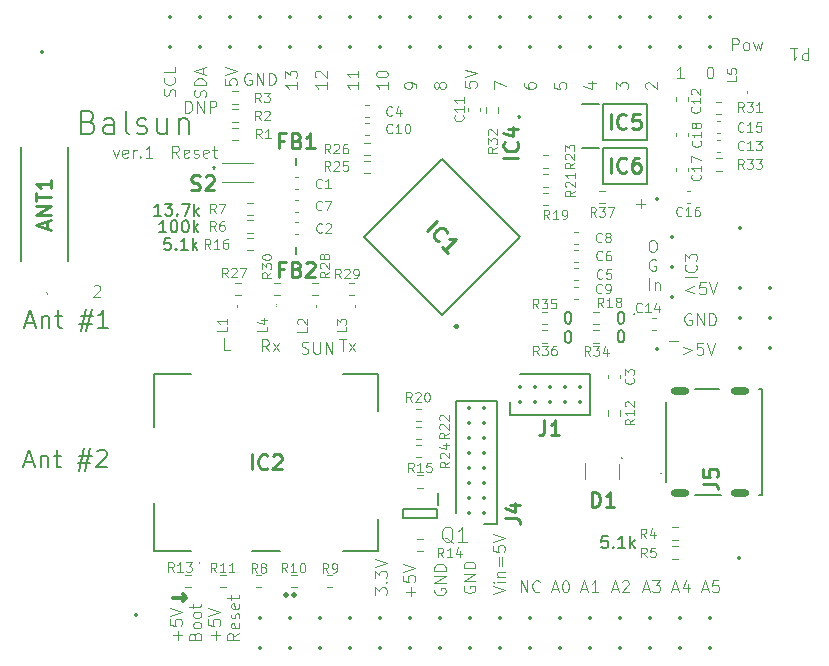
<source format=gto>
%TF.GenerationSoftware,KiCad,Pcbnew,8.0.4*%
%TF.CreationDate,2024-11-04T17:03:21+09:00*%
%TF.ProjectId,balsun,62616c73-756e-42e6-9b69-6361645f7063,rev?*%
%TF.SameCoordinates,Original*%
%TF.FileFunction,Legend,Top*%
%TF.FilePolarity,Positive*%
%FSLAX46Y46*%
G04 Gerber Fmt 4.6, Leading zero omitted, Abs format (unit mm)*
G04 Created by KiCad (PCBNEW 8.0.4) date 2024-11-04 17:03:21*
%MOMM*%
%LPD*%
G01*
G04 APERTURE LIST*
%ADD10C,0.100000*%
%ADD11C,0.200000*%
%ADD12C,0.300000*%
%ADD13C,0.187500*%
%ADD14C,0.125000*%
%ADD15C,0.120000*%
%ADD16C,0.080000*%
%ADD17C,0.254000*%
%ADD18C,0.150000*%
%ADD19C,0.250000*%
%ADD20C,0.350000*%
%ADD21O,1.600000X0.600000*%
G04 APERTURE END LIST*
D10*
X165388646Y-84805752D02*
X165626741Y-85472419D01*
X165626741Y-85472419D02*
X165864836Y-84805752D01*
X166626741Y-85424800D02*
X166531503Y-85472419D01*
X166531503Y-85472419D02*
X166341027Y-85472419D01*
X166341027Y-85472419D02*
X166245789Y-85424800D01*
X166245789Y-85424800D02*
X166198170Y-85329561D01*
X166198170Y-85329561D02*
X166198170Y-84948609D01*
X166198170Y-84948609D02*
X166245789Y-84853371D01*
X166245789Y-84853371D02*
X166341027Y-84805752D01*
X166341027Y-84805752D02*
X166531503Y-84805752D01*
X166531503Y-84805752D02*
X166626741Y-84853371D01*
X166626741Y-84853371D02*
X166674360Y-84948609D01*
X166674360Y-84948609D02*
X166674360Y-85043847D01*
X166674360Y-85043847D02*
X166198170Y-85139085D01*
X167102932Y-85472419D02*
X167102932Y-84805752D01*
X167102932Y-84996228D02*
X167150551Y-84900990D01*
X167150551Y-84900990D02*
X167198170Y-84853371D01*
X167198170Y-84853371D02*
X167293408Y-84805752D01*
X167293408Y-84805752D02*
X167388646Y-84805752D01*
X167721980Y-85377180D02*
X167769599Y-85424800D01*
X167769599Y-85424800D02*
X167721980Y-85472419D01*
X167721980Y-85472419D02*
X167674361Y-85424800D01*
X167674361Y-85424800D02*
X167721980Y-85377180D01*
X167721980Y-85377180D02*
X167721980Y-85472419D01*
X168721979Y-85472419D02*
X168150551Y-85472419D01*
X168436265Y-85472419D02*
X168436265Y-84472419D01*
X168436265Y-84472419D02*
X168341027Y-84615276D01*
X168341027Y-84615276D02*
X168245789Y-84710514D01*
X168245789Y-84710514D02*
X168150551Y-84758133D01*
D11*
X163324435Y-82447219D02*
X163610149Y-82542457D01*
X163610149Y-82542457D02*
X163705387Y-82637695D01*
X163705387Y-82637695D02*
X163800625Y-82828171D01*
X163800625Y-82828171D02*
X163800625Y-83113885D01*
X163800625Y-83113885D02*
X163705387Y-83304361D01*
X163705387Y-83304361D02*
X163610149Y-83399600D01*
X163610149Y-83399600D02*
X163419673Y-83494838D01*
X163419673Y-83494838D02*
X162657768Y-83494838D01*
X162657768Y-83494838D02*
X162657768Y-81494838D01*
X162657768Y-81494838D02*
X163324435Y-81494838D01*
X163324435Y-81494838D02*
X163514911Y-81590076D01*
X163514911Y-81590076D02*
X163610149Y-81685314D01*
X163610149Y-81685314D02*
X163705387Y-81875790D01*
X163705387Y-81875790D02*
X163705387Y-82066266D01*
X163705387Y-82066266D02*
X163610149Y-82256742D01*
X163610149Y-82256742D02*
X163514911Y-82351980D01*
X163514911Y-82351980D02*
X163324435Y-82447219D01*
X163324435Y-82447219D02*
X162657768Y-82447219D01*
X165514911Y-83494838D02*
X165514911Y-82447219D01*
X165514911Y-82447219D02*
X165419673Y-82256742D01*
X165419673Y-82256742D02*
X165229197Y-82161504D01*
X165229197Y-82161504D02*
X164848244Y-82161504D01*
X164848244Y-82161504D02*
X164657768Y-82256742D01*
X165514911Y-83399600D02*
X165324435Y-83494838D01*
X165324435Y-83494838D02*
X164848244Y-83494838D01*
X164848244Y-83494838D02*
X164657768Y-83399600D01*
X164657768Y-83399600D02*
X164562530Y-83209123D01*
X164562530Y-83209123D02*
X164562530Y-83018647D01*
X164562530Y-83018647D02*
X164657768Y-82828171D01*
X164657768Y-82828171D02*
X164848244Y-82732933D01*
X164848244Y-82732933D02*
X165324435Y-82732933D01*
X165324435Y-82732933D02*
X165514911Y-82637695D01*
X166753006Y-83494838D02*
X166562530Y-83399600D01*
X166562530Y-83399600D02*
X166467292Y-83209123D01*
X166467292Y-83209123D02*
X166467292Y-81494838D01*
X167419673Y-83399600D02*
X167610149Y-83494838D01*
X167610149Y-83494838D02*
X167991101Y-83494838D01*
X167991101Y-83494838D02*
X168181578Y-83399600D01*
X168181578Y-83399600D02*
X168276816Y-83209123D01*
X168276816Y-83209123D02*
X168276816Y-83113885D01*
X168276816Y-83113885D02*
X168181578Y-82923409D01*
X168181578Y-82923409D02*
X167991101Y-82828171D01*
X167991101Y-82828171D02*
X167705387Y-82828171D01*
X167705387Y-82828171D02*
X167514911Y-82732933D01*
X167514911Y-82732933D02*
X167419673Y-82542457D01*
X167419673Y-82542457D02*
X167419673Y-82447219D01*
X167419673Y-82447219D02*
X167514911Y-82256742D01*
X167514911Y-82256742D02*
X167705387Y-82161504D01*
X167705387Y-82161504D02*
X167991101Y-82161504D01*
X167991101Y-82161504D02*
X168181578Y-82256742D01*
X169991102Y-82161504D02*
X169991102Y-83494838D01*
X169133959Y-82161504D02*
X169133959Y-83209123D01*
X169133959Y-83209123D02*
X169229197Y-83399600D01*
X169229197Y-83399600D02*
X169419673Y-83494838D01*
X169419673Y-83494838D02*
X169705388Y-83494838D01*
X169705388Y-83494838D02*
X169895864Y-83399600D01*
X169895864Y-83399600D02*
X169991102Y-83304361D01*
X170943483Y-82161504D02*
X170943483Y-83494838D01*
X170943483Y-82351980D02*
X171038721Y-82256742D01*
X171038721Y-82256742D02*
X171229197Y-82161504D01*
X171229197Y-82161504D02*
X171514912Y-82161504D01*
X171514912Y-82161504D02*
X171705388Y-82256742D01*
X171705388Y-82256742D02*
X171800626Y-82447219D01*
X171800626Y-82447219D02*
X171800626Y-83494838D01*
D12*
X180034510Y-122427971D02*
X180105939Y-122499400D01*
X180105939Y-122499400D02*
X180034510Y-122570828D01*
X180034510Y-122570828D02*
X179963082Y-122499400D01*
X179963082Y-122499400D02*
X180034510Y-122427971D01*
X180034510Y-122427971D02*
X180034510Y-122570828D01*
X180748796Y-122427971D02*
X180820225Y-122499400D01*
X180820225Y-122499400D02*
X180748796Y-122570828D01*
X180748796Y-122570828D02*
X180677368Y-122499400D01*
X180677368Y-122499400D02*
X180748796Y-122427971D01*
X180748796Y-122427971D02*
X180748796Y-122570828D01*
D10*
X191072419Y-79548496D02*
X191072419Y-79358020D01*
X191072419Y-79358020D02*
X191024800Y-79262782D01*
X191024800Y-79262782D02*
X190977180Y-79215163D01*
X190977180Y-79215163D02*
X190834323Y-79119925D01*
X190834323Y-79119925D02*
X190643847Y-79072306D01*
X190643847Y-79072306D02*
X190262895Y-79072306D01*
X190262895Y-79072306D02*
X190167657Y-79119925D01*
X190167657Y-79119925D02*
X190120038Y-79167544D01*
X190120038Y-79167544D02*
X190072419Y-79262782D01*
X190072419Y-79262782D02*
X190072419Y-79453258D01*
X190072419Y-79453258D02*
X190120038Y-79548496D01*
X190120038Y-79548496D02*
X190167657Y-79596115D01*
X190167657Y-79596115D02*
X190262895Y-79643734D01*
X190262895Y-79643734D02*
X190500990Y-79643734D01*
X190500990Y-79643734D02*
X190596228Y-79596115D01*
X190596228Y-79596115D02*
X190643847Y-79548496D01*
X190643847Y-79548496D02*
X190691466Y-79453258D01*
X190691466Y-79453258D02*
X190691466Y-79262782D01*
X190691466Y-79262782D02*
X190643847Y-79167544D01*
X190643847Y-79167544D02*
X190596228Y-79119925D01*
X190596228Y-79119925D02*
X190500990Y-79072306D01*
X190591466Y-122596115D02*
X190591466Y-121834211D01*
X190972419Y-122215163D02*
X190210514Y-122215163D01*
X189972419Y-120881830D02*
X189972419Y-121358020D01*
X189972419Y-121358020D02*
X190448609Y-121405639D01*
X190448609Y-121405639D02*
X190400990Y-121358020D01*
X190400990Y-121358020D02*
X190353371Y-121262782D01*
X190353371Y-121262782D02*
X190353371Y-121024687D01*
X190353371Y-121024687D02*
X190400990Y-120929449D01*
X190400990Y-120929449D02*
X190448609Y-120881830D01*
X190448609Y-120881830D02*
X190543847Y-120834211D01*
X190543847Y-120834211D02*
X190781942Y-120834211D01*
X190781942Y-120834211D02*
X190877180Y-120881830D01*
X190877180Y-120881830D02*
X190924800Y-120929449D01*
X190924800Y-120929449D02*
X190972419Y-121024687D01*
X190972419Y-121024687D02*
X190972419Y-121262782D01*
X190972419Y-121262782D02*
X190924800Y-121358020D01*
X190924800Y-121358020D02*
X190877180Y-121405639D01*
X189972419Y-120548496D02*
X190972419Y-120215163D01*
X190972419Y-120215163D02*
X189972419Y-119881830D01*
X188672419Y-79072306D02*
X188672419Y-79643734D01*
X188672419Y-79358020D02*
X187672419Y-79358020D01*
X187672419Y-79358020D02*
X187815276Y-79453258D01*
X187815276Y-79453258D02*
X187910514Y-79548496D01*
X187910514Y-79548496D02*
X187958133Y-79643734D01*
X187672419Y-78453258D02*
X187672419Y-78358020D01*
X187672419Y-78358020D02*
X187720038Y-78262782D01*
X187720038Y-78262782D02*
X187767657Y-78215163D01*
X187767657Y-78215163D02*
X187862895Y-78167544D01*
X187862895Y-78167544D02*
X188053371Y-78119925D01*
X188053371Y-78119925D02*
X188291466Y-78119925D01*
X188291466Y-78119925D02*
X188481942Y-78167544D01*
X188481942Y-78167544D02*
X188577180Y-78215163D01*
X188577180Y-78215163D02*
X188624800Y-78262782D01*
X188624800Y-78262782D02*
X188672419Y-78358020D01*
X188672419Y-78358020D02*
X188672419Y-78453258D01*
X188672419Y-78453258D02*
X188624800Y-78548496D01*
X188624800Y-78548496D02*
X188577180Y-78596115D01*
X188577180Y-78596115D02*
X188481942Y-78643734D01*
X188481942Y-78643734D02*
X188291466Y-78691353D01*
X188291466Y-78691353D02*
X188053371Y-78691353D01*
X188053371Y-78691353D02*
X187862895Y-78643734D01*
X187862895Y-78643734D02*
X187767657Y-78596115D01*
X187767657Y-78596115D02*
X187720038Y-78548496D01*
X187720038Y-78548496D02*
X187672419Y-78453258D01*
X192620038Y-121972306D02*
X192572419Y-122067544D01*
X192572419Y-122067544D02*
X192572419Y-122210401D01*
X192572419Y-122210401D02*
X192620038Y-122353258D01*
X192620038Y-122353258D02*
X192715276Y-122448496D01*
X192715276Y-122448496D02*
X192810514Y-122496115D01*
X192810514Y-122496115D02*
X193000990Y-122543734D01*
X193000990Y-122543734D02*
X193143847Y-122543734D01*
X193143847Y-122543734D02*
X193334323Y-122496115D01*
X193334323Y-122496115D02*
X193429561Y-122448496D01*
X193429561Y-122448496D02*
X193524800Y-122353258D01*
X193524800Y-122353258D02*
X193572419Y-122210401D01*
X193572419Y-122210401D02*
X193572419Y-122115163D01*
X193572419Y-122115163D02*
X193524800Y-121972306D01*
X193524800Y-121972306D02*
X193477180Y-121924687D01*
X193477180Y-121924687D02*
X193143847Y-121924687D01*
X193143847Y-121924687D02*
X193143847Y-122115163D01*
X193572419Y-121496115D02*
X192572419Y-121496115D01*
X192572419Y-121496115D02*
X193572419Y-120924687D01*
X193572419Y-120924687D02*
X192572419Y-120924687D01*
X193572419Y-120448496D02*
X192572419Y-120448496D01*
X192572419Y-120448496D02*
X192572419Y-120210401D01*
X192572419Y-120210401D02*
X192620038Y-120067544D01*
X192620038Y-120067544D02*
X192715276Y-119972306D01*
X192715276Y-119972306D02*
X192810514Y-119924687D01*
X192810514Y-119924687D02*
X193000990Y-119877068D01*
X193000990Y-119877068D02*
X193143847Y-119877068D01*
X193143847Y-119877068D02*
X193334323Y-119924687D01*
X193334323Y-119924687D02*
X193429561Y-119972306D01*
X193429561Y-119972306D02*
X193524800Y-120067544D01*
X193524800Y-120067544D02*
X193572419Y-120210401D01*
X193572419Y-120210401D02*
X193572419Y-120448496D01*
X180972419Y-79072306D02*
X180972419Y-79643734D01*
X180972419Y-79358020D02*
X179972419Y-79358020D01*
X179972419Y-79358020D02*
X180115276Y-79453258D01*
X180115276Y-79453258D02*
X180210514Y-79548496D01*
X180210514Y-79548496D02*
X180258133Y-79643734D01*
X179972419Y-78738972D02*
X179972419Y-78119925D01*
X179972419Y-78119925D02*
X180353371Y-78453258D01*
X180353371Y-78453258D02*
X180353371Y-78310401D01*
X180353371Y-78310401D02*
X180400990Y-78215163D01*
X180400990Y-78215163D02*
X180448609Y-78167544D01*
X180448609Y-78167544D02*
X180543847Y-78119925D01*
X180543847Y-78119925D02*
X180781942Y-78119925D01*
X180781942Y-78119925D02*
X180877180Y-78167544D01*
X180877180Y-78167544D02*
X180924800Y-78215163D01*
X180924800Y-78215163D02*
X180972419Y-78310401D01*
X180972419Y-78310401D02*
X180972419Y-78596115D01*
X180972419Y-78596115D02*
X180924800Y-78691353D01*
X180924800Y-78691353D02*
X180877180Y-78738972D01*
D13*
X158009069Y-99478107D02*
X158723355Y-99478107D01*
X157866212Y-99906678D02*
X158366212Y-98406678D01*
X158366212Y-98406678D02*
X158866212Y-99906678D01*
X159366211Y-98906678D02*
X159366211Y-99906678D01*
X159366211Y-99049535D02*
X159437640Y-98978107D01*
X159437640Y-98978107D02*
X159580497Y-98906678D01*
X159580497Y-98906678D02*
X159794783Y-98906678D01*
X159794783Y-98906678D02*
X159937640Y-98978107D01*
X159937640Y-98978107D02*
X160009069Y-99120964D01*
X160009069Y-99120964D02*
X160009069Y-99906678D01*
X160509069Y-98906678D02*
X161080497Y-98906678D01*
X160723354Y-98406678D02*
X160723354Y-99692392D01*
X160723354Y-99692392D02*
X160794783Y-99835250D01*
X160794783Y-99835250D02*
X160937640Y-99906678D01*
X160937640Y-99906678D02*
X161080497Y-99906678D01*
X162651926Y-98906678D02*
X163723354Y-98906678D01*
X163080497Y-98263821D02*
X162651926Y-100192392D01*
X163580497Y-99549535D02*
X162509069Y-99549535D01*
X163151926Y-100192392D02*
X163580497Y-98263821D01*
X165009069Y-99906678D02*
X164151926Y-99906678D01*
X164580497Y-99906678D02*
X164580497Y-98406678D01*
X164580497Y-98406678D02*
X164437640Y-98620964D01*
X164437640Y-98620964D02*
X164294783Y-98763821D01*
X164294783Y-98763821D02*
X164151926Y-98835250D01*
D10*
X207656265Y-121986704D02*
X208132455Y-121986704D01*
X207561027Y-122272419D02*
X207894360Y-121272419D01*
X207894360Y-121272419D02*
X208227693Y-122272419D01*
X208513408Y-121367657D02*
X208561027Y-121320038D01*
X208561027Y-121320038D02*
X208656265Y-121272419D01*
X208656265Y-121272419D02*
X208894360Y-121272419D01*
X208894360Y-121272419D02*
X208989598Y-121320038D01*
X208989598Y-121320038D02*
X209037217Y-121367657D01*
X209037217Y-121367657D02*
X209084836Y-121462895D01*
X209084836Y-121462895D02*
X209084836Y-121558133D01*
X209084836Y-121558133D02*
X209037217Y-121700990D01*
X209037217Y-121700990D02*
X208465789Y-122272419D01*
X208465789Y-122272419D02*
X209084836Y-122272419D01*
X205605752Y-79167544D02*
X206272419Y-79167544D01*
X205224800Y-79405639D02*
X205939085Y-79643734D01*
X205939085Y-79643734D02*
X205939085Y-79024687D01*
X202556265Y-121986704D02*
X203032455Y-121986704D01*
X202461027Y-122272419D02*
X202794360Y-121272419D01*
X202794360Y-121272419D02*
X203127693Y-122272419D01*
X203651503Y-121272419D02*
X203746741Y-121272419D01*
X203746741Y-121272419D02*
X203841979Y-121320038D01*
X203841979Y-121320038D02*
X203889598Y-121367657D01*
X203889598Y-121367657D02*
X203937217Y-121462895D01*
X203937217Y-121462895D02*
X203984836Y-121653371D01*
X203984836Y-121653371D02*
X203984836Y-121891466D01*
X203984836Y-121891466D02*
X203937217Y-122081942D01*
X203937217Y-122081942D02*
X203889598Y-122177180D01*
X203889598Y-122177180D02*
X203841979Y-122224800D01*
X203841979Y-122224800D02*
X203746741Y-122272419D01*
X203746741Y-122272419D02*
X203651503Y-122272419D01*
X203651503Y-122272419D02*
X203556265Y-122224800D01*
X203556265Y-122224800D02*
X203508646Y-122177180D01*
X203508646Y-122177180D02*
X203461027Y-122081942D01*
X203461027Y-122081942D02*
X203413408Y-121891466D01*
X203413408Y-121891466D02*
X203413408Y-121653371D01*
X203413408Y-121653371D02*
X203461027Y-121462895D01*
X203461027Y-121462895D02*
X203508646Y-121367657D01*
X203508646Y-121367657D02*
X203556265Y-121320038D01*
X203556265Y-121320038D02*
X203651503Y-121272419D01*
X195172419Y-79019925D02*
X195172419Y-79496115D01*
X195172419Y-79496115D02*
X195648609Y-79543734D01*
X195648609Y-79543734D02*
X195600990Y-79496115D01*
X195600990Y-79496115D02*
X195553371Y-79400877D01*
X195553371Y-79400877D02*
X195553371Y-79162782D01*
X195553371Y-79162782D02*
X195600990Y-79067544D01*
X195600990Y-79067544D02*
X195648609Y-79019925D01*
X195648609Y-79019925D02*
X195743847Y-78972306D01*
X195743847Y-78972306D02*
X195981942Y-78972306D01*
X195981942Y-78972306D02*
X196077180Y-79019925D01*
X196077180Y-79019925D02*
X196124800Y-79067544D01*
X196124800Y-79067544D02*
X196172419Y-79162782D01*
X196172419Y-79162782D02*
X196172419Y-79400877D01*
X196172419Y-79400877D02*
X196124800Y-79496115D01*
X196124800Y-79496115D02*
X196077180Y-79543734D01*
X195172419Y-78686591D02*
X196172419Y-78353258D01*
X196172419Y-78353258D02*
X195172419Y-78019925D01*
X184561027Y-100872419D02*
X185132455Y-100872419D01*
X184846741Y-101872419D02*
X184846741Y-100872419D01*
X185370551Y-101872419D02*
X185894360Y-101205752D01*
X185370551Y-101205752D02*
X185894360Y-101872419D01*
X210994360Y-92452531D02*
X211184836Y-92452531D01*
X211184836Y-92452531D02*
X211280074Y-92500150D01*
X211280074Y-92500150D02*
X211375312Y-92595388D01*
X211375312Y-92595388D02*
X211422931Y-92785864D01*
X211422931Y-92785864D02*
X211422931Y-93119197D01*
X211422931Y-93119197D02*
X211375312Y-93309673D01*
X211375312Y-93309673D02*
X211280074Y-93404912D01*
X211280074Y-93404912D02*
X211184836Y-93452531D01*
X211184836Y-93452531D02*
X210994360Y-93452531D01*
X210994360Y-93452531D02*
X210899122Y-93404912D01*
X210899122Y-93404912D02*
X210803884Y-93309673D01*
X210803884Y-93309673D02*
X210756265Y-93119197D01*
X210756265Y-93119197D02*
X210756265Y-92785864D01*
X210756265Y-92785864D02*
X210803884Y-92595388D01*
X210803884Y-92595388D02*
X210899122Y-92500150D01*
X210899122Y-92500150D02*
X210994360Y-92452531D01*
X211327693Y-94110094D02*
X211232455Y-94062475D01*
X211232455Y-94062475D02*
X211089598Y-94062475D01*
X211089598Y-94062475D02*
X210946741Y-94110094D01*
X210946741Y-94110094D02*
X210851503Y-94205332D01*
X210851503Y-94205332D02*
X210803884Y-94300570D01*
X210803884Y-94300570D02*
X210756265Y-94491046D01*
X210756265Y-94491046D02*
X210756265Y-94633903D01*
X210756265Y-94633903D02*
X210803884Y-94824379D01*
X210803884Y-94824379D02*
X210851503Y-94919617D01*
X210851503Y-94919617D02*
X210946741Y-95014856D01*
X210946741Y-95014856D02*
X211089598Y-95062475D01*
X211089598Y-95062475D02*
X211184836Y-95062475D01*
X211184836Y-95062475D02*
X211327693Y-95014856D01*
X211327693Y-95014856D02*
X211375312Y-94967236D01*
X211375312Y-94967236D02*
X211375312Y-94633903D01*
X211375312Y-94633903D02*
X211184836Y-94633903D01*
X210803884Y-96672419D02*
X210803884Y-95672419D01*
X211280074Y-96005752D02*
X211280074Y-96672419D01*
X211280074Y-96100990D02*
X211327693Y-96053371D01*
X211327693Y-96053371D02*
X211422931Y-96005752D01*
X211422931Y-96005752D02*
X211565788Y-96005752D01*
X211565788Y-96005752D02*
X211661026Y-96053371D01*
X211661026Y-96053371D02*
X211708645Y-96148609D01*
X211708645Y-96148609D02*
X211708645Y-96672419D01*
X193000990Y-79453258D02*
X192953371Y-79548496D01*
X192953371Y-79548496D02*
X192905752Y-79596115D01*
X192905752Y-79596115D02*
X192810514Y-79643734D01*
X192810514Y-79643734D02*
X192762895Y-79643734D01*
X192762895Y-79643734D02*
X192667657Y-79596115D01*
X192667657Y-79596115D02*
X192620038Y-79548496D01*
X192620038Y-79548496D02*
X192572419Y-79453258D01*
X192572419Y-79453258D02*
X192572419Y-79262782D01*
X192572419Y-79262782D02*
X192620038Y-79167544D01*
X192620038Y-79167544D02*
X192667657Y-79119925D01*
X192667657Y-79119925D02*
X192762895Y-79072306D01*
X192762895Y-79072306D02*
X192810514Y-79072306D01*
X192810514Y-79072306D02*
X192905752Y-79119925D01*
X192905752Y-79119925D02*
X192953371Y-79167544D01*
X192953371Y-79167544D02*
X193000990Y-79262782D01*
X193000990Y-79262782D02*
X193000990Y-79453258D01*
X193000990Y-79453258D02*
X193048609Y-79548496D01*
X193048609Y-79548496D02*
X193096228Y-79596115D01*
X193096228Y-79596115D02*
X193191466Y-79643734D01*
X193191466Y-79643734D02*
X193381942Y-79643734D01*
X193381942Y-79643734D02*
X193477180Y-79596115D01*
X193477180Y-79596115D02*
X193524800Y-79548496D01*
X193524800Y-79548496D02*
X193572419Y-79453258D01*
X193572419Y-79453258D02*
X193572419Y-79262782D01*
X193572419Y-79262782D02*
X193524800Y-79167544D01*
X193524800Y-79167544D02*
X193477180Y-79119925D01*
X193477180Y-79119925D02*
X193381942Y-79072306D01*
X193381942Y-79072306D02*
X193191466Y-79072306D01*
X193191466Y-79072306D02*
X193096228Y-79119925D01*
X193096228Y-79119925D02*
X193048609Y-79167544D01*
X193048609Y-79167544D02*
X193000990Y-79262782D01*
X181356265Y-102024800D02*
X181499122Y-102072419D01*
X181499122Y-102072419D02*
X181737217Y-102072419D01*
X181737217Y-102072419D02*
X181832455Y-102024800D01*
X181832455Y-102024800D02*
X181880074Y-101977180D01*
X181880074Y-101977180D02*
X181927693Y-101881942D01*
X181927693Y-101881942D02*
X181927693Y-101786704D01*
X181927693Y-101786704D02*
X181880074Y-101691466D01*
X181880074Y-101691466D02*
X181832455Y-101643847D01*
X181832455Y-101643847D02*
X181737217Y-101596228D01*
X181737217Y-101596228D02*
X181546741Y-101548609D01*
X181546741Y-101548609D02*
X181451503Y-101500990D01*
X181451503Y-101500990D02*
X181403884Y-101453371D01*
X181403884Y-101453371D02*
X181356265Y-101358133D01*
X181356265Y-101358133D02*
X181356265Y-101262895D01*
X181356265Y-101262895D02*
X181403884Y-101167657D01*
X181403884Y-101167657D02*
X181451503Y-101120038D01*
X181451503Y-101120038D02*
X181546741Y-101072419D01*
X181546741Y-101072419D02*
X181784836Y-101072419D01*
X181784836Y-101072419D02*
X181927693Y-101120038D01*
X182356265Y-101072419D02*
X182356265Y-101881942D01*
X182356265Y-101881942D02*
X182403884Y-101977180D01*
X182403884Y-101977180D02*
X182451503Y-102024800D01*
X182451503Y-102024800D02*
X182546741Y-102072419D01*
X182546741Y-102072419D02*
X182737217Y-102072419D01*
X182737217Y-102072419D02*
X182832455Y-102024800D01*
X182832455Y-102024800D02*
X182880074Y-101977180D01*
X182880074Y-101977180D02*
X182927693Y-101881942D01*
X182927693Y-101881942D02*
X182927693Y-101072419D01*
X183403884Y-102072419D02*
X183403884Y-101072419D01*
X183403884Y-101072419D02*
X183975312Y-102072419D01*
X183975312Y-102072419D02*
X183975312Y-101072419D01*
X177077693Y-78370038D02*
X176982455Y-78322419D01*
X176982455Y-78322419D02*
X176839598Y-78322419D01*
X176839598Y-78322419D02*
X176696741Y-78370038D01*
X176696741Y-78370038D02*
X176601503Y-78465276D01*
X176601503Y-78465276D02*
X176553884Y-78560514D01*
X176553884Y-78560514D02*
X176506265Y-78750990D01*
X176506265Y-78750990D02*
X176506265Y-78893847D01*
X176506265Y-78893847D02*
X176553884Y-79084323D01*
X176553884Y-79084323D02*
X176601503Y-79179561D01*
X176601503Y-79179561D02*
X176696741Y-79274800D01*
X176696741Y-79274800D02*
X176839598Y-79322419D01*
X176839598Y-79322419D02*
X176934836Y-79322419D01*
X176934836Y-79322419D02*
X177077693Y-79274800D01*
X177077693Y-79274800D02*
X177125312Y-79227180D01*
X177125312Y-79227180D02*
X177125312Y-78893847D01*
X177125312Y-78893847D02*
X176934836Y-78893847D01*
X177553884Y-79322419D02*
X177553884Y-78322419D01*
X177553884Y-78322419D02*
X178125312Y-79322419D01*
X178125312Y-79322419D02*
X178125312Y-78322419D01*
X178601503Y-79322419D02*
X178601503Y-78322419D01*
X178601503Y-78322419D02*
X178839598Y-78322419D01*
X178839598Y-78322419D02*
X178982455Y-78370038D01*
X178982455Y-78370038D02*
X179077693Y-78465276D01*
X179077693Y-78465276D02*
X179125312Y-78560514D01*
X179125312Y-78560514D02*
X179172931Y-78750990D01*
X179172931Y-78750990D02*
X179172931Y-78893847D01*
X179172931Y-78893847D02*
X179125312Y-79084323D01*
X179125312Y-79084323D02*
X179077693Y-79179561D01*
X179077693Y-79179561D02*
X178982455Y-79274800D01*
X178982455Y-79274800D02*
X178839598Y-79322419D01*
X178839598Y-79322419D02*
X178601503Y-79322419D01*
X183472419Y-79072306D02*
X183472419Y-79643734D01*
X183472419Y-79358020D02*
X182472419Y-79358020D01*
X182472419Y-79358020D02*
X182615276Y-79453258D01*
X182615276Y-79453258D02*
X182710514Y-79548496D01*
X182710514Y-79548496D02*
X182758133Y-79643734D01*
X182567657Y-78691353D02*
X182520038Y-78643734D01*
X182520038Y-78643734D02*
X182472419Y-78548496D01*
X182472419Y-78548496D02*
X182472419Y-78310401D01*
X182472419Y-78310401D02*
X182520038Y-78215163D01*
X182520038Y-78215163D02*
X182567657Y-78167544D01*
X182567657Y-78167544D02*
X182662895Y-78119925D01*
X182662895Y-78119925D02*
X182758133Y-78119925D01*
X182758133Y-78119925D02*
X182900990Y-78167544D01*
X182900990Y-78167544D02*
X183472419Y-78738972D01*
X183472419Y-78738972D02*
X183472419Y-78119925D01*
X202772419Y-79119925D02*
X202772419Y-79596115D01*
X202772419Y-79596115D02*
X203248609Y-79643734D01*
X203248609Y-79643734D02*
X203200990Y-79596115D01*
X203200990Y-79596115D02*
X203153371Y-79500877D01*
X203153371Y-79500877D02*
X203153371Y-79262782D01*
X203153371Y-79262782D02*
X203200990Y-79167544D01*
X203200990Y-79167544D02*
X203248609Y-79119925D01*
X203248609Y-79119925D02*
X203343847Y-79072306D01*
X203343847Y-79072306D02*
X203581942Y-79072306D01*
X203581942Y-79072306D02*
X203677180Y-79119925D01*
X203677180Y-79119925D02*
X203724800Y-79167544D01*
X203724800Y-79167544D02*
X203772419Y-79262782D01*
X203772419Y-79262782D02*
X203772419Y-79500877D01*
X203772419Y-79500877D02*
X203724800Y-79596115D01*
X203724800Y-79596115D02*
X203677180Y-79643734D01*
D14*
X212772712Y-121985404D02*
X213248902Y-121985404D01*
X212677474Y-122271119D02*
X213010807Y-121271119D01*
X213010807Y-121271119D02*
X213344140Y-122271119D01*
X214106045Y-121604452D02*
X214106045Y-122271119D01*
X213867950Y-121223500D02*
X213629855Y-121937785D01*
X213629855Y-121937785D02*
X214248902Y-121937785D01*
D10*
X212503884Y-100991466D02*
X213265789Y-100991466D01*
X209703884Y-89391466D02*
X210465789Y-89391466D01*
X210084836Y-89772419D02*
X210084836Y-89010514D01*
X217803884Y-76372419D02*
X217803884Y-75372419D01*
X217803884Y-75372419D02*
X218184836Y-75372419D01*
X218184836Y-75372419D02*
X218280074Y-75420038D01*
X218280074Y-75420038D02*
X218327693Y-75467657D01*
X218327693Y-75467657D02*
X218375312Y-75562895D01*
X218375312Y-75562895D02*
X218375312Y-75705752D01*
X218375312Y-75705752D02*
X218327693Y-75800990D01*
X218327693Y-75800990D02*
X218280074Y-75848609D01*
X218280074Y-75848609D02*
X218184836Y-75896228D01*
X218184836Y-75896228D02*
X217803884Y-75896228D01*
X218946741Y-76372419D02*
X218851503Y-76324800D01*
X218851503Y-76324800D02*
X218803884Y-76277180D01*
X218803884Y-76277180D02*
X218756265Y-76181942D01*
X218756265Y-76181942D02*
X218756265Y-75896228D01*
X218756265Y-75896228D02*
X218803884Y-75800990D01*
X218803884Y-75800990D02*
X218851503Y-75753371D01*
X218851503Y-75753371D02*
X218946741Y-75705752D01*
X218946741Y-75705752D02*
X219089598Y-75705752D01*
X219089598Y-75705752D02*
X219184836Y-75753371D01*
X219184836Y-75753371D02*
X219232455Y-75800990D01*
X219232455Y-75800990D02*
X219280074Y-75896228D01*
X219280074Y-75896228D02*
X219280074Y-76181942D01*
X219280074Y-76181942D02*
X219232455Y-76277180D01*
X219232455Y-76277180D02*
X219184836Y-76324800D01*
X219184836Y-76324800D02*
X219089598Y-76372419D01*
X219089598Y-76372419D02*
X218946741Y-76372419D01*
X219613408Y-75705752D02*
X219803884Y-76372419D01*
X219803884Y-76372419D02*
X219994360Y-75896228D01*
X219994360Y-75896228D02*
X220184836Y-76372419D01*
X220184836Y-76372419D02*
X220375312Y-75705752D01*
X178575312Y-101872419D02*
X178241979Y-101396228D01*
X178003884Y-101872419D02*
X178003884Y-100872419D01*
X178003884Y-100872419D02*
X178384836Y-100872419D01*
X178384836Y-100872419D02*
X178480074Y-100920038D01*
X178480074Y-100920038D02*
X178527693Y-100967657D01*
X178527693Y-100967657D02*
X178575312Y-101062895D01*
X178575312Y-101062895D02*
X178575312Y-101205752D01*
X178575312Y-101205752D02*
X178527693Y-101300990D01*
X178527693Y-101300990D02*
X178480074Y-101348609D01*
X178480074Y-101348609D02*
X178384836Y-101396228D01*
X178384836Y-101396228D02*
X178003884Y-101396228D01*
X178908646Y-101872419D02*
X179432455Y-101205752D01*
X178908646Y-101205752D02*
X179432455Y-101872419D01*
X213727693Y-78772419D02*
X213156265Y-78772419D01*
X213441979Y-78772419D02*
X213441979Y-77772419D01*
X213441979Y-77772419D02*
X213346741Y-77915276D01*
X213346741Y-77915276D02*
X213251503Y-78010514D01*
X213251503Y-78010514D02*
X213156265Y-78058133D01*
X200172419Y-79167544D02*
X200172419Y-79358020D01*
X200172419Y-79358020D02*
X200220038Y-79453258D01*
X200220038Y-79453258D02*
X200267657Y-79500877D01*
X200267657Y-79500877D02*
X200410514Y-79596115D01*
X200410514Y-79596115D02*
X200600990Y-79643734D01*
X200600990Y-79643734D02*
X200981942Y-79643734D01*
X200981942Y-79643734D02*
X201077180Y-79596115D01*
X201077180Y-79596115D02*
X201124800Y-79548496D01*
X201124800Y-79548496D02*
X201172419Y-79453258D01*
X201172419Y-79453258D02*
X201172419Y-79262782D01*
X201172419Y-79262782D02*
X201124800Y-79167544D01*
X201124800Y-79167544D02*
X201077180Y-79119925D01*
X201077180Y-79119925D02*
X200981942Y-79072306D01*
X200981942Y-79072306D02*
X200743847Y-79072306D01*
X200743847Y-79072306D02*
X200648609Y-79119925D01*
X200648609Y-79119925D02*
X200600990Y-79167544D01*
X200600990Y-79167544D02*
X200553371Y-79262782D01*
X200553371Y-79262782D02*
X200553371Y-79453258D01*
X200553371Y-79453258D02*
X200600990Y-79548496D01*
X200600990Y-79548496D02*
X200648609Y-79596115D01*
X200648609Y-79596115D02*
X200743847Y-79643734D01*
X186172419Y-79072306D02*
X186172419Y-79643734D01*
X186172419Y-79358020D02*
X185172419Y-79358020D01*
X185172419Y-79358020D02*
X185315276Y-79453258D01*
X185315276Y-79453258D02*
X185410514Y-79548496D01*
X185410514Y-79548496D02*
X185458133Y-79643734D01*
X186172419Y-78119925D02*
X186172419Y-78691353D01*
X186172419Y-78405639D02*
X185172419Y-78405639D01*
X185172419Y-78405639D02*
X185315276Y-78500877D01*
X185315276Y-78500877D02*
X185410514Y-78596115D01*
X185410514Y-78596115D02*
X185458133Y-78691353D01*
X175280074Y-101772419D02*
X174803884Y-101772419D01*
X174803884Y-101772419D02*
X174803884Y-100772419D01*
X197672419Y-79691353D02*
X197672419Y-79024687D01*
X197672419Y-79024687D02*
X198672419Y-79453258D01*
X195120038Y-121772306D02*
X195072419Y-121867544D01*
X195072419Y-121867544D02*
X195072419Y-122010401D01*
X195072419Y-122010401D02*
X195120038Y-122153258D01*
X195120038Y-122153258D02*
X195215276Y-122248496D01*
X195215276Y-122248496D02*
X195310514Y-122296115D01*
X195310514Y-122296115D02*
X195500990Y-122343734D01*
X195500990Y-122343734D02*
X195643847Y-122343734D01*
X195643847Y-122343734D02*
X195834323Y-122296115D01*
X195834323Y-122296115D02*
X195929561Y-122248496D01*
X195929561Y-122248496D02*
X196024800Y-122153258D01*
X196024800Y-122153258D02*
X196072419Y-122010401D01*
X196072419Y-122010401D02*
X196072419Y-121915163D01*
X196072419Y-121915163D02*
X196024800Y-121772306D01*
X196024800Y-121772306D02*
X195977180Y-121724687D01*
X195977180Y-121724687D02*
X195643847Y-121724687D01*
X195643847Y-121724687D02*
X195643847Y-121915163D01*
X196072419Y-121296115D02*
X195072419Y-121296115D01*
X195072419Y-121296115D02*
X196072419Y-120724687D01*
X196072419Y-120724687D02*
X195072419Y-120724687D01*
X196072419Y-120248496D02*
X195072419Y-120248496D01*
X195072419Y-120248496D02*
X195072419Y-120010401D01*
X195072419Y-120010401D02*
X195120038Y-119867544D01*
X195120038Y-119867544D02*
X195215276Y-119772306D01*
X195215276Y-119772306D02*
X195310514Y-119724687D01*
X195310514Y-119724687D02*
X195500990Y-119677068D01*
X195500990Y-119677068D02*
X195643847Y-119677068D01*
X195643847Y-119677068D02*
X195834323Y-119724687D01*
X195834323Y-119724687D02*
X195929561Y-119772306D01*
X195929561Y-119772306D02*
X196024800Y-119867544D01*
X196024800Y-119867544D02*
X196072419Y-120010401D01*
X196072419Y-120010401D02*
X196072419Y-120248496D01*
X174872419Y-78819925D02*
X174872419Y-79296115D01*
X174872419Y-79296115D02*
X175348609Y-79343734D01*
X175348609Y-79343734D02*
X175300990Y-79296115D01*
X175300990Y-79296115D02*
X175253371Y-79200877D01*
X175253371Y-79200877D02*
X175253371Y-78962782D01*
X175253371Y-78962782D02*
X175300990Y-78867544D01*
X175300990Y-78867544D02*
X175348609Y-78819925D01*
X175348609Y-78819925D02*
X175443847Y-78772306D01*
X175443847Y-78772306D02*
X175681942Y-78772306D01*
X175681942Y-78772306D02*
X175777180Y-78819925D01*
X175777180Y-78819925D02*
X175824800Y-78867544D01*
X175824800Y-78867544D02*
X175872419Y-78962782D01*
X175872419Y-78962782D02*
X175872419Y-79200877D01*
X175872419Y-79200877D02*
X175824800Y-79296115D01*
X175824800Y-79296115D02*
X175777180Y-79343734D01*
X174872419Y-78486591D02*
X175872419Y-78153258D01*
X175872419Y-78153258D02*
X174872419Y-77819925D01*
X170624800Y-80243734D02*
X170672419Y-80100877D01*
X170672419Y-80100877D02*
X170672419Y-79862782D01*
X170672419Y-79862782D02*
X170624800Y-79767544D01*
X170624800Y-79767544D02*
X170577180Y-79719925D01*
X170577180Y-79719925D02*
X170481942Y-79672306D01*
X170481942Y-79672306D02*
X170386704Y-79672306D01*
X170386704Y-79672306D02*
X170291466Y-79719925D01*
X170291466Y-79719925D02*
X170243847Y-79767544D01*
X170243847Y-79767544D02*
X170196228Y-79862782D01*
X170196228Y-79862782D02*
X170148609Y-80053258D01*
X170148609Y-80053258D02*
X170100990Y-80148496D01*
X170100990Y-80148496D02*
X170053371Y-80196115D01*
X170053371Y-80196115D02*
X169958133Y-80243734D01*
X169958133Y-80243734D02*
X169862895Y-80243734D01*
X169862895Y-80243734D02*
X169767657Y-80196115D01*
X169767657Y-80196115D02*
X169720038Y-80148496D01*
X169720038Y-80148496D02*
X169672419Y-80053258D01*
X169672419Y-80053258D02*
X169672419Y-79815163D01*
X169672419Y-79815163D02*
X169720038Y-79672306D01*
X170577180Y-78672306D02*
X170624800Y-78719925D01*
X170624800Y-78719925D02*
X170672419Y-78862782D01*
X170672419Y-78862782D02*
X170672419Y-78958020D01*
X170672419Y-78958020D02*
X170624800Y-79100877D01*
X170624800Y-79100877D02*
X170529561Y-79196115D01*
X170529561Y-79196115D02*
X170434323Y-79243734D01*
X170434323Y-79243734D02*
X170243847Y-79291353D01*
X170243847Y-79291353D02*
X170100990Y-79291353D01*
X170100990Y-79291353D02*
X169910514Y-79243734D01*
X169910514Y-79243734D02*
X169815276Y-79196115D01*
X169815276Y-79196115D02*
X169720038Y-79100877D01*
X169720038Y-79100877D02*
X169672419Y-78958020D01*
X169672419Y-78958020D02*
X169672419Y-78862782D01*
X169672419Y-78862782D02*
X169720038Y-78719925D01*
X169720038Y-78719925D02*
X169767657Y-78672306D01*
X170672419Y-77767544D02*
X170672419Y-78243734D01*
X170672419Y-78243734D02*
X169672419Y-78243734D01*
X205056265Y-121986704D02*
X205532455Y-121986704D01*
X204961027Y-122272419D02*
X205294360Y-121272419D01*
X205294360Y-121272419D02*
X205627693Y-122272419D01*
X206484836Y-122272419D02*
X205913408Y-122272419D01*
X206199122Y-122272419D02*
X206199122Y-121272419D01*
X206199122Y-121272419D02*
X206103884Y-121415276D01*
X206103884Y-121415276D02*
X206008646Y-121510514D01*
X206008646Y-121510514D02*
X205913408Y-121558133D01*
X163756265Y-96367657D02*
X163803884Y-96320038D01*
X163803884Y-96320038D02*
X163899122Y-96272419D01*
X163899122Y-96272419D02*
X164137217Y-96272419D01*
X164137217Y-96272419D02*
X164232455Y-96320038D01*
X164232455Y-96320038D02*
X164280074Y-96367657D01*
X164280074Y-96367657D02*
X164327693Y-96462895D01*
X164327693Y-96462895D02*
X164327693Y-96558133D01*
X164327693Y-96558133D02*
X164280074Y-96700990D01*
X164280074Y-96700990D02*
X163708646Y-97272419D01*
X163708646Y-97272419D02*
X164327693Y-97272419D01*
D14*
X171520331Y-81671119D02*
X171520331Y-80671119D01*
X171520331Y-80671119D02*
X171758426Y-80671119D01*
X171758426Y-80671119D02*
X171901283Y-80718738D01*
X171901283Y-80718738D02*
X171996521Y-80813976D01*
X171996521Y-80813976D02*
X172044140Y-80909214D01*
X172044140Y-80909214D02*
X172091759Y-81099690D01*
X172091759Y-81099690D02*
X172091759Y-81242547D01*
X172091759Y-81242547D02*
X172044140Y-81433023D01*
X172044140Y-81433023D02*
X171996521Y-81528261D01*
X171996521Y-81528261D02*
X171901283Y-81623500D01*
X171901283Y-81623500D02*
X171758426Y-81671119D01*
X171758426Y-81671119D02*
X171520331Y-81671119D01*
X172520331Y-81671119D02*
X172520331Y-80671119D01*
X172520331Y-80671119D02*
X173091759Y-81671119D01*
X173091759Y-81671119D02*
X173091759Y-80671119D01*
X173567950Y-81671119D02*
X173567950Y-80671119D01*
X173567950Y-80671119D02*
X173948902Y-80671119D01*
X173948902Y-80671119D02*
X174044140Y-80718738D01*
X174044140Y-80718738D02*
X174091759Y-80766357D01*
X174091759Y-80766357D02*
X174139378Y-80861595D01*
X174139378Y-80861595D02*
X174139378Y-81004452D01*
X174139378Y-81004452D02*
X174091759Y-81099690D01*
X174091759Y-81099690D02*
X174044140Y-81147309D01*
X174044140Y-81147309D02*
X173948902Y-81194928D01*
X173948902Y-81194928D02*
X173567950Y-81194928D01*
D10*
X207972419Y-79691353D02*
X207972419Y-79072306D01*
X207972419Y-79072306D02*
X208353371Y-79405639D01*
X208353371Y-79405639D02*
X208353371Y-79262782D01*
X208353371Y-79262782D02*
X208400990Y-79167544D01*
X208400990Y-79167544D02*
X208448609Y-79119925D01*
X208448609Y-79119925D02*
X208543847Y-79072306D01*
X208543847Y-79072306D02*
X208781942Y-79072306D01*
X208781942Y-79072306D02*
X208877180Y-79119925D01*
X208877180Y-79119925D02*
X208924800Y-79167544D01*
X208924800Y-79167544D02*
X208972419Y-79262782D01*
X208972419Y-79262782D02*
X208972419Y-79548496D01*
X208972419Y-79548496D02*
X208924800Y-79643734D01*
X208924800Y-79643734D02*
X208877180Y-79691353D01*
X187572419Y-122491353D02*
X187572419Y-121872306D01*
X187572419Y-121872306D02*
X187953371Y-122205639D01*
X187953371Y-122205639D02*
X187953371Y-122062782D01*
X187953371Y-122062782D02*
X188000990Y-121967544D01*
X188000990Y-121967544D02*
X188048609Y-121919925D01*
X188048609Y-121919925D02*
X188143847Y-121872306D01*
X188143847Y-121872306D02*
X188381942Y-121872306D01*
X188381942Y-121872306D02*
X188477180Y-121919925D01*
X188477180Y-121919925D02*
X188524800Y-121967544D01*
X188524800Y-121967544D02*
X188572419Y-122062782D01*
X188572419Y-122062782D02*
X188572419Y-122348496D01*
X188572419Y-122348496D02*
X188524800Y-122443734D01*
X188524800Y-122443734D02*
X188477180Y-122491353D01*
X188477180Y-121443734D02*
X188524800Y-121396115D01*
X188524800Y-121396115D02*
X188572419Y-121443734D01*
X188572419Y-121443734D02*
X188524800Y-121491353D01*
X188524800Y-121491353D02*
X188477180Y-121443734D01*
X188477180Y-121443734D02*
X188572419Y-121443734D01*
X187572419Y-121062782D02*
X187572419Y-120443735D01*
X187572419Y-120443735D02*
X187953371Y-120777068D01*
X187953371Y-120777068D02*
X187953371Y-120634211D01*
X187953371Y-120634211D02*
X188000990Y-120538973D01*
X188000990Y-120538973D02*
X188048609Y-120491354D01*
X188048609Y-120491354D02*
X188143847Y-120443735D01*
X188143847Y-120443735D02*
X188381942Y-120443735D01*
X188381942Y-120443735D02*
X188477180Y-120491354D01*
X188477180Y-120491354D02*
X188524800Y-120538973D01*
X188524800Y-120538973D02*
X188572419Y-120634211D01*
X188572419Y-120634211D02*
X188572419Y-120919925D01*
X188572419Y-120919925D02*
X188524800Y-121015163D01*
X188524800Y-121015163D02*
X188477180Y-121062782D01*
X187572419Y-120158020D02*
X188572419Y-119824687D01*
X188572419Y-119824687D02*
X187572419Y-119491354D01*
X210567657Y-79643734D02*
X210520038Y-79596115D01*
X210520038Y-79596115D02*
X210472419Y-79500877D01*
X210472419Y-79500877D02*
X210472419Y-79262782D01*
X210472419Y-79262782D02*
X210520038Y-79167544D01*
X210520038Y-79167544D02*
X210567657Y-79119925D01*
X210567657Y-79119925D02*
X210662895Y-79072306D01*
X210662895Y-79072306D02*
X210758133Y-79072306D01*
X210758133Y-79072306D02*
X210900990Y-79119925D01*
X210900990Y-79119925D02*
X211472419Y-79691353D01*
X211472419Y-79691353D02*
X211472419Y-79072306D01*
X173224800Y-80343734D02*
X173272419Y-80200877D01*
X173272419Y-80200877D02*
X173272419Y-79962782D01*
X173272419Y-79962782D02*
X173224800Y-79867544D01*
X173224800Y-79867544D02*
X173177180Y-79819925D01*
X173177180Y-79819925D02*
X173081942Y-79772306D01*
X173081942Y-79772306D02*
X172986704Y-79772306D01*
X172986704Y-79772306D02*
X172891466Y-79819925D01*
X172891466Y-79819925D02*
X172843847Y-79867544D01*
X172843847Y-79867544D02*
X172796228Y-79962782D01*
X172796228Y-79962782D02*
X172748609Y-80153258D01*
X172748609Y-80153258D02*
X172700990Y-80248496D01*
X172700990Y-80248496D02*
X172653371Y-80296115D01*
X172653371Y-80296115D02*
X172558133Y-80343734D01*
X172558133Y-80343734D02*
X172462895Y-80343734D01*
X172462895Y-80343734D02*
X172367657Y-80296115D01*
X172367657Y-80296115D02*
X172320038Y-80248496D01*
X172320038Y-80248496D02*
X172272419Y-80153258D01*
X172272419Y-80153258D02*
X172272419Y-79915163D01*
X172272419Y-79915163D02*
X172320038Y-79772306D01*
X173272419Y-79343734D02*
X172272419Y-79343734D01*
X172272419Y-79343734D02*
X172272419Y-79105639D01*
X172272419Y-79105639D02*
X172320038Y-78962782D01*
X172320038Y-78962782D02*
X172415276Y-78867544D01*
X172415276Y-78867544D02*
X172510514Y-78819925D01*
X172510514Y-78819925D02*
X172700990Y-78772306D01*
X172700990Y-78772306D02*
X172843847Y-78772306D01*
X172843847Y-78772306D02*
X173034323Y-78819925D01*
X173034323Y-78819925D02*
X173129561Y-78867544D01*
X173129561Y-78867544D02*
X173224800Y-78962782D01*
X173224800Y-78962782D02*
X173272419Y-79105639D01*
X173272419Y-79105639D02*
X173272419Y-79343734D01*
X172986704Y-78391353D02*
X172986704Y-77915163D01*
X173272419Y-78486591D02*
X172272419Y-78153258D01*
X172272419Y-78153258D02*
X173272419Y-77819925D01*
X215894360Y-77772419D02*
X215989598Y-77772419D01*
X215989598Y-77772419D02*
X216084836Y-77820038D01*
X216084836Y-77820038D02*
X216132455Y-77867657D01*
X216132455Y-77867657D02*
X216180074Y-77962895D01*
X216180074Y-77962895D02*
X216227693Y-78153371D01*
X216227693Y-78153371D02*
X216227693Y-78391466D01*
X216227693Y-78391466D02*
X216180074Y-78581942D01*
X216180074Y-78581942D02*
X216132455Y-78677180D01*
X216132455Y-78677180D02*
X216084836Y-78724800D01*
X216084836Y-78724800D02*
X215989598Y-78772419D01*
X215989598Y-78772419D02*
X215894360Y-78772419D01*
X215894360Y-78772419D02*
X215799122Y-78724800D01*
X215799122Y-78724800D02*
X215751503Y-78677180D01*
X215751503Y-78677180D02*
X215703884Y-78581942D01*
X215703884Y-78581942D02*
X215656265Y-78391466D01*
X215656265Y-78391466D02*
X215656265Y-78153371D01*
X215656265Y-78153371D02*
X215703884Y-77962895D01*
X215703884Y-77962895D02*
X215751503Y-77867657D01*
X215751503Y-77867657D02*
X215799122Y-77820038D01*
X215799122Y-77820038D02*
X215894360Y-77772419D01*
D12*
X170474510Y-122749400D02*
X171617368Y-122749400D01*
X171331653Y-123035114D02*
X171617368Y-122749400D01*
X171617368Y-122749400D02*
X171331653Y-122463685D01*
D15*
X170988470Y-85471379D02*
X170655137Y-84995188D01*
X170417042Y-85471379D02*
X170417042Y-84471379D01*
X170417042Y-84471379D02*
X170797994Y-84471379D01*
X170797994Y-84471379D02*
X170893232Y-84518998D01*
X170893232Y-84518998D02*
X170940851Y-84566617D01*
X170940851Y-84566617D02*
X170988470Y-84661855D01*
X170988470Y-84661855D02*
X170988470Y-84804712D01*
X170988470Y-84804712D02*
X170940851Y-84899950D01*
X170940851Y-84899950D02*
X170893232Y-84947569D01*
X170893232Y-84947569D02*
X170797994Y-84995188D01*
X170797994Y-84995188D02*
X170417042Y-84995188D01*
X171797994Y-85423760D02*
X171702756Y-85471379D01*
X171702756Y-85471379D02*
X171512280Y-85471379D01*
X171512280Y-85471379D02*
X171417042Y-85423760D01*
X171417042Y-85423760D02*
X171369423Y-85328521D01*
X171369423Y-85328521D02*
X171369423Y-84947569D01*
X171369423Y-84947569D02*
X171417042Y-84852331D01*
X171417042Y-84852331D02*
X171512280Y-84804712D01*
X171512280Y-84804712D02*
X171702756Y-84804712D01*
X171702756Y-84804712D02*
X171797994Y-84852331D01*
X171797994Y-84852331D02*
X171845613Y-84947569D01*
X171845613Y-84947569D02*
X171845613Y-85042807D01*
X171845613Y-85042807D02*
X171369423Y-85138045D01*
X172226566Y-85423760D02*
X172321804Y-85471379D01*
X172321804Y-85471379D02*
X172512280Y-85471379D01*
X172512280Y-85471379D02*
X172607518Y-85423760D01*
X172607518Y-85423760D02*
X172655137Y-85328521D01*
X172655137Y-85328521D02*
X172655137Y-85280902D01*
X172655137Y-85280902D02*
X172607518Y-85185664D01*
X172607518Y-85185664D02*
X172512280Y-85138045D01*
X172512280Y-85138045D02*
X172369423Y-85138045D01*
X172369423Y-85138045D02*
X172274185Y-85090426D01*
X172274185Y-85090426D02*
X172226566Y-84995188D01*
X172226566Y-84995188D02*
X172226566Y-84947569D01*
X172226566Y-84947569D02*
X172274185Y-84852331D01*
X172274185Y-84852331D02*
X172369423Y-84804712D01*
X172369423Y-84804712D02*
X172512280Y-84804712D01*
X172512280Y-84804712D02*
X172607518Y-84852331D01*
X173464661Y-85423760D02*
X173369423Y-85471379D01*
X173369423Y-85471379D02*
X173178947Y-85471379D01*
X173178947Y-85471379D02*
X173083709Y-85423760D01*
X173083709Y-85423760D02*
X173036090Y-85328521D01*
X173036090Y-85328521D02*
X173036090Y-84947569D01*
X173036090Y-84947569D02*
X173083709Y-84852331D01*
X173083709Y-84852331D02*
X173178947Y-84804712D01*
X173178947Y-84804712D02*
X173369423Y-84804712D01*
X173369423Y-84804712D02*
X173464661Y-84852331D01*
X173464661Y-84852331D02*
X173512280Y-84947569D01*
X173512280Y-84947569D02*
X173512280Y-85042807D01*
X173512280Y-85042807D02*
X173036090Y-85138045D01*
X173797995Y-84804712D02*
X174178947Y-84804712D01*
X173940852Y-84471379D02*
X173940852Y-85328521D01*
X173940852Y-85328521D02*
X173988471Y-85423760D01*
X173988471Y-85423760D02*
X174083709Y-85471379D01*
X174083709Y-85471379D02*
X174178947Y-85471379D01*
D10*
X170861634Y-126296115D02*
X170861634Y-125534211D01*
X171242587Y-125915163D02*
X170480682Y-125915163D01*
X170242587Y-124581830D02*
X170242587Y-125058020D01*
X170242587Y-125058020D02*
X170718777Y-125105639D01*
X170718777Y-125105639D02*
X170671158Y-125058020D01*
X170671158Y-125058020D02*
X170623539Y-124962782D01*
X170623539Y-124962782D02*
X170623539Y-124724687D01*
X170623539Y-124724687D02*
X170671158Y-124629449D01*
X170671158Y-124629449D02*
X170718777Y-124581830D01*
X170718777Y-124581830D02*
X170814015Y-124534211D01*
X170814015Y-124534211D02*
X171052110Y-124534211D01*
X171052110Y-124534211D02*
X171147348Y-124581830D01*
X171147348Y-124581830D02*
X171194968Y-124629449D01*
X171194968Y-124629449D02*
X171242587Y-124724687D01*
X171242587Y-124724687D02*
X171242587Y-124962782D01*
X171242587Y-124962782D02*
X171194968Y-125058020D01*
X171194968Y-125058020D02*
X171147348Y-125105639D01*
X170242587Y-124248496D02*
X171242587Y-123915163D01*
X171242587Y-123915163D02*
X170242587Y-123581830D01*
X172328721Y-125962782D02*
X172376340Y-125819925D01*
X172376340Y-125819925D02*
X172423959Y-125772306D01*
X172423959Y-125772306D02*
X172519197Y-125724687D01*
X172519197Y-125724687D02*
X172662054Y-125724687D01*
X172662054Y-125724687D02*
X172757292Y-125772306D01*
X172757292Y-125772306D02*
X172804912Y-125819925D01*
X172804912Y-125819925D02*
X172852531Y-125915163D01*
X172852531Y-125915163D02*
X172852531Y-126296115D01*
X172852531Y-126296115D02*
X171852531Y-126296115D01*
X171852531Y-126296115D02*
X171852531Y-125962782D01*
X171852531Y-125962782D02*
X171900150Y-125867544D01*
X171900150Y-125867544D02*
X171947769Y-125819925D01*
X171947769Y-125819925D02*
X172043007Y-125772306D01*
X172043007Y-125772306D02*
X172138245Y-125772306D01*
X172138245Y-125772306D02*
X172233483Y-125819925D01*
X172233483Y-125819925D02*
X172281102Y-125867544D01*
X172281102Y-125867544D02*
X172328721Y-125962782D01*
X172328721Y-125962782D02*
X172328721Y-126296115D01*
X172852531Y-125153258D02*
X172804912Y-125248496D01*
X172804912Y-125248496D02*
X172757292Y-125296115D01*
X172757292Y-125296115D02*
X172662054Y-125343734D01*
X172662054Y-125343734D02*
X172376340Y-125343734D01*
X172376340Y-125343734D02*
X172281102Y-125296115D01*
X172281102Y-125296115D02*
X172233483Y-125248496D01*
X172233483Y-125248496D02*
X172185864Y-125153258D01*
X172185864Y-125153258D02*
X172185864Y-125010401D01*
X172185864Y-125010401D02*
X172233483Y-124915163D01*
X172233483Y-124915163D02*
X172281102Y-124867544D01*
X172281102Y-124867544D02*
X172376340Y-124819925D01*
X172376340Y-124819925D02*
X172662054Y-124819925D01*
X172662054Y-124819925D02*
X172757292Y-124867544D01*
X172757292Y-124867544D02*
X172804912Y-124915163D01*
X172804912Y-124915163D02*
X172852531Y-125010401D01*
X172852531Y-125010401D02*
X172852531Y-125153258D01*
X172852531Y-124248496D02*
X172804912Y-124343734D01*
X172804912Y-124343734D02*
X172757292Y-124391353D01*
X172757292Y-124391353D02*
X172662054Y-124438972D01*
X172662054Y-124438972D02*
X172376340Y-124438972D01*
X172376340Y-124438972D02*
X172281102Y-124391353D01*
X172281102Y-124391353D02*
X172233483Y-124343734D01*
X172233483Y-124343734D02*
X172185864Y-124248496D01*
X172185864Y-124248496D02*
X172185864Y-124105639D01*
X172185864Y-124105639D02*
X172233483Y-124010401D01*
X172233483Y-124010401D02*
X172281102Y-123962782D01*
X172281102Y-123962782D02*
X172376340Y-123915163D01*
X172376340Y-123915163D02*
X172662054Y-123915163D01*
X172662054Y-123915163D02*
X172757292Y-123962782D01*
X172757292Y-123962782D02*
X172804912Y-124010401D01*
X172804912Y-124010401D02*
X172852531Y-124105639D01*
X172852531Y-124105639D02*
X172852531Y-124248496D01*
X172185864Y-123629448D02*
X172185864Y-123248496D01*
X171852531Y-123486591D02*
X172709673Y-123486591D01*
X172709673Y-123486591D02*
X172804912Y-123438972D01*
X172804912Y-123438972D02*
X172852531Y-123343734D01*
X172852531Y-123343734D02*
X172852531Y-123248496D01*
X174081522Y-126296115D02*
X174081522Y-125534211D01*
X174462475Y-125915163D02*
X173700570Y-125915163D01*
X173462475Y-124581830D02*
X173462475Y-125058020D01*
X173462475Y-125058020D02*
X173938665Y-125105639D01*
X173938665Y-125105639D02*
X173891046Y-125058020D01*
X173891046Y-125058020D02*
X173843427Y-124962782D01*
X173843427Y-124962782D02*
X173843427Y-124724687D01*
X173843427Y-124724687D02*
X173891046Y-124629449D01*
X173891046Y-124629449D02*
X173938665Y-124581830D01*
X173938665Y-124581830D02*
X174033903Y-124534211D01*
X174033903Y-124534211D02*
X174271998Y-124534211D01*
X174271998Y-124534211D02*
X174367236Y-124581830D01*
X174367236Y-124581830D02*
X174414856Y-124629449D01*
X174414856Y-124629449D02*
X174462475Y-124724687D01*
X174462475Y-124724687D02*
X174462475Y-124962782D01*
X174462475Y-124962782D02*
X174414856Y-125058020D01*
X174414856Y-125058020D02*
X174367236Y-125105639D01*
X173462475Y-124248496D02*
X174462475Y-123915163D01*
X174462475Y-123915163D02*
X173462475Y-123581830D01*
X176072419Y-125724687D02*
X175596228Y-126058020D01*
X176072419Y-126296115D02*
X175072419Y-126296115D01*
X175072419Y-126296115D02*
X175072419Y-125915163D01*
X175072419Y-125915163D02*
X175120038Y-125819925D01*
X175120038Y-125819925D02*
X175167657Y-125772306D01*
X175167657Y-125772306D02*
X175262895Y-125724687D01*
X175262895Y-125724687D02*
X175405752Y-125724687D01*
X175405752Y-125724687D02*
X175500990Y-125772306D01*
X175500990Y-125772306D02*
X175548609Y-125819925D01*
X175548609Y-125819925D02*
X175596228Y-125915163D01*
X175596228Y-125915163D02*
X175596228Y-126296115D01*
X176024800Y-124915163D02*
X176072419Y-125010401D01*
X176072419Y-125010401D02*
X176072419Y-125200877D01*
X176072419Y-125200877D02*
X176024800Y-125296115D01*
X176024800Y-125296115D02*
X175929561Y-125343734D01*
X175929561Y-125343734D02*
X175548609Y-125343734D01*
X175548609Y-125343734D02*
X175453371Y-125296115D01*
X175453371Y-125296115D02*
X175405752Y-125200877D01*
X175405752Y-125200877D02*
X175405752Y-125010401D01*
X175405752Y-125010401D02*
X175453371Y-124915163D01*
X175453371Y-124915163D02*
X175548609Y-124867544D01*
X175548609Y-124867544D02*
X175643847Y-124867544D01*
X175643847Y-124867544D02*
X175739085Y-125343734D01*
X176024800Y-124486591D02*
X176072419Y-124391353D01*
X176072419Y-124391353D02*
X176072419Y-124200877D01*
X176072419Y-124200877D02*
X176024800Y-124105639D01*
X176024800Y-124105639D02*
X175929561Y-124058020D01*
X175929561Y-124058020D02*
X175881942Y-124058020D01*
X175881942Y-124058020D02*
X175786704Y-124105639D01*
X175786704Y-124105639D02*
X175739085Y-124200877D01*
X175739085Y-124200877D02*
X175739085Y-124343734D01*
X175739085Y-124343734D02*
X175691466Y-124438972D01*
X175691466Y-124438972D02*
X175596228Y-124486591D01*
X175596228Y-124486591D02*
X175548609Y-124486591D01*
X175548609Y-124486591D02*
X175453371Y-124438972D01*
X175453371Y-124438972D02*
X175405752Y-124343734D01*
X175405752Y-124343734D02*
X175405752Y-124200877D01*
X175405752Y-124200877D02*
X175453371Y-124105639D01*
X176024800Y-123248496D02*
X176072419Y-123343734D01*
X176072419Y-123343734D02*
X176072419Y-123534210D01*
X176072419Y-123534210D02*
X176024800Y-123629448D01*
X176024800Y-123629448D02*
X175929561Y-123677067D01*
X175929561Y-123677067D02*
X175548609Y-123677067D01*
X175548609Y-123677067D02*
X175453371Y-123629448D01*
X175453371Y-123629448D02*
X175405752Y-123534210D01*
X175405752Y-123534210D02*
X175405752Y-123343734D01*
X175405752Y-123343734D02*
X175453371Y-123248496D01*
X175453371Y-123248496D02*
X175548609Y-123200877D01*
X175548609Y-123200877D02*
X175643847Y-123200877D01*
X175643847Y-123200877D02*
X175739085Y-123677067D01*
X175405752Y-122915162D02*
X175405752Y-122534210D01*
X175072419Y-122772305D02*
X175929561Y-122772305D01*
X175929561Y-122772305D02*
X176024800Y-122724686D01*
X176024800Y-122724686D02*
X176072419Y-122629448D01*
X176072419Y-122629448D02*
X176072419Y-122534210D01*
X215256265Y-121986704D02*
X215732455Y-121986704D01*
X215161027Y-122272419D02*
X215494360Y-121272419D01*
X215494360Y-121272419D02*
X215827693Y-122272419D01*
X216637217Y-121272419D02*
X216161027Y-121272419D01*
X216161027Y-121272419D02*
X216113408Y-121748609D01*
X216113408Y-121748609D02*
X216161027Y-121700990D01*
X216161027Y-121700990D02*
X216256265Y-121653371D01*
X216256265Y-121653371D02*
X216494360Y-121653371D01*
X216494360Y-121653371D02*
X216589598Y-121700990D01*
X216589598Y-121700990D02*
X216637217Y-121748609D01*
X216637217Y-121748609D02*
X216684836Y-121843847D01*
X216684836Y-121843847D02*
X216684836Y-122081942D01*
X216684836Y-122081942D02*
X216637217Y-122177180D01*
X216637217Y-122177180D02*
X216589598Y-122224800D01*
X216589598Y-122224800D02*
X216494360Y-122272419D01*
X216494360Y-122272419D02*
X216256265Y-122272419D01*
X216256265Y-122272419D02*
X216161027Y-122224800D01*
X216161027Y-122224800D02*
X216113408Y-122177180D01*
X199903884Y-122272419D02*
X199903884Y-121272419D01*
X199903884Y-121272419D02*
X200475312Y-122272419D01*
X200475312Y-122272419D02*
X200475312Y-121272419D01*
X201522931Y-122177180D02*
X201475312Y-122224800D01*
X201475312Y-122224800D02*
X201332455Y-122272419D01*
X201332455Y-122272419D02*
X201237217Y-122272419D01*
X201237217Y-122272419D02*
X201094360Y-122224800D01*
X201094360Y-122224800D02*
X200999122Y-122129561D01*
X200999122Y-122129561D02*
X200951503Y-122034323D01*
X200951503Y-122034323D02*
X200903884Y-121843847D01*
X200903884Y-121843847D02*
X200903884Y-121700990D01*
X200903884Y-121700990D02*
X200951503Y-121510514D01*
X200951503Y-121510514D02*
X200999122Y-121415276D01*
X200999122Y-121415276D02*
X201094360Y-121320038D01*
X201094360Y-121320038D02*
X201237217Y-121272419D01*
X201237217Y-121272419D02*
X201332455Y-121272419D01*
X201332455Y-121272419D02*
X201475312Y-121320038D01*
X201475312Y-121320038D02*
X201522931Y-121367657D01*
D13*
X157909069Y-111278107D02*
X158623355Y-111278107D01*
X157766212Y-111706678D02*
X158266212Y-110206678D01*
X158266212Y-110206678D02*
X158766212Y-111706678D01*
X159266211Y-110706678D02*
X159266211Y-111706678D01*
X159266211Y-110849535D02*
X159337640Y-110778107D01*
X159337640Y-110778107D02*
X159480497Y-110706678D01*
X159480497Y-110706678D02*
X159694783Y-110706678D01*
X159694783Y-110706678D02*
X159837640Y-110778107D01*
X159837640Y-110778107D02*
X159909069Y-110920964D01*
X159909069Y-110920964D02*
X159909069Y-111706678D01*
X160409069Y-110706678D02*
X160980497Y-110706678D01*
X160623354Y-110206678D02*
X160623354Y-111492392D01*
X160623354Y-111492392D02*
X160694783Y-111635250D01*
X160694783Y-111635250D02*
X160837640Y-111706678D01*
X160837640Y-111706678D02*
X160980497Y-111706678D01*
X162551926Y-110706678D02*
X163623354Y-110706678D01*
X162980497Y-110063821D02*
X162551926Y-111992392D01*
X163480497Y-111349535D02*
X162409069Y-111349535D01*
X163051926Y-111992392D02*
X163480497Y-110063821D01*
X164051926Y-110349535D02*
X164123354Y-110278107D01*
X164123354Y-110278107D02*
X164266212Y-110206678D01*
X164266212Y-110206678D02*
X164623354Y-110206678D01*
X164623354Y-110206678D02*
X164766212Y-110278107D01*
X164766212Y-110278107D02*
X164837640Y-110349535D01*
X164837640Y-110349535D02*
X164909069Y-110492392D01*
X164909069Y-110492392D02*
X164909069Y-110635250D01*
X164909069Y-110635250D02*
X164837640Y-110849535D01*
X164837640Y-110849535D02*
X163980497Y-111706678D01*
X163980497Y-111706678D02*
X164909069Y-111706678D01*
D10*
X197572419Y-122438972D02*
X198572419Y-122105639D01*
X198572419Y-122105639D02*
X197572419Y-121772306D01*
X198572419Y-121438972D02*
X197905752Y-121438972D01*
X197572419Y-121438972D02*
X197620038Y-121486591D01*
X197620038Y-121486591D02*
X197667657Y-121438972D01*
X197667657Y-121438972D02*
X197620038Y-121391353D01*
X197620038Y-121391353D02*
X197572419Y-121438972D01*
X197572419Y-121438972D02*
X197667657Y-121438972D01*
X197905752Y-120962782D02*
X198572419Y-120962782D01*
X198000990Y-120962782D02*
X197953371Y-120915163D01*
X197953371Y-120915163D02*
X197905752Y-120819925D01*
X197905752Y-120819925D02*
X197905752Y-120677068D01*
X197905752Y-120677068D02*
X197953371Y-120581830D01*
X197953371Y-120581830D02*
X198048609Y-120534211D01*
X198048609Y-120534211D02*
X198572419Y-120534211D01*
X198048609Y-120058020D02*
X198048609Y-119296116D01*
X198334323Y-119296116D02*
X198334323Y-120058020D01*
X197572419Y-118343735D02*
X197572419Y-118819925D01*
X197572419Y-118819925D02*
X198048609Y-118867544D01*
X198048609Y-118867544D02*
X198000990Y-118819925D01*
X198000990Y-118819925D02*
X197953371Y-118724687D01*
X197953371Y-118724687D02*
X197953371Y-118486592D01*
X197953371Y-118486592D02*
X198000990Y-118391354D01*
X198000990Y-118391354D02*
X198048609Y-118343735D01*
X198048609Y-118343735D02*
X198143847Y-118296116D01*
X198143847Y-118296116D02*
X198381942Y-118296116D01*
X198381942Y-118296116D02*
X198477180Y-118343735D01*
X198477180Y-118343735D02*
X198524800Y-118391354D01*
X198524800Y-118391354D02*
X198572419Y-118486592D01*
X198572419Y-118486592D02*
X198572419Y-118724687D01*
X198572419Y-118724687D02*
X198524800Y-118819925D01*
X198524800Y-118819925D02*
X198477180Y-118867544D01*
X197572419Y-118010401D02*
X198572419Y-117677068D01*
X198572419Y-117677068D02*
X197572419Y-117343735D01*
X210256265Y-121986704D02*
X210732455Y-121986704D01*
X210161027Y-122272419D02*
X210494360Y-121272419D01*
X210494360Y-121272419D02*
X210827693Y-122272419D01*
X211065789Y-121272419D02*
X211684836Y-121272419D01*
X211684836Y-121272419D02*
X211351503Y-121653371D01*
X211351503Y-121653371D02*
X211494360Y-121653371D01*
X211494360Y-121653371D02*
X211589598Y-121700990D01*
X211589598Y-121700990D02*
X211637217Y-121748609D01*
X211637217Y-121748609D02*
X211684836Y-121843847D01*
X211684836Y-121843847D02*
X211684836Y-122081942D01*
X211684836Y-122081942D02*
X211637217Y-122177180D01*
X211637217Y-122177180D02*
X211589598Y-122224800D01*
X211589598Y-122224800D02*
X211494360Y-122272419D01*
X211494360Y-122272419D02*
X211208646Y-122272419D01*
X211208646Y-122272419D02*
X211113408Y-122224800D01*
X211113408Y-122224800D02*
X211065789Y-122177180D01*
D16*
X194189047Y-118104318D02*
X194068095Y-118043842D01*
X194068095Y-118043842D02*
X193947142Y-117922890D01*
X193947142Y-117922890D02*
X193765714Y-117741461D01*
X193765714Y-117741461D02*
X193644761Y-117680985D01*
X193644761Y-117680985D02*
X193523809Y-117680985D01*
X193584285Y-117983366D02*
X193463333Y-117922890D01*
X193463333Y-117922890D02*
X193342380Y-117801937D01*
X193342380Y-117801937D02*
X193281904Y-117560032D01*
X193281904Y-117560032D02*
X193281904Y-117136699D01*
X193281904Y-117136699D02*
X193342380Y-116894794D01*
X193342380Y-116894794D02*
X193463333Y-116773842D01*
X193463333Y-116773842D02*
X193584285Y-116713366D01*
X193584285Y-116713366D02*
X193826190Y-116713366D01*
X193826190Y-116713366D02*
X193947142Y-116773842D01*
X193947142Y-116773842D02*
X194068095Y-116894794D01*
X194068095Y-116894794D02*
X194128571Y-117136699D01*
X194128571Y-117136699D02*
X194128571Y-117560032D01*
X194128571Y-117560032D02*
X194068095Y-117801937D01*
X194068095Y-117801937D02*
X193947142Y-117922890D01*
X193947142Y-117922890D02*
X193826190Y-117983366D01*
X193826190Y-117983366D02*
X193584285Y-117983366D01*
X195338095Y-117983366D02*
X194612380Y-117983366D01*
X194975237Y-117983366D02*
X194975237Y-116713366D01*
X194975237Y-116713366D02*
X194854285Y-116894794D01*
X194854285Y-116894794D02*
X194733333Y-117015747D01*
X194733333Y-117015747D02*
X194612380Y-117076223D01*
X206285714Y-90485935D02*
X206019047Y-90104982D01*
X205828571Y-90485935D02*
X205828571Y-89685935D01*
X205828571Y-89685935D02*
X206133333Y-89685935D01*
X206133333Y-89685935D02*
X206209523Y-89724030D01*
X206209523Y-89724030D02*
X206247618Y-89762125D01*
X206247618Y-89762125D02*
X206285714Y-89838316D01*
X206285714Y-89838316D02*
X206285714Y-89952601D01*
X206285714Y-89952601D02*
X206247618Y-90028792D01*
X206247618Y-90028792D02*
X206209523Y-90066887D01*
X206209523Y-90066887D02*
X206133333Y-90104982D01*
X206133333Y-90104982D02*
X205828571Y-90104982D01*
X206552380Y-89685935D02*
X207047618Y-89685935D01*
X207047618Y-89685935D02*
X206780952Y-89990697D01*
X206780952Y-89990697D02*
X206895237Y-89990697D01*
X206895237Y-89990697D02*
X206971428Y-90028792D01*
X206971428Y-90028792D02*
X207009523Y-90066887D01*
X207009523Y-90066887D02*
X207047618Y-90143078D01*
X207047618Y-90143078D02*
X207047618Y-90333554D01*
X207047618Y-90333554D02*
X207009523Y-90409744D01*
X207009523Y-90409744D02*
X206971428Y-90447840D01*
X206971428Y-90447840D02*
X206895237Y-90485935D01*
X206895237Y-90485935D02*
X206666666Y-90485935D01*
X206666666Y-90485935D02*
X206590475Y-90447840D01*
X206590475Y-90447840D02*
X206552380Y-90409744D01*
X207314285Y-89685935D02*
X207847619Y-89685935D01*
X207847619Y-89685935D02*
X207504761Y-90485935D01*
X183116667Y-91769744D02*
X183078571Y-91807840D01*
X183078571Y-91807840D02*
X182964286Y-91845935D01*
X182964286Y-91845935D02*
X182888095Y-91845935D01*
X182888095Y-91845935D02*
X182773809Y-91807840D01*
X182773809Y-91807840D02*
X182697619Y-91731649D01*
X182697619Y-91731649D02*
X182659524Y-91655459D01*
X182659524Y-91655459D02*
X182621428Y-91503078D01*
X182621428Y-91503078D02*
X182621428Y-91388792D01*
X182621428Y-91388792D02*
X182659524Y-91236411D01*
X182659524Y-91236411D02*
X182697619Y-91160220D01*
X182697619Y-91160220D02*
X182773809Y-91084030D01*
X182773809Y-91084030D02*
X182888095Y-91045935D01*
X182888095Y-91045935D02*
X182964286Y-91045935D01*
X182964286Y-91045935D02*
X183078571Y-91084030D01*
X183078571Y-91084030D02*
X183116667Y-91122125D01*
X183421428Y-91122125D02*
X183459524Y-91084030D01*
X183459524Y-91084030D02*
X183535714Y-91045935D01*
X183535714Y-91045935D02*
X183726190Y-91045935D01*
X183726190Y-91045935D02*
X183802381Y-91084030D01*
X183802381Y-91084030D02*
X183840476Y-91122125D01*
X183840476Y-91122125D02*
X183878571Y-91198316D01*
X183878571Y-91198316D02*
X183878571Y-91274506D01*
X183878571Y-91274506D02*
X183840476Y-91388792D01*
X183840476Y-91388792D02*
X183383333Y-91845935D01*
X183383333Y-91845935D02*
X183878571Y-91845935D01*
X185125935Y-99803333D02*
X185125935Y-100184285D01*
X185125935Y-100184285D02*
X184325935Y-100184285D01*
X184325935Y-99612857D02*
X184325935Y-99117619D01*
X184325935Y-99117619D02*
X184630697Y-99384285D01*
X184630697Y-99384285D02*
X184630697Y-99270000D01*
X184630697Y-99270000D02*
X184668792Y-99193809D01*
X184668792Y-99193809D02*
X184706887Y-99155714D01*
X184706887Y-99155714D02*
X184783078Y-99117619D01*
X184783078Y-99117619D02*
X184973554Y-99117619D01*
X184973554Y-99117619D02*
X185049744Y-99155714D01*
X185049744Y-99155714D02*
X185087840Y-99193809D01*
X185087840Y-99193809D02*
X185125935Y-99270000D01*
X185125935Y-99270000D02*
X185125935Y-99498571D01*
X185125935Y-99498571D02*
X185087840Y-99574762D01*
X185087840Y-99574762D02*
X185049744Y-99612857D01*
X218785714Y-84759744D02*
X218747618Y-84797840D01*
X218747618Y-84797840D02*
X218633333Y-84835935D01*
X218633333Y-84835935D02*
X218557142Y-84835935D01*
X218557142Y-84835935D02*
X218442856Y-84797840D01*
X218442856Y-84797840D02*
X218366666Y-84721649D01*
X218366666Y-84721649D02*
X218328571Y-84645459D01*
X218328571Y-84645459D02*
X218290475Y-84493078D01*
X218290475Y-84493078D02*
X218290475Y-84378792D01*
X218290475Y-84378792D02*
X218328571Y-84226411D01*
X218328571Y-84226411D02*
X218366666Y-84150220D01*
X218366666Y-84150220D02*
X218442856Y-84074030D01*
X218442856Y-84074030D02*
X218557142Y-84035935D01*
X218557142Y-84035935D02*
X218633333Y-84035935D01*
X218633333Y-84035935D02*
X218747618Y-84074030D01*
X218747618Y-84074030D02*
X218785714Y-84112125D01*
X219547618Y-84835935D02*
X219090475Y-84835935D01*
X219319047Y-84835935D02*
X219319047Y-84035935D01*
X219319047Y-84035935D02*
X219242856Y-84150220D01*
X219242856Y-84150220D02*
X219166666Y-84226411D01*
X219166666Y-84226411D02*
X219090475Y-84264506D01*
X219814285Y-84035935D02*
X220309523Y-84035935D01*
X220309523Y-84035935D02*
X220042857Y-84340697D01*
X220042857Y-84340697D02*
X220157142Y-84340697D01*
X220157142Y-84340697D02*
X220233333Y-84378792D01*
X220233333Y-84378792D02*
X220271428Y-84416887D01*
X220271428Y-84416887D02*
X220309523Y-84493078D01*
X220309523Y-84493078D02*
X220309523Y-84683554D01*
X220309523Y-84683554D02*
X220271428Y-84759744D01*
X220271428Y-84759744D02*
X220233333Y-84797840D01*
X220233333Y-84797840D02*
X220157142Y-84835935D01*
X220157142Y-84835935D02*
X219928571Y-84835935D01*
X219928571Y-84835935D02*
X219852380Y-84797840D01*
X219852380Y-84797840D02*
X219814285Y-84759744D01*
X197905935Y-84594285D02*
X197524982Y-84860952D01*
X197905935Y-85051428D02*
X197105935Y-85051428D01*
X197105935Y-85051428D02*
X197105935Y-84746666D01*
X197105935Y-84746666D02*
X197144030Y-84670476D01*
X197144030Y-84670476D02*
X197182125Y-84632381D01*
X197182125Y-84632381D02*
X197258316Y-84594285D01*
X197258316Y-84594285D02*
X197372601Y-84594285D01*
X197372601Y-84594285D02*
X197448792Y-84632381D01*
X197448792Y-84632381D02*
X197486887Y-84670476D01*
X197486887Y-84670476D02*
X197524982Y-84746666D01*
X197524982Y-84746666D02*
X197524982Y-85051428D01*
X197105935Y-84327619D02*
X197105935Y-83832381D01*
X197105935Y-83832381D02*
X197410697Y-84099047D01*
X197410697Y-84099047D02*
X197410697Y-83984762D01*
X197410697Y-83984762D02*
X197448792Y-83908571D01*
X197448792Y-83908571D02*
X197486887Y-83870476D01*
X197486887Y-83870476D02*
X197563078Y-83832381D01*
X197563078Y-83832381D02*
X197753554Y-83832381D01*
X197753554Y-83832381D02*
X197829744Y-83870476D01*
X197829744Y-83870476D02*
X197867840Y-83908571D01*
X197867840Y-83908571D02*
X197905935Y-83984762D01*
X197905935Y-83984762D02*
X197905935Y-84213333D01*
X197905935Y-84213333D02*
X197867840Y-84289524D01*
X197867840Y-84289524D02*
X197829744Y-84327619D01*
X197182125Y-83527619D02*
X197144030Y-83489523D01*
X197144030Y-83489523D02*
X197105935Y-83413333D01*
X197105935Y-83413333D02*
X197105935Y-83222857D01*
X197105935Y-83222857D02*
X197144030Y-83146666D01*
X197144030Y-83146666D02*
X197182125Y-83108571D01*
X197182125Y-83108571D02*
X197258316Y-83070476D01*
X197258316Y-83070476D02*
X197334506Y-83070476D01*
X197334506Y-83070476D02*
X197448792Y-83108571D01*
X197448792Y-83108571D02*
X197905935Y-83565714D01*
X197905935Y-83565714D02*
X197905935Y-83070476D01*
X177916667Y-82295935D02*
X177650000Y-81914982D01*
X177459524Y-82295935D02*
X177459524Y-81495935D01*
X177459524Y-81495935D02*
X177764286Y-81495935D01*
X177764286Y-81495935D02*
X177840476Y-81534030D01*
X177840476Y-81534030D02*
X177878571Y-81572125D01*
X177878571Y-81572125D02*
X177916667Y-81648316D01*
X177916667Y-81648316D02*
X177916667Y-81762601D01*
X177916667Y-81762601D02*
X177878571Y-81838792D01*
X177878571Y-81838792D02*
X177840476Y-81876887D01*
X177840476Y-81876887D02*
X177764286Y-81914982D01*
X177764286Y-81914982D02*
X177459524Y-81914982D01*
X178221428Y-81572125D02*
X178259524Y-81534030D01*
X178259524Y-81534030D02*
X178335714Y-81495935D01*
X178335714Y-81495935D02*
X178526190Y-81495935D01*
X178526190Y-81495935D02*
X178602381Y-81534030D01*
X178602381Y-81534030D02*
X178640476Y-81572125D01*
X178640476Y-81572125D02*
X178678571Y-81648316D01*
X178678571Y-81648316D02*
X178678571Y-81724506D01*
X178678571Y-81724506D02*
X178640476Y-81838792D01*
X178640476Y-81838792D02*
X178183333Y-82295935D01*
X178183333Y-82295935D02*
X178678571Y-82295935D01*
X183795714Y-86575935D02*
X183529047Y-86194982D01*
X183338571Y-86575935D02*
X183338571Y-85775935D01*
X183338571Y-85775935D02*
X183643333Y-85775935D01*
X183643333Y-85775935D02*
X183719523Y-85814030D01*
X183719523Y-85814030D02*
X183757618Y-85852125D01*
X183757618Y-85852125D02*
X183795714Y-85928316D01*
X183795714Y-85928316D02*
X183795714Y-86042601D01*
X183795714Y-86042601D02*
X183757618Y-86118792D01*
X183757618Y-86118792D02*
X183719523Y-86156887D01*
X183719523Y-86156887D02*
X183643333Y-86194982D01*
X183643333Y-86194982D02*
X183338571Y-86194982D01*
X184100475Y-85852125D02*
X184138571Y-85814030D01*
X184138571Y-85814030D02*
X184214761Y-85775935D01*
X184214761Y-85775935D02*
X184405237Y-85775935D01*
X184405237Y-85775935D02*
X184481428Y-85814030D01*
X184481428Y-85814030D02*
X184519523Y-85852125D01*
X184519523Y-85852125D02*
X184557618Y-85928316D01*
X184557618Y-85928316D02*
X184557618Y-86004506D01*
X184557618Y-86004506D02*
X184519523Y-86118792D01*
X184519523Y-86118792D02*
X184062380Y-86575935D01*
X184062380Y-86575935D02*
X184557618Y-86575935D01*
X185281428Y-85775935D02*
X184900476Y-85775935D01*
X184900476Y-85775935D02*
X184862380Y-86156887D01*
X184862380Y-86156887D02*
X184900476Y-86118792D01*
X184900476Y-86118792D02*
X184976666Y-86080697D01*
X184976666Y-86080697D02*
X185167142Y-86080697D01*
X185167142Y-86080697D02*
X185243333Y-86118792D01*
X185243333Y-86118792D02*
X185281428Y-86156887D01*
X185281428Y-86156887D02*
X185319523Y-86233078D01*
X185319523Y-86233078D02*
X185319523Y-86423554D01*
X185319523Y-86423554D02*
X185281428Y-86499744D01*
X185281428Y-86499744D02*
X185243333Y-86537840D01*
X185243333Y-86537840D02*
X185167142Y-86575935D01*
X185167142Y-86575935D02*
X184976666Y-86575935D01*
X184976666Y-86575935D02*
X184900476Y-86537840D01*
X184900476Y-86537840D02*
X184862380Y-86499744D01*
D10*
X218795714Y-81604895D02*
X218529047Y-81223942D01*
X218338571Y-81604895D02*
X218338571Y-80804895D01*
X218338571Y-80804895D02*
X218643333Y-80804895D01*
X218643333Y-80804895D02*
X218719523Y-80842990D01*
X218719523Y-80842990D02*
X218757618Y-80881085D01*
X218757618Y-80881085D02*
X218795714Y-80957276D01*
X218795714Y-80957276D02*
X218795714Y-81071561D01*
X218795714Y-81071561D02*
X218757618Y-81147752D01*
X218757618Y-81147752D02*
X218719523Y-81185847D01*
X218719523Y-81185847D02*
X218643333Y-81223942D01*
X218643333Y-81223942D02*
X218338571Y-81223942D01*
X219062380Y-80804895D02*
X219557618Y-80804895D01*
X219557618Y-80804895D02*
X219290952Y-81109657D01*
X219290952Y-81109657D02*
X219405237Y-81109657D01*
X219405237Y-81109657D02*
X219481428Y-81147752D01*
X219481428Y-81147752D02*
X219519523Y-81185847D01*
X219519523Y-81185847D02*
X219557618Y-81262038D01*
X219557618Y-81262038D02*
X219557618Y-81452514D01*
X219557618Y-81452514D02*
X219519523Y-81528704D01*
X219519523Y-81528704D02*
X219481428Y-81566800D01*
X219481428Y-81566800D02*
X219405237Y-81604895D01*
X219405237Y-81604895D02*
X219176666Y-81604895D01*
X219176666Y-81604895D02*
X219100475Y-81566800D01*
X219100475Y-81566800D02*
X219062380Y-81528704D01*
X220319523Y-81604895D02*
X219862380Y-81604895D01*
X220090952Y-81604895D02*
X220090952Y-80804895D01*
X220090952Y-80804895D02*
X220014761Y-80919180D01*
X220014761Y-80919180D02*
X219938571Y-80995371D01*
X219938571Y-80995371D02*
X219862380Y-81033466D01*
D17*
X198604318Y-116023332D02*
X199511461Y-116023332D01*
X199511461Y-116023332D02*
X199692889Y-116083809D01*
X199692889Y-116083809D02*
X199813842Y-116204761D01*
X199813842Y-116204761D02*
X199874318Y-116386190D01*
X199874318Y-116386190D02*
X199874318Y-116507142D01*
X199027651Y-114874285D02*
X199874318Y-114874285D01*
X198543842Y-115176666D02*
X199450984Y-115479047D01*
X199450984Y-115479047D02*
X199450984Y-114692856D01*
D16*
X178425935Y-99793333D02*
X178425935Y-100174285D01*
X178425935Y-100174285D02*
X177625935Y-100174285D01*
X177892601Y-99183809D02*
X178425935Y-99183809D01*
X177587840Y-99374285D02*
X178159268Y-99564762D01*
X178159268Y-99564762D02*
X178159268Y-99069523D01*
D10*
X214817419Y-95606189D02*
X213817419Y-95606189D01*
X214722180Y-94558571D02*
X214769800Y-94606190D01*
X214769800Y-94606190D02*
X214817419Y-94749047D01*
X214817419Y-94749047D02*
X214817419Y-94844285D01*
X214817419Y-94844285D02*
X214769800Y-94987142D01*
X214769800Y-94987142D02*
X214674561Y-95082380D01*
X214674561Y-95082380D02*
X214579323Y-95129999D01*
X214579323Y-95129999D02*
X214388847Y-95177618D01*
X214388847Y-95177618D02*
X214245990Y-95177618D01*
X214245990Y-95177618D02*
X214055514Y-95129999D01*
X214055514Y-95129999D02*
X213960276Y-95082380D01*
X213960276Y-95082380D02*
X213865038Y-94987142D01*
X213865038Y-94987142D02*
X213817419Y-94844285D01*
X213817419Y-94844285D02*
X213817419Y-94749047D01*
X213817419Y-94749047D02*
X213865038Y-94606190D01*
X213865038Y-94606190D02*
X213912657Y-94558571D01*
X213817419Y-94225237D02*
X213817419Y-93606190D01*
X213817419Y-93606190D02*
X214198371Y-93939523D01*
X214198371Y-93939523D02*
X214198371Y-93796666D01*
X214198371Y-93796666D02*
X214245990Y-93701428D01*
X214245990Y-93701428D02*
X214293609Y-93653809D01*
X214293609Y-93653809D02*
X214388847Y-93606190D01*
X214388847Y-93606190D02*
X214626942Y-93606190D01*
X214626942Y-93606190D02*
X214722180Y-93653809D01*
X214722180Y-93653809D02*
X214769800Y-93701428D01*
X214769800Y-93701428D02*
X214817419Y-93796666D01*
X214817419Y-93796666D02*
X214817419Y-94082380D01*
X214817419Y-94082380D02*
X214769800Y-94177618D01*
X214769800Y-94177618D02*
X214722180Y-94225237D01*
X209434980Y-98688315D02*
X209482600Y-98640696D01*
X209482600Y-98640696D02*
X209530219Y-98688315D01*
X209530219Y-98688315D02*
X209482600Y-98735934D01*
X209482600Y-98735934D02*
X209434980Y-98688315D01*
X209434980Y-98688315D02*
X209530219Y-98688315D01*
D17*
X177135237Y-111874318D02*
X177135237Y-110604318D01*
X178465714Y-111753365D02*
X178405238Y-111813842D01*
X178405238Y-111813842D02*
X178223809Y-111874318D01*
X178223809Y-111874318D02*
X178102857Y-111874318D01*
X178102857Y-111874318D02*
X177921428Y-111813842D01*
X177921428Y-111813842D02*
X177800476Y-111692889D01*
X177800476Y-111692889D02*
X177739999Y-111571937D01*
X177739999Y-111571937D02*
X177679523Y-111330032D01*
X177679523Y-111330032D02*
X177679523Y-111148603D01*
X177679523Y-111148603D02*
X177739999Y-110906699D01*
X177739999Y-110906699D02*
X177800476Y-110785746D01*
X177800476Y-110785746D02*
X177921428Y-110664794D01*
X177921428Y-110664794D02*
X178102857Y-110604318D01*
X178102857Y-110604318D02*
X178223809Y-110604318D01*
X178223809Y-110604318D02*
X178405238Y-110664794D01*
X178405238Y-110664794D02*
X178465714Y-110725270D01*
X178949523Y-110725270D02*
X179009999Y-110664794D01*
X179009999Y-110664794D02*
X179130952Y-110604318D01*
X179130952Y-110604318D02*
X179433333Y-110604318D01*
X179433333Y-110604318D02*
X179554285Y-110664794D01*
X179554285Y-110664794D02*
X179614761Y-110725270D01*
X179614761Y-110725270D02*
X179675238Y-110846222D01*
X179675238Y-110846222D02*
X179675238Y-110967175D01*
X179675238Y-110967175D02*
X179614761Y-111148603D01*
X179614761Y-111148603D02*
X178889047Y-111874318D01*
X178889047Y-111874318D02*
X179675238Y-111874318D01*
D16*
X193365714Y-119305935D02*
X193099047Y-118924982D01*
X192908571Y-119305935D02*
X192908571Y-118505935D01*
X192908571Y-118505935D02*
X193213333Y-118505935D01*
X193213333Y-118505935D02*
X193289523Y-118544030D01*
X193289523Y-118544030D02*
X193327618Y-118582125D01*
X193327618Y-118582125D02*
X193365714Y-118658316D01*
X193365714Y-118658316D02*
X193365714Y-118772601D01*
X193365714Y-118772601D02*
X193327618Y-118848792D01*
X193327618Y-118848792D02*
X193289523Y-118886887D01*
X193289523Y-118886887D02*
X193213333Y-118924982D01*
X193213333Y-118924982D02*
X192908571Y-118924982D01*
X194127618Y-119305935D02*
X193670475Y-119305935D01*
X193899047Y-119305935D02*
X193899047Y-118505935D01*
X193899047Y-118505935D02*
X193822856Y-118620220D01*
X193822856Y-118620220D02*
X193746666Y-118696411D01*
X193746666Y-118696411D02*
X193670475Y-118734506D01*
X194813333Y-118772601D02*
X194813333Y-119305935D01*
X194622857Y-118467840D02*
X194432380Y-119039268D01*
X194432380Y-119039268D02*
X194927619Y-119039268D01*
D17*
X207522237Y-83049318D02*
X207522237Y-81779318D01*
X208852714Y-82928365D02*
X208792238Y-82988842D01*
X208792238Y-82988842D02*
X208610809Y-83049318D01*
X208610809Y-83049318D02*
X208489857Y-83049318D01*
X208489857Y-83049318D02*
X208308428Y-82988842D01*
X208308428Y-82988842D02*
X208187476Y-82867889D01*
X208187476Y-82867889D02*
X208126999Y-82746937D01*
X208126999Y-82746937D02*
X208066523Y-82505032D01*
X208066523Y-82505032D02*
X208066523Y-82323603D01*
X208066523Y-82323603D02*
X208126999Y-82081699D01*
X208126999Y-82081699D02*
X208187476Y-81960746D01*
X208187476Y-81960746D02*
X208308428Y-81839794D01*
X208308428Y-81839794D02*
X208489857Y-81779318D01*
X208489857Y-81779318D02*
X208610809Y-81779318D01*
X208610809Y-81779318D02*
X208792238Y-81839794D01*
X208792238Y-81839794D02*
X208852714Y-81900270D01*
X210001761Y-81779318D02*
X209396999Y-81779318D01*
X209396999Y-81779318D02*
X209336523Y-82384080D01*
X209336523Y-82384080D02*
X209396999Y-82323603D01*
X209396999Y-82323603D02*
X209517952Y-82263127D01*
X209517952Y-82263127D02*
X209820333Y-82263127D01*
X209820333Y-82263127D02*
X209941285Y-82323603D01*
X209941285Y-82323603D02*
X210001761Y-82384080D01*
X210001761Y-82384080D02*
X210062238Y-82505032D01*
X210062238Y-82505032D02*
X210062238Y-82807413D01*
X210062238Y-82807413D02*
X210001761Y-82928365D01*
X210001761Y-82928365D02*
X209941285Y-82988842D01*
X209941285Y-82988842D02*
X209820333Y-83049318D01*
X209820333Y-83049318D02*
X209517952Y-83049318D01*
X209517952Y-83049318D02*
X209396999Y-82988842D01*
X209396999Y-82988842D02*
X209336523Y-82928365D01*
D16*
X218795714Y-86405935D02*
X218529047Y-86024982D01*
X218338571Y-86405935D02*
X218338571Y-85605935D01*
X218338571Y-85605935D02*
X218643333Y-85605935D01*
X218643333Y-85605935D02*
X218719523Y-85644030D01*
X218719523Y-85644030D02*
X218757618Y-85682125D01*
X218757618Y-85682125D02*
X218795714Y-85758316D01*
X218795714Y-85758316D02*
X218795714Y-85872601D01*
X218795714Y-85872601D02*
X218757618Y-85948792D01*
X218757618Y-85948792D02*
X218719523Y-85986887D01*
X218719523Y-85986887D02*
X218643333Y-86024982D01*
X218643333Y-86024982D02*
X218338571Y-86024982D01*
X219062380Y-85605935D02*
X219557618Y-85605935D01*
X219557618Y-85605935D02*
X219290952Y-85910697D01*
X219290952Y-85910697D02*
X219405237Y-85910697D01*
X219405237Y-85910697D02*
X219481428Y-85948792D01*
X219481428Y-85948792D02*
X219519523Y-85986887D01*
X219519523Y-85986887D02*
X219557618Y-86063078D01*
X219557618Y-86063078D02*
X219557618Y-86253554D01*
X219557618Y-86253554D02*
X219519523Y-86329744D01*
X219519523Y-86329744D02*
X219481428Y-86367840D01*
X219481428Y-86367840D02*
X219405237Y-86405935D01*
X219405237Y-86405935D02*
X219176666Y-86405935D01*
X219176666Y-86405935D02*
X219100475Y-86367840D01*
X219100475Y-86367840D02*
X219062380Y-86329744D01*
X219824285Y-85605935D02*
X220319523Y-85605935D01*
X220319523Y-85605935D02*
X220052857Y-85910697D01*
X220052857Y-85910697D02*
X220167142Y-85910697D01*
X220167142Y-85910697D02*
X220243333Y-85948792D01*
X220243333Y-85948792D02*
X220281428Y-85986887D01*
X220281428Y-85986887D02*
X220319523Y-86063078D01*
X220319523Y-86063078D02*
X220319523Y-86253554D01*
X220319523Y-86253554D02*
X220281428Y-86329744D01*
X220281428Y-86329744D02*
X220243333Y-86367840D01*
X220243333Y-86367840D02*
X220167142Y-86405935D01*
X220167142Y-86405935D02*
X219938571Y-86405935D01*
X219938571Y-86405935D02*
X219862380Y-86367840D01*
X219862380Y-86367840D02*
X219824285Y-86329744D01*
D17*
X179861667Y-84039080D02*
X179438333Y-84039080D01*
X179438333Y-84704318D02*
X179438333Y-83434318D01*
X179438333Y-83434318D02*
X180043095Y-83434318D01*
X180950238Y-84039080D02*
X181131666Y-84099556D01*
X181131666Y-84099556D02*
X181192143Y-84160032D01*
X181192143Y-84160032D02*
X181252619Y-84280984D01*
X181252619Y-84280984D02*
X181252619Y-84462413D01*
X181252619Y-84462413D02*
X181192143Y-84583365D01*
X181192143Y-84583365D02*
X181131666Y-84643842D01*
X181131666Y-84643842D02*
X181010714Y-84704318D01*
X181010714Y-84704318D02*
X180526904Y-84704318D01*
X180526904Y-84704318D02*
X180526904Y-83434318D01*
X180526904Y-83434318D02*
X180950238Y-83434318D01*
X180950238Y-83434318D02*
X181071190Y-83494794D01*
X181071190Y-83494794D02*
X181131666Y-83555270D01*
X181131666Y-83555270D02*
X181192143Y-83676222D01*
X181192143Y-83676222D02*
X181192143Y-83797175D01*
X181192143Y-83797175D02*
X181131666Y-83918127D01*
X181131666Y-83918127D02*
X181071190Y-83978603D01*
X181071190Y-83978603D02*
X180950238Y-84039080D01*
X180950238Y-84039080D02*
X180526904Y-84039080D01*
X182462143Y-84704318D02*
X181736428Y-84704318D01*
X182099285Y-84704318D02*
X182099285Y-83434318D01*
X182099285Y-83434318D02*
X181978333Y-83615746D01*
X181978333Y-83615746D02*
X181857381Y-83736699D01*
X181857381Y-83736699D02*
X181736428Y-83797175D01*
D16*
X193865935Y-111214285D02*
X193484982Y-111480952D01*
X193865935Y-111671428D02*
X193065935Y-111671428D01*
X193065935Y-111671428D02*
X193065935Y-111366666D01*
X193065935Y-111366666D02*
X193104030Y-111290476D01*
X193104030Y-111290476D02*
X193142125Y-111252381D01*
X193142125Y-111252381D02*
X193218316Y-111214285D01*
X193218316Y-111214285D02*
X193332601Y-111214285D01*
X193332601Y-111214285D02*
X193408792Y-111252381D01*
X193408792Y-111252381D02*
X193446887Y-111290476D01*
X193446887Y-111290476D02*
X193484982Y-111366666D01*
X193484982Y-111366666D02*
X193484982Y-111671428D01*
X193142125Y-110909524D02*
X193104030Y-110871428D01*
X193104030Y-110871428D02*
X193065935Y-110795238D01*
X193065935Y-110795238D02*
X193065935Y-110604762D01*
X193065935Y-110604762D02*
X193104030Y-110528571D01*
X193104030Y-110528571D02*
X193142125Y-110490476D01*
X193142125Y-110490476D02*
X193218316Y-110452381D01*
X193218316Y-110452381D02*
X193294506Y-110452381D01*
X193294506Y-110452381D02*
X193408792Y-110490476D01*
X193408792Y-110490476D02*
X193865935Y-110947619D01*
X193865935Y-110947619D02*
X193865935Y-110452381D01*
X193332601Y-109766666D02*
X193865935Y-109766666D01*
X193027840Y-109957142D02*
X193599268Y-110147619D01*
X193599268Y-110147619D02*
X193599268Y-109652380D01*
X183715935Y-95164285D02*
X183334982Y-95430952D01*
X183715935Y-95621428D02*
X182915935Y-95621428D01*
X182915935Y-95621428D02*
X182915935Y-95316666D01*
X182915935Y-95316666D02*
X182954030Y-95240476D01*
X182954030Y-95240476D02*
X182992125Y-95202381D01*
X182992125Y-95202381D02*
X183068316Y-95164285D01*
X183068316Y-95164285D02*
X183182601Y-95164285D01*
X183182601Y-95164285D02*
X183258792Y-95202381D01*
X183258792Y-95202381D02*
X183296887Y-95240476D01*
X183296887Y-95240476D02*
X183334982Y-95316666D01*
X183334982Y-95316666D02*
X183334982Y-95621428D01*
X182992125Y-94859524D02*
X182954030Y-94821428D01*
X182954030Y-94821428D02*
X182915935Y-94745238D01*
X182915935Y-94745238D02*
X182915935Y-94554762D01*
X182915935Y-94554762D02*
X182954030Y-94478571D01*
X182954030Y-94478571D02*
X182992125Y-94440476D01*
X182992125Y-94440476D02*
X183068316Y-94402381D01*
X183068316Y-94402381D02*
X183144506Y-94402381D01*
X183144506Y-94402381D02*
X183258792Y-94440476D01*
X183258792Y-94440476D02*
X183715935Y-94897619D01*
X183715935Y-94897619D02*
X183715935Y-94402381D01*
X183258792Y-93945238D02*
X183220697Y-94021428D01*
X183220697Y-94021428D02*
X183182601Y-94059523D01*
X183182601Y-94059523D02*
X183106411Y-94097619D01*
X183106411Y-94097619D02*
X183068316Y-94097619D01*
X183068316Y-94097619D02*
X182992125Y-94059523D01*
X182992125Y-94059523D02*
X182954030Y-94021428D01*
X182954030Y-94021428D02*
X182915935Y-93945238D01*
X182915935Y-93945238D02*
X182915935Y-93792857D01*
X182915935Y-93792857D02*
X182954030Y-93716666D01*
X182954030Y-93716666D02*
X182992125Y-93678571D01*
X182992125Y-93678571D02*
X183068316Y-93640476D01*
X183068316Y-93640476D02*
X183106411Y-93640476D01*
X183106411Y-93640476D02*
X183182601Y-93678571D01*
X183182601Y-93678571D02*
X183220697Y-93716666D01*
X183220697Y-93716666D02*
X183258792Y-93792857D01*
X183258792Y-93792857D02*
X183258792Y-93945238D01*
X183258792Y-93945238D02*
X183296887Y-94021428D01*
X183296887Y-94021428D02*
X183334982Y-94059523D01*
X183334982Y-94059523D02*
X183411173Y-94097619D01*
X183411173Y-94097619D02*
X183563554Y-94097619D01*
X183563554Y-94097619D02*
X183639744Y-94059523D01*
X183639744Y-94059523D02*
X183677840Y-94021428D01*
X183677840Y-94021428D02*
X183715935Y-93945238D01*
X183715935Y-93945238D02*
X183715935Y-93792857D01*
X183715935Y-93792857D02*
X183677840Y-93716666D01*
X183677840Y-93716666D02*
X183639744Y-93678571D01*
X183639744Y-93678571D02*
X183563554Y-93640476D01*
X183563554Y-93640476D02*
X183411173Y-93640476D01*
X183411173Y-93640476D02*
X183334982Y-93678571D01*
X183334982Y-93678571D02*
X183296887Y-93716666D01*
X183296887Y-93716666D02*
X183258792Y-93792857D01*
D18*
X169460476Y-90384819D02*
X168889048Y-90384819D01*
X169174762Y-90384819D02*
X169174762Y-89384819D01*
X169174762Y-89384819D02*
X169079524Y-89527676D01*
X169079524Y-89527676D02*
X168984286Y-89622914D01*
X168984286Y-89622914D02*
X168889048Y-89670533D01*
X169793810Y-89384819D02*
X170412857Y-89384819D01*
X170412857Y-89384819D02*
X170079524Y-89765771D01*
X170079524Y-89765771D02*
X170222381Y-89765771D01*
X170222381Y-89765771D02*
X170317619Y-89813390D01*
X170317619Y-89813390D02*
X170365238Y-89861009D01*
X170365238Y-89861009D02*
X170412857Y-89956247D01*
X170412857Y-89956247D02*
X170412857Y-90194342D01*
X170412857Y-90194342D02*
X170365238Y-90289580D01*
X170365238Y-90289580D02*
X170317619Y-90337200D01*
X170317619Y-90337200D02*
X170222381Y-90384819D01*
X170222381Y-90384819D02*
X169936667Y-90384819D01*
X169936667Y-90384819D02*
X169841429Y-90337200D01*
X169841429Y-90337200D02*
X169793810Y-90289580D01*
X170841429Y-90289580D02*
X170889048Y-90337200D01*
X170889048Y-90337200D02*
X170841429Y-90384819D01*
X170841429Y-90384819D02*
X170793810Y-90337200D01*
X170793810Y-90337200D02*
X170841429Y-90289580D01*
X170841429Y-90289580D02*
X170841429Y-90384819D01*
X171222381Y-89384819D02*
X171889047Y-89384819D01*
X171889047Y-89384819D02*
X171460476Y-90384819D01*
X172270000Y-90384819D02*
X172270000Y-89384819D01*
X172365238Y-90003866D02*
X172650952Y-90384819D01*
X172650952Y-89718152D02*
X172270000Y-90099104D01*
D16*
X174096667Y-90165935D02*
X173830000Y-89784982D01*
X173639524Y-90165935D02*
X173639524Y-89365935D01*
X173639524Y-89365935D02*
X173944286Y-89365935D01*
X173944286Y-89365935D02*
X174020476Y-89404030D01*
X174020476Y-89404030D02*
X174058571Y-89442125D01*
X174058571Y-89442125D02*
X174096667Y-89518316D01*
X174096667Y-89518316D02*
X174096667Y-89632601D01*
X174096667Y-89632601D02*
X174058571Y-89708792D01*
X174058571Y-89708792D02*
X174020476Y-89746887D01*
X174020476Y-89746887D02*
X173944286Y-89784982D01*
X173944286Y-89784982D02*
X173639524Y-89784982D01*
X174363333Y-89365935D02*
X174896667Y-89365935D01*
X174896667Y-89365935D02*
X174553809Y-90165935D01*
D17*
X201916667Y-107724318D02*
X201916667Y-108631461D01*
X201916667Y-108631461D02*
X201856190Y-108812889D01*
X201856190Y-108812889D02*
X201735238Y-108933842D01*
X201735238Y-108933842D02*
X201553809Y-108994318D01*
X201553809Y-108994318D02*
X201432857Y-108994318D01*
X203186667Y-108994318D02*
X202460952Y-108994318D01*
X202823809Y-108994318D02*
X202823809Y-107724318D01*
X202823809Y-107724318D02*
X202702857Y-107905746D01*
X202702857Y-107905746D02*
X202581905Y-108026699D01*
X202581905Y-108026699D02*
X202460952Y-108087175D01*
D16*
X183775714Y-85125935D02*
X183509047Y-84744982D01*
X183318571Y-85125935D02*
X183318571Y-84325935D01*
X183318571Y-84325935D02*
X183623333Y-84325935D01*
X183623333Y-84325935D02*
X183699523Y-84364030D01*
X183699523Y-84364030D02*
X183737618Y-84402125D01*
X183737618Y-84402125D02*
X183775714Y-84478316D01*
X183775714Y-84478316D02*
X183775714Y-84592601D01*
X183775714Y-84592601D02*
X183737618Y-84668792D01*
X183737618Y-84668792D02*
X183699523Y-84706887D01*
X183699523Y-84706887D02*
X183623333Y-84744982D01*
X183623333Y-84744982D02*
X183318571Y-84744982D01*
X184080475Y-84402125D02*
X184118571Y-84364030D01*
X184118571Y-84364030D02*
X184194761Y-84325935D01*
X184194761Y-84325935D02*
X184385237Y-84325935D01*
X184385237Y-84325935D02*
X184461428Y-84364030D01*
X184461428Y-84364030D02*
X184499523Y-84402125D01*
X184499523Y-84402125D02*
X184537618Y-84478316D01*
X184537618Y-84478316D02*
X184537618Y-84554506D01*
X184537618Y-84554506D02*
X184499523Y-84668792D01*
X184499523Y-84668792D02*
X184042380Y-85125935D01*
X184042380Y-85125935D02*
X184537618Y-85125935D01*
X185223333Y-84325935D02*
X185070952Y-84325935D01*
X185070952Y-84325935D02*
X184994761Y-84364030D01*
X184994761Y-84364030D02*
X184956666Y-84402125D01*
X184956666Y-84402125D02*
X184880476Y-84516411D01*
X184880476Y-84516411D02*
X184842380Y-84668792D01*
X184842380Y-84668792D02*
X184842380Y-84973554D01*
X184842380Y-84973554D02*
X184880476Y-85049744D01*
X184880476Y-85049744D02*
X184918571Y-85087840D01*
X184918571Y-85087840D02*
X184994761Y-85125935D01*
X184994761Y-85125935D02*
X185147142Y-85125935D01*
X185147142Y-85125935D02*
X185223333Y-85087840D01*
X185223333Y-85087840D02*
X185261428Y-85049744D01*
X185261428Y-85049744D02*
X185299523Y-84973554D01*
X185299523Y-84973554D02*
X185299523Y-84783078D01*
X185299523Y-84783078D02*
X185261428Y-84706887D01*
X185261428Y-84706887D02*
X185223333Y-84668792D01*
X185223333Y-84668792D02*
X185147142Y-84630697D01*
X185147142Y-84630697D02*
X184994761Y-84630697D01*
X184994761Y-84630697D02*
X184918571Y-84668792D01*
X184918571Y-84668792D02*
X184880476Y-84706887D01*
X184880476Y-84706887D02*
X184842380Y-84783078D01*
D17*
X199724318Y-85479762D02*
X198454318Y-85479762D01*
X199603365Y-84149285D02*
X199663842Y-84209761D01*
X199663842Y-84209761D02*
X199724318Y-84391190D01*
X199724318Y-84391190D02*
X199724318Y-84512142D01*
X199724318Y-84512142D02*
X199663842Y-84693571D01*
X199663842Y-84693571D02*
X199542889Y-84814523D01*
X199542889Y-84814523D02*
X199421937Y-84875000D01*
X199421937Y-84875000D02*
X199180032Y-84935476D01*
X199180032Y-84935476D02*
X198998603Y-84935476D01*
X198998603Y-84935476D02*
X198756699Y-84875000D01*
X198756699Y-84875000D02*
X198635746Y-84814523D01*
X198635746Y-84814523D02*
X198514794Y-84693571D01*
X198514794Y-84693571D02*
X198454318Y-84512142D01*
X198454318Y-84512142D02*
X198454318Y-84391190D01*
X198454318Y-84391190D02*
X198514794Y-84209761D01*
X198514794Y-84209761D02*
X198575270Y-84149285D01*
X198877651Y-83060714D02*
X199724318Y-83060714D01*
X198393842Y-83363095D02*
X199300984Y-83665476D01*
X199300984Y-83665476D02*
X199300984Y-82879285D01*
D18*
X169898571Y-91784819D02*
X169327143Y-91784819D01*
X169612857Y-91784819D02*
X169612857Y-90784819D01*
X169612857Y-90784819D02*
X169517619Y-90927676D01*
X169517619Y-90927676D02*
X169422381Y-91022914D01*
X169422381Y-91022914D02*
X169327143Y-91070533D01*
X170517619Y-90784819D02*
X170612857Y-90784819D01*
X170612857Y-90784819D02*
X170708095Y-90832438D01*
X170708095Y-90832438D02*
X170755714Y-90880057D01*
X170755714Y-90880057D02*
X170803333Y-90975295D01*
X170803333Y-90975295D02*
X170850952Y-91165771D01*
X170850952Y-91165771D02*
X170850952Y-91403866D01*
X170850952Y-91403866D02*
X170803333Y-91594342D01*
X170803333Y-91594342D02*
X170755714Y-91689580D01*
X170755714Y-91689580D02*
X170708095Y-91737200D01*
X170708095Y-91737200D02*
X170612857Y-91784819D01*
X170612857Y-91784819D02*
X170517619Y-91784819D01*
X170517619Y-91784819D02*
X170422381Y-91737200D01*
X170422381Y-91737200D02*
X170374762Y-91689580D01*
X170374762Y-91689580D02*
X170327143Y-91594342D01*
X170327143Y-91594342D02*
X170279524Y-91403866D01*
X170279524Y-91403866D02*
X170279524Y-91165771D01*
X170279524Y-91165771D02*
X170327143Y-90975295D01*
X170327143Y-90975295D02*
X170374762Y-90880057D01*
X170374762Y-90880057D02*
X170422381Y-90832438D01*
X170422381Y-90832438D02*
X170517619Y-90784819D01*
X171470000Y-90784819D02*
X171565238Y-90784819D01*
X171565238Y-90784819D02*
X171660476Y-90832438D01*
X171660476Y-90832438D02*
X171708095Y-90880057D01*
X171708095Y-90880057D02*
X171755714Y-90975295D01*
X171755714Y-90975295D02*
X171803333Y-91165771D01*
X171803333Y-91165771D02*
X171803333Y-91403866D01*
X171803333Y-91403866D02*
X171755714Y-91594342D01*
X171755714Y-91594342D02*
X171708095Y-91689580D01*
X171708095Y-91689580D02*
X171660476Y-91737200D01*
X171660476Y-91737200D02*
X171565238Y-91784819D01*
X171565238Y-91784819D02*
X171470000Y-91784819D01*
X171470000Y-91784819D02*
X171374762Y-91737200D01*
X171374762Y-91737200D02*
X171327143Y-91689580D01*
X171327143Y-91689580D02*
X171279524Y-91594342D01*
X171279524Y-91594342D02*
X171231905Y-91403866D01*
X171231905Y-91403866D02*
X171231905Y-91165771D01*
X171231905Y-91165771D02*
X171279524Y-90975295D01*
X171279524Y-90975295D02*
X171327143Y-90880057D01*
X171327143Y-90880057D02*
X171374762Y-90832438D01*
X171374762Y-90832438D02*
X171470000Y-90784819D01*
X172231905Y-91784819D02*
X172231905Y-90784819D01*
X172327143Y-91403866D02*
X172612857Y-91784819D01*
X172612857Y-91118152D02*
X172231905Y-91499104D01*
D16*
X174106667Y-91655935D02*
X173840000Y-91274982D01*
X173649524Y-91655935D02*
X173649524Y-90855935D01*
X173649524Y-90855935D02*
X173954286Y-90855935D01*
X173954286Y-90855935D02*
X174030476Y-90894030D01*
X174030476Y-90894030D02*
X174068571Y-90932125D01*
X174068571Y-90932125D02*
X174106667Y-91008316D01*
X174106667Y-91008316D02*
X174106667Y-91122601D01*
X174106667Y-91122601D02*
X174068571Y-91198792D01*
X174068571Y-91198792D02*
X174030476Y-91236887D01*
X174030476Y-91236887D02*
X173954286Y-91274982D01*
X173954286Y-91274982D02*
X173649524Y-91274982D01*
X174792381Y-90855935D02*
X174640000Y-90855935D01*
X174640000Y-90855935D02*
X174563809Y-90894030D01*
X174563809Y-90894030D02*
X174525714Y-90932125D01*
X174525714Y-90932125D02*
X174449524Y-91046411D01*
X174449524Y-91046411D02*
X174411428Y-91198792D01*
X174411428Y-91198792D02*
X174411428Y-91503554D01*
X174411428Y-91503554D02*
X174449524Y-91579744D01*
X174449524Y-91579744D02*
X174487619Y-91617840D01*
X174487619Y-91617840D02*
X174563809Y-91655935D01*
X174563809Y-91655935D02*
X174716190Y-91655935D01*
X174716190Y-91655935D02*
X174792381Y-91617840D01*
X174792381Y-91617840D02*
X174830476Y-91579744D01*
X174830476Y-91579744D02*
X174868571Y-91503554D01*
X174868571Y-91503554D02*
X174868571Y-91313078D01*
X174868571Y-91313078D02*
X174830476Y-91236887D01*
X174830476Y-91236887D02*
X174792381Y-91198792D01*
X174792381Y-91198792D02*
X174716190Y-91160697D01*
X174716190Y-91160697D02*
X174563809Y-91160697D01*
X174563809Y-91160697D02*
X174487619Y-91198792D01*
X174487619Y-91198792D02*
X174449524Y-91236887D01*
X174449524Y-91236887D02*
X174411428Y-91313078D01*
X180135714Y-120595935D02*
X179869047Y-120214982D01*
X179678571Y-120595935D02*
X179678571Y-119795935D01*
X179678571Y-119795935D02*
X179983333Y-119795935D01*
X179983333Y-119795935D02*
X180059523Y-119834030D01*
X180059523Y-119834030D02*
X180097618Y-119872125D01*
X180097618Y-119872125D02*
X180135714Y-119948316D01*
X180135714Y-119948316D02*
X180135714Y-120062601D01*
X180135714Y-120062601D02*
X180097618Y-120138792D01*
X180097618Y-120138792D02*
X180059523Y-120176887D01*
X180059523Y-120176887D02*
X179983333Y-120214982D01*
X179983333Y-120214982D02*
X179678571Y-120214982D01*
X180897618Y-120595935D02*
X180440475Y-120595935D01*
X180669047Y-120595935D02*
X180669047Y-119795935D01*
X180669047Y-119795935D02*
X180592856Y-119910220D01*
X180592856Y-119910220D02*
X180516666Y-119986411D01*
X180516666Y-119986411D02*
X180440475Y-120024506D01*
X181392857Y-119795935D02*
X181469047Y-119795935D01*
X181469047Y-119795935D02*
X181545238Y-119834030D01*
X181545238Y-119834030D02*
X181583333Y-119872125D01*
X181583333Y-119872125D02*
X181621428Y-119948316D01*
X181621428Y-119948316D02*
X181659523Y-120100697D01*
X181659523Y-120100697D02*
X181659523Y-120291173D01*
X181659523Y-120291173D02*
X181621428Y-120443554D01*
X181621428Y-120443554D02*
X181583333Y-120519744D01*
X181583333Y-120519744D02*
X181545238Y-120557840D01*
X181545238Y-120557840D02*
X181469047Y-120595935D01*
X181469047Y-120595935D02*
X181392857Y-120595935D01*
X181392857Y-120595935D02*
X181316666Y-120557840D01*
X181316666Y-120557840D02*
X181278571Y-120519744D01*
X181278571Y-120519744D02*
X181240476Y-120443554D01*
X181240476Y-120443554D02*
X181202380Y-120291173D01*
X181202380Y-120291173D02*
X181202380Y-120100697D01*
X181202380Y-120100697D02*
X181240476Y-119948316D01*
X181240476Y-119948316D02*
X181278571Y-119872125D01*
X181278571Y-119872125D02*
X181316666Y-119834030D01*
X181316666Y-119834030D02*
X181392857Y-119795935D01*
X175005935Y-99793333D02*
X175005935Y-100174285D01*
X175005935Y-100174285D02*
X174205935Y-100174285D01*
X175005935Y-99107619D02*
X175005935Y-99564762D01*
X175005935Y-99336190D02*
X174205935Y-99336190D01*
X174205935Y-99336190D02*
X174320220Y-99412381D01*
X174320220Y-99412381D02*
X174396411Y-99488571D01*
X174396411Y-99488571D02*
X174434506Y-99564762D01*
D18*
X203877381Y-98529819D02*
X203972619Y-98529819D01*
X203972619Y-98529819D02*
X204067857Y-98577438D01*
X204067857Y-98577438D02*
X204115476Y-98625057D01*
X204115476Y-98625057D02*
X204163095Y-98720295D01*
X204163095Y-98720295D02*
X204210714Y-98910771D01*
X204210714Y-98910771D02*
X204210714Y-99148866D01*
X204210714Y-99148866D02*
X204163095Y-99339342D01*
X204163095Y-99339342D02*
X204115476Y-99434580D01*
X204115476Y-99434580D02*
X204067857Y-99482200D01*
X204067857Y-99482200D02*
X203972619Y-99529819D01*
X203972619Y-99529819D02*
X203877381Y-99529819D01*
X203877381Y-99529819D02*
X203782143Y-99482200D01*
X203782143Y-99482200D02*
X203734524Y-99434580D01*
X203734524Y-99434580D02*
X203686905Y-99339342D01*
X203686905Y-99339342D02*
X203639286Y-99148866D01*
X203639286Y-99148866D02*
X203639286Y-98910771D01*
X203639286Y-98910771D02*
X203686905Y-98720295D01*
X203686905Y-98720295D02*
X203734524Y-98625057D01*
X203734524Y-98625057D02*
X203782143Y-98577438D01*
X203782143Y-98577438D02*
X203877381Y-98529819D01*
D16*
X201415714Y-98245935D02*
X201149047Y-97864982D01*
X200958571Y-98245935D02*
X200958571Y-97445935D01*
X200958571Y-97445935D02*
X201263333Y-97445935D01*
X201263333Y-97445935D02*
X201339523Y-97484030D01*
X201339523Y-97484030D02*
X201377618Y-97522125D01*
X201377618Y-97522125D02*
X201415714Y-97598316D01*
X201415714Y-97598316D02*
X201415714Y-97712601D01*
X201415714Y-97712601D02*
X201377618Y-97788792D01*
X201377618Y-97788792D02*
X201339523Y-97826887D01*
X201339523Y-97826887D02*
X201263333Y-97864982D01*
X201263333Y-97864982D02*
X200958571Y-97864982D01*
X201682380Y-97445935D02*
X202177618Y-97445935D01*
X202177618Y-97445935D02*
X201910952Y-97750697D01*
X201910952Y-97750697D02*
X202025237Y-97750697D01*
X202025237Y-97750697D02*
X202101428Y-97788792D01*
X202101428Y-97788792D02*
X202139523Y-97826887D01*
X202139523Y-97826887D02*
X202177618Y-97903078D01*
X202177618Y-97903078D02*
X202177618Y-98093554D01*
X202177618Y-98093554D02*
X202139523Y-98169744D01*
X202139523Y-98169744D02*
X202101428Y-98207840D01*
X202101428Y-98207840D02*
X202025237Y-98245935D01*
X202025237Y-98245935D02*
X201796666Y-98245935D01*
X201796666Y-98245935D02*
X201720475Y-98207840D01*
X201720475Y-98207840D02*
X201682380Y-98169744D01*
X202901428Y-97445935D02*
X202520476Y-97445935D01*
X202520476Y-97445935D02*
X202482380Y-97826887D01*
X202482380Y-97826887D02*
X202520476Y-97788792D01*
X202520476Y-97788792D02*
X202596666Y-97750697D01*
X202596666Y-97750697D02*
X202787142Y-97750697D01*
X202787142Y-97750697D02*
X202863333Y-97788792D01*
X202863333Y-97788792D02*
X202901428Y-97826887D01*
X202901428Y-97826887D02*
X202939523Y-97903078D01*
X202939523Y-97903078D02*
X202939523Y-98093554D01*
X202939523Y-98093554D02*
X202901428Y-98169744D01*
X202901428Y-98169744D02*
X202863333Y-98207840D01*
X202863333Y-98207840D02*
X202787142Y-98245935D01*
X202787142Y-98245935D02*
X202596666Y-98245935D01*
X202596666Y-98245935D02*
X202520476Y-98207840D01*
X202520476Y-98207840D02*
X202482380Y-98169744D01*
D17*
X179866667Y-94919080D02*
X179443333Y-94919080D01*
X179443333Y-95584318D02*
X179443333Y-94314318D01*
X179443333Y-94314318D02*
X180048095Y-94314318D01*
X180955238Y-94919080D02*
X181136666Y-94979556D01*
X181136666Y-94979556D02*
X181197143Y-95040032D01*
X181197143Y-95040032D02*
X181257619Y-95160984D01*
X181257619Y-95160984D02*
X181257619Y-95342413D01*
X181257619Y-95342413D02*
X181197143Y-95463365D01*
X181197143Y-95463365D02*
X181136666Y-95523842D01*
X181136666Y-95523842D02*
X181015714Y-95584318D01*
X181015714Y-95584318D02*
X180531904Y-95584318D01*
X180531904Y-95584318D02*
X180531904Y-94314318D01*
X180531904Y-94314318D02*
X180955238Y-94314318D01*
X180955238Y-94314318D02*
X181076190Y-94374794D01*
X181076190Y-94374794D02*
X181136666Y-94435270D01*
X181136666Y-94435270D02*
X181197143Y-94556222D01*
X181197143Y-94556222D02*
X181197143Y-94677175D01*
X181197143Y-94677175D02*
X181136666Y-94798127D01*
X181136666Y-94798127D02*
X181076190Y-94858603D01*
X181076190Y-94858603D02*
X180955238Y-94919080D01*
X180955238Y-94919080D02*
X180531904Y-94919080D01*
X181741428Y-94435270D02*
X181801904Y-94374794D01*
X181801904Y-94374794D02*
X181922857Y-94314318D01*
X181922857Y-94314318D02*
X182225238Y-94314318D01*
X182225238Y-94314318D02*
X182346190Y-94374794D01*
X182346190Y-94374794D02*
X182406666Y-94435270D01*
X182406666Y-94435270D02*
X182467143Y-94556222D01*
X182467143Y-94556222D02*
X182467143Y-94677175D01*
X182467143Y-94677175D02*
X182406666Y-94858603D01*
X182406666Y-94858603D02*
X181680952Y-95584318D01*
X181680952Y-95584318D02*
X182467143Y-95584318D01*
D16*
X204485935Y-88264285D02*
X204104982Y-88530952D01*
X204485935Y-88721428D02*
X203685935Y-88721428D01*
X203685935Y-88721428D02*
X203685935Y-88416666D01*
X203685935Y-88416666D02*
X203724030Y-88340476D01*
X203724030Y-88340476D02*
X203762125Y-88302381D01*
X203762125Y-88302381D02*
X203838316Y-88264285D01*
X203838316Y-88264285D02*
X203952601Y-88264285D01*
X203952601Y-88264285D02*
X204028792Y-88302381D01*
X204028792Y-88302381D02*
X204066887Y-88340476D01*
X204066887Y-88340476D02*
X204104982Y-88416666D01*
X204104982Y-88416666D02*
X204104982Y-88721428D01*
X203762125Y-87959524D02*
X203724030Y-87921428D01*
X203724030Y-87921428D02*
X203685935Y-87845238D01*
X203685935Y-87845238D02*
X203685935Y-87654762D01*
X203685935Y-87654762D02*
X203724030Y-87578571D01*
X203724030Y-87578571D02*
X203762125Y-87540476D01*
X203762125Y-87540476D02*
X203838316Y-87502381D01*
X203838316Y-87502381D02*
X203914506Y-87502381D01*
X203914506Y-87502381D02*
X204028792Y-87540476D01*
X204028792Y-87540476D02*
X204485935Y-87997619D01*
X204485935Y-87997619D02*
X204485935Y-87502381D01*
X204485935Y-86740476D02*
X204485935Y-87197619D01*
X204485935Y-86969047D02*
X203685935Y-86969047D01*
X203685935Y-86969047D02*
X203800220Y-87045238D01*
X203800220Y-87045238D02*
X203876411Y-87121428D01*
X203876411Y-87121428D02*
X203914506Y-87197619D01*
X193825935Y-108774285D02*
X193444982Y-109040952D01*
X193825935Y-109231428D02*
X193025935Y-109231428D01*
X193025935Y-109231428D02*
X193025935Y-108926666D01*
X193025935Y-108926666D02*
X193064030Y-108850476D01*
X193064030Y-108850476D02*
X193102125Y-108812381D01*
X193102125Y-108812381D02*
X193178316Y-108774285D01*
X193178316Y-108774285D02*
X193292601Y-108774285D01*
X193292601Y-108774285D02*
X193368792Y-108812381D01*
X193368792Y-108812381D02*
X193406887Y-108850476D01*
X193406887Y-108850476D02*
X193444982Y-108926666D01*
X193444982Y-108926666D02*
X193444982Y-109231428D01*
X193102125Y-108469524D02*
X193064030Y-108431428D01*
X193064030Y-108431428D02*
X193025935Y-108355238D01*
X193025935Y-108355238D02*
X193025935Y-108164762D01*
X193025935Y-108164762D02*
X193064030Y-108088571D01*
X193064030Y-108088571D02*
X193102125Y-108050476D01*
X193102125Y-108050476D02*
X193178316Y-108012381D01*
X193178316Y-108012381D02*
X193254506Y-108012381D01*
X193254506Y-108012381D02*
X193368792Y-108050476D01*
X193368792Y-108050476D02*
X193825935Y-108507619D01*
X193825935Y-108507619D02*
X193825935Y-108012381D01*
X193102125Y-107707619D02*
X193064030Y-107669523D01*
X193064030Y-107669523D02*
X193025935Y-107593333D01*
X193025935Y-107593333D02*
X193025935Y-107402857D01*
X193025935Y-107402857D02*
X193064030Y-107326666D01*
X193064030Y-107326666D02*
X193102125Y-107288571D01*
X193102125Y-107288571D02*
X193178316Y-107250476D01*
X193178316Y-107250476D02*
X193254506Y-107250476D01*
X193254506Y-107250476D02*
X193368792Y-107288571D01*
X193368792Y-107288571D02*
X193825935Y-107745714D01*
X193825935Y-107745714D02*
X193825935Y-107250476D01*
X183076667Y-89859744D02*
X183038571Y-89897840D01*
X183038571Y-89897840D02*
X182924286Y-89935935D01*
X182924286Y-89935935D02*
X182848095Y-89935935D01*
X182848095Y-89935935D02*
X182733809Y-89897840D01*
X182733809Y-89897840D02*
X182657619Y-89821649D01*
X182657619Y-89821649D02*
X182619524Y-89745459D01*
X182619524Y-89745459D02*
X182581428Y-89593078D01*
X182581428Y-89593078D02*
X182581428Y-89478792D01*
X182581428Y-89478792D02*
X182619524Y-89326411D01*
X182619524Y-89326411D02*
X182657619Y-89250220D01*
X182657619Y-89250220D02*
X182733809Y-89174030D01*
X182733809Y-89174030D02*
X182848095Y-89135935D01*
X182848095Y-89135935D02*
X182924286Y-89135935D01*
X182924286Y-89135935D02*
X183038571Y-89174030D01*
X183038571Y-89174030D02*
X183076667Y-89212125D01*
X183343333Y-89135935D02*
X183876667Y-89135935D01*
X183876667Y-89135935D02*
X183533809Y-89935935D01*
D10*
X224278094Y-76182580D02*
X224278094Y-77182580D01*
X224278094Y-77182580D02*
X223897142Y-77182580D01*
X223897142Y-77182580D02*
X223801904Y-77134961D01*
X223801904Y-77134961D02*
X223754285Y-77087342D01*
X223754285Y-77087342D02*
X223706666Y-76992104D01*
X223706666Y-76992104D02*
X223706666Y-76849247D01*
X223706666Y-76849247D02*
X223754285Y-76754009D01*
X223754285Y-76754009D02*
X223801904Y-76706390D01*
X223801904Y-76706390D02*
X223897142Y-76658771D01*
X223897142Y-76658771D02*
X224278094Y-76658771D01*
X222754285Y-76182580D02*
X223325713Y-76182580D01*
X223039999Y-76182580D02*
X223039999Y-77182580D01*
X223039999Y-77182580D02*
X223135237Y-77039723D01*
X223135237Y-77039723D02*
X223230475Y-76944485D01*
X223230475Y-76944485D02*
X223325713Y-76896866D01*
D16*
X189025714Y-83339744D02*
X188987618Y-83377840D01*
X188987618Y-83377840D02*
X188873333Y-83415935D01*
X188873333Y-83415935D02*
X188797142Y-83415935D01*
X188797142Y-83415935D02*
X188682856Y-83377840D01*
X188682856Y-83377840D02*
X188606666Y-83301649D01*
X188606666Y-83301649D02*
X188568571Y-83225459D01*
X188568571Y-83225459D02*
X188530475Y-83073078D01*
X188530475Y-83073078D02*
X188530475Y-82958792D01*
X188530475Y-82958792D02*
X188568571Y-82806411D01*
X188568571Y-82806411D02*
X188606666Y-82730220D01*
X188606666Y-82730220D02*
X188682856Y-82654030D01*
X188682856Y-82654030D02*
X188797142Y-82615935D01*
X188797142Y-82615935D02*
X188873333Y-82615935D01*
X188873333Y-82615935D02*
X188987618Y-82654030D01*
X188987618Y-82654030D02*
X189025714Y-82692125D01*
X189787618Y-83415935D02*
X189330475Y-83415935D01*
X189559047Y-83415935D02*
X189559047Y-82615935D01*
X189559047Y-82615935D02*
X189482856Y-82730220D01*
X189482856Y-82730220D02*
X189406666Y-82806411D01*
X189406666Y-82806411D02*
X189330475Y-82844506D01*
X190282857Y-82615935D02*
X190359047Y-82615935D01*
X190359047Y-82615935D02*
X190435238Y-82654030D01*
X190435238Y-82654030D02*
X190473333Y-82692125D01*
X190473333Y-82692125D02*
X190511428Y-82768316D01*
X190511428Y-82768316D02*
X190549523Y-82920697D01*
X190549523Y-82920697D02*
X190549523Y-83111173D01*
X190549523Y-83111173D02*
X190511428Y-83263554D01*
X190511428Y-83263554D02*
X190473333Y-83339744D01*
X190473333Y-83339744D02*
X190435238Y-83377840D01*
X190435238Y-83377840D02*
X190359047Y-83415935D01*
X190359047Y-83415935D02*
X190282857Y-83415935D01*
X190282857Y-83415935D02*
X190206666Y-83377840D01*
X190206666Y-83377840D02*
X190168571Y-83339744D01*
X190168571Y-83339744D02*
X190130476Y-83263554D01*
X190130476Y-83263554D02*
X190092380Y-83111173D01*
X190092380Y-83111173D02*
X190092380Y-82920697D01*
X190092380Y-82920697D02*
X190130476Y-82768316D01*
X190130476Y-82768316D02*
X190168571Y-82692125D01*
X190168571Y-82692125D02*
X190206666Y-82654030D01*
X190206666Y-82654030D02*
X190282857Y-82615935D01*
D17*
X191961651Y-91720260D02*
X192859677Y-90822234D01*
X192987966Y-92575522D02*
X192902440Y-92575522D01*
X192902440Y-92575522D02*
X192731387Y-92489996D01*
X192731387Y-92489996D02*
X192645861Y-92404470D01*
X192645861Y-92404470D02*
X192560335Y-92233417D01*
X192560335Y-92233417D02*
X192560335Y-92062365D01*
X192560335Y-92062365D02*
X192603098Y-91934075D01*
X192603098Y-91934075D02*
X192731387Y-91720260D01*
X192731387Y-91720260D02*
X192859677Y-91591970D01*
X192859677Y-91591970D02*
X193073492Y-91463681D01*
X193073492Y-91463681D02*
X193201782Y-91420918D01*
X193201782Y-91420918D02*
X193372834Y-91420918D01*
X193372834Y-91420918D02*
X193543887Y-91506444D01*
X193543887Y-91506444D02*
X193629413Y-91591970D01*
X193629413Y-91591970D02*
X193714939Y-91763023D01*
X193714939Y-91763023D02*
X193714939Y-91848549D01*
X193757702Y-93516311D02*
X193244545Y-93003153D01*
X193501124Y-93259732D02*
X194399149Y-92361707D01*
X194399149Y-92361707D02*
X194185334Y-92404470D01*
X194185334Y-92404470D02*
X194014281Y-92404470D01*
X194014281Y-92404470D02*
X193885992Y-92361707D01*
D16*
X183056667Y-87989744D02*
X183018571Y-88027840D01*
X183018571Y-88027840D02*
X182904286Y-88065935D01*
X182904286Y-88065935D02*
X182828095Y-88065935D01*
X182828095Y-88065935D02*
X182713809Y-88027840D01*
X182713809Y-88027840D02*
X182637619Y-87951649D01*
X182637619Y-87951649D02*
X182599524Y-87875459D01*
X182599524Y-87875459D02*
X182561428Y-87723078D01*
X182561428Y-87723078D02*
X182561428Y-87608792D01*
X182561428Y-87608792D02*
X182599524Y-87456411D01*
X182599524Y-87456411D02*
X182637619Y-87380220D01*
X182637619Y-87380220D02*
X182713809Y-87304030D01*
X182713809Y-87304030D02*
X182828095Y-87265935D01*
X182828095Y-87265935D02*
X182904286Y-87265935D01*
X182904286Y-87265935D02*
X183018571Y-87304030D01*
X183018571Y-87304030D02*
X183056667Y-87342125D01*
X183818571Y-88065935D02*
X183361428Y-88065935D01*
X183590000Y-88065935D02*
X183590000Y-87265935D01*
X183590000Y-87265935D02*
X183513809Y-87380220D01*
X183513809Y-87380220D02*
X183437619Y-87456411D01*
X183437619Y-87456411D02*
X183361428Y-87494506D01*
X190865714Y-112095935D02*
X190599047Y-111714982D01*
X190408571Y-112095935D02*
X190408571Y-111295935D01*
X190408571Y-111295935D02*
X190713333Y-111295935D01*
X190713333Y-111295935D02*
X190789523Y-111334030D01*
X190789523Y-111334030D02*
X190827618Y-111372125D01*
X190827618Y-111372125D02*
X190865714Y-111448316D01*
X190865714Y-111448316D02*
X190865714Y-111562601D01*
X190865714Y-111562601D02*
X190827618Y-111638792D01*
X190827618Y-111638792D02*
X190789523Y-111676887D01*
X190789523Y-111676887D02*
X190713333Y-111714982D01*
X190713333Y-111714982D02*
X190408571Y-111714982D01*
X191627618Y-112095935D02*
X191170475Y-112095935D01*
X191399047Y-112095935D02*
X191399047Y-111295935D01*
X191399047Y-111295935D02*
X191322856Y-111410220D01*
X191322856Y-111410220D02*
X191246666Y-111486411D01*
X191246666Y-111486411D02*
X191170475Y-111524506D01*
X192351428Y-111295935D02*
X191970476Y-111295935D01*
X191970476Y-111295935D02*
X191932380Y-111676887D01*
X191932380Y-111676887D02*
X191970476Y-111638792D01*
X191970476Y-111638792D02*
X192046666Y-111600697D01*
X192046666Y-111600697D02*
X192237142Y-111600697D01*
X192237142Y-111600697D02*
X192313333Y-111638792D01*
X192313333Y-111638792D02*
X192351428Y-111676887D01*
X192351428Y-111676887D02*
X192389523Y-111753078D01*
X192389523Y-111753078D02*
X192389523Y-111943554D01*
X192389523Y-111943554D02*
X192351428Y-112019744D01*
X192351428Y-112019744D02*
X192313333Y-112057840D01*
X192313333Y-112057840D02*
X192237142Y-112095935D01*
X192237142Y-112095935D02*
X192046666Y-112095935D01*
X192046666Y-112095935D02*
X191970476Y-112057840D01*
X191970476Y-112057840D02*
X191932380Y-112019744D01*
X210145714Y-98509744D02*
X210107618Y-98547840D01*
X210107618Y-98547840D02*
X209993333Y-98585935D01*
X209993333Y-98585935D02*
X209917142Y-98585935D01*
X209917142Y-98585935D02*
X209802856Y-98547840D01*
X209802856Y-98547840D02*
X209726666Y-98471649D01*
X209726666Y-98471649D02*
X209688571Y-98395459D01*
X209688571Y-98395459D02*
X209650475Y-98243078D01*
X209650475Y-98243078D02*
X209650475Y-98128792D01*
X209650475Y-98128792D02*
X209688571Y-97976411D01*
X209688571Y-97976411D02*
X209726666Y-97900220D01*
X209726666Y-97900220D02*
X209802856Y-97824030D01*
X209802856Y-97824030D02*
X209917142Y-97785935D01*
X209917142Y-97785935D02*
X209993333Y-97785935D01*
X209993333Y-97785935D02*
X210107618Y-97824030D01*
X210107618Y-97824030D02*
X210145714Y-97862125D01*
X210907618Y-98585935D02*
X210450475Y-98585935D01*
X210679047Y-98585935D02*
X210679047Y-97785935D01*
X210679047Y-97785935D02*
X210602856Y-97900220D01*
X210602856Y-97900220D02*
X210526666Y-97976411D01*
X210526666Y-97976411D02*
X210450475Y-98014506D01*
X211593333Y-98052601D02*
X211593333Y-98585935D01*
X211402857Y-97747840D02*
X211212380Y-98319268D01*
X211212380Y-98319268D02*
X211707619Y-98319268D01*
D18*
X203877381Y-100169819D02*
X203972619Y-100169819D01*
X203972619Y-100169819D02*
X204067857Y-100217438D01*
X204067857Y-100217438D02*
X204115476Y-100265057D01*
X204115476Y-100265057D02*
X204163095Y-100360295D01*
X204163095Y-100360295D02*
X204210714Y-100550771D01*
X204210714Y-100550771D02*
X204210714Y-100788866D01*
X204210714Y-100788866D02*
X204163095Y-100979342D01*
X204163095Y-100979342D02*
X204115476Y-101074580D01*
X204115476Y-101074580D02*
X204067857Y-101122200D01*
X204067857Y-101122200D02*
X203972619Y-101169819D01*
X203972619Y-101169819D02*
X203877381Y-101169819D01*
X203877381Y-101169819D02*
X203782143Y-101122200D01*
X203782143Y-101122200D02*
X203734524Y-101074580D01*
X203734524Y-101074580D02*
X203686905Y-100979342D01*
X203686905Y-100979342D02*
X203639286Y-100788866D01*
X203639286Y-100788866D02*
X203639286Y-100550771D01*
X203639286Y-100550771D02*
X203686905Y-100360295D01*
X203686905Y-100360295D02*
X203734524Y-100265057D01*
X203734524Y-100265057D02*
X203782143Y-100217438D01*
X203782143Y-100217438D02*
X203877381Y-100169819D01*
D16*
X201445714Y-102215935D02*
X201179047Y-101834982D01*
X200988571Y-102215935D02*
X200988571Y-101415935D01*
X200988571Y-101415935D02*
X201293333Y-101415935D01*
X201293333Y-101415935D02*
X201369523Y-101454030D01*
X201369523Y-101454030D02*
X201407618Y-101492125D01*
X201407618Y-101492125D02*
X201445714Y-101568316D01*
X201445714Y-101568316D02*
X201445714Y-101682601D01*
X201445714Y-101682601D02*
X201407618Y-101758792D01*
X201407618Y-101758792D02*
X201369523Y-101796887D01*
X201369523Y-101796887D02*
X201293333Y-101834982D01*
X201293333Y-101834982D02*
X200988571Y-101834982D01*
X201712380Y-101415935D02*
X202207618Y-101415935D01*
X202207618Y-101415935D02*
X201940952Y-101720697D01*
X201940952Y-101720697D02*
X202055237Y-101720697D01*
X202055237Y-101720697D02*
X202131428Y-101758792D01*
X202131428Y-101758792D02*
X202169523Y-101796887D01*
X202169523Y-101796887D02*
X202207618Y-101873078D01*
X202207618Y-101873078D02*
X202207618Y-102063554D01*
X202207618Y-102063554D02*
X202169523Y-102139744D01*
X202169523Y-102139744D02*
X202131428Y-102177840D01*
X202131428Y-102177840D02*
X202055237Y-102215935D01*
X202055237Y-102215935D02*
X201826666Y-102215935D01*
X201826666Y-102215935D02*
X201750475Y-102177840D01*
X201750475Y-102177840D02*
X201712380Y-102139744D01*
X202893333Y-101415935D02*
X202740952Y-101415935D01*
X202740952Y-101415935D02*
X202664761Y-101454030D01*
X202664761Y-101454030D02*
X202626666Y-101492125D01*
X202626666Y-101492125D02*
X202550476Y-101606411D01*
X202550476Y-101606411D02*
X202512380Y-101758792D01*
X202512380Y-101758792D02*
X202512380Y-102063554D01*
X202512380Y-102063554D02*
X202550476Y-102139744D01*
X202550476Y-102139744D02*
X202588571Y-102177840D01*
X202588571Y-102177840D02*
X202664761Y-102215935D01*
X202664761Y-102215935D02*
X202817142Y-102215935D01*
X202817142Y-102215935D02*
X202893333Y-102177840D01*
X202893333Y-102177840D02*
X202931428Y-102139744D01*
X202931428Y-102139744D02*
X202969523Y-102063554D01*
X202969523Y-102063554D02*
X202969523Y-101873078D01*
X202969523Y-101873078D02*
X202931428Y-101796887D01*
X202931428Y-101796887D02*
X202893333Y-101758792D01*
X202893333Y-101758792D02*
X202817142Y-101720697D01*
X202817142Y-101720697D02*
X202664761Y-101720697D01*
X202664761Y-101720697D02*
X202588571Y-101758792D01*
X202588571Y-101758792D02*
X202550476Y-101796887D01*
X202550476Y-101796887D02*
X202512380Y-101873078D01*
X177586667Y-120615935D02*
X177320000Y-120234982D01*
X177129524Y-120615935D02*
X177129524Y-119815935D01*
X177129524Y-119815935D02*
X177434286Y-119815935D01*
X177434286Y-119815935D02*
X177510476Y-119854030D01*
X177510476Y-119854030D02*
X177548571Y-119892125D01*
X177548571Y-119892125D02*
X177586667Y-119968316D01*
X177586667Y-119968316D02*
X177586667Y-120082601D01*
X177586667Y-120082601D02*
X177548571Y-120158792D01*
X177548571Y-120158792D02*
X177510476Y-120196887D01*
X177510476Y-120196887D02*
X177434286Y-120234982D01*
X177434286Y-120234982D02*
X177129524Y-120234982D01*
X178043809Y-120158792D02*
X177967619Y-120120697D01*
X177967619Y-120120697D02*
X177929524Y-120082601D01*
X177929524Y-120082601D02*
X177891428Y-120006411D01*
X177891428Y-120006411D02*
X177891428Y-119968316D01*
X177891428Y-119968316D02*
X177929524Y-119892125D01*
X177929524Y-119892125D02*
X177967619Y-119854030D01*
X177967619Y-119854030D02*
X178043809Y-119815935D01*
X178043809Y-119815935D02*
X178196190Y-119815935D01*
X178196190Y-119815935D02*
X178272381Y-119854030D01*
X178272381Y-119854030D02*
X178310476Y-119892125D01*
X178310476Y-119892125D02*
X178348571Y-119968316D01*
X178348571Y-119968316D02*
X178348571Y-120006411D01*
X178348571Y-120006411D02*
X178310476Y-120082601D01*
X178310476Y-120082601D02*
X178272381Y-120120697D01*
X178272381Y-120120697D02*
X178196190Y-120158792D01*
X178196190Y-120158792D02*
X178043809Y-120158792D01*
X178043809Y-120158792D02*
X177967619Y-120196887D01*
X177967619Y-120196887D02*
X177929524Y-120234982D01*
X177929524Y-120234982D02*
X177891428Y-120311173D01*
X177891428Y-120311173D02*
X177891428Y-120463554D01*
X177891428Y-120463554D02*
X177929524Y-120539744D01*
X177929524Y-120539744D02*
X177967619Y-120577840D01*
X177967619Y-120577840D02*
X178043809Y-120615935D01*
X178043809Y-120615935D02*
X178196190Y-120615935D01*
X178196190Y-120615935D02*
X178272381Y-120577840D01*
X178272381Y-120577840D02*
X178310476Y-120539744D01*
X178310476Y-120539744D02*
X178348571Y-120463554D01*
X178348571Y-120463554D02*
X178348571Y-120311173D01*
X178348571Y-120311173D02*
X178310476Y-120234982D01*
X178310476Y-120234982D02*
X178272381Y-120196887D01*
X178272381Y-120196887D02*
X178196190Y-120158792D01*
X215089744Y-86914285D02*
X215127840Y-86952381D01*
X215127840Y-86952381D02*
X215165935Y-87066666D01*
X215165935Y-87066666D02*
X215165935Y-87142857D01*
X215165935Y-87142857D02*
X215127840Y-87257143D01*
X215127840Y-87257143D02*
X215051649Y-87333333D01*
X215051649Y-87333333D02*
X214975459Y-87371428D01*
X214975459Y-87371428D02*
X214823078Y-87409524D01*
X214823078Y-87409524D02*
X214708792Y-87409524D01*
X214708792Y-87409524D02*
X214556411Y-87371428D01*
X214556411Y-87371428D02*
X214480220Y-87333333D01*
X214480220Y-87333333D02*
X214404030Y-87257143D01*
X214404030Y-87257143D02*
X214365935Y-87142857D01*
X214365935Y-87142857D02*
X214365935Y-87066666D01*
X214365935Y-87066666D02*
X214404030Y-86952381D01*
X214404030Y-86952381D02*
X214442125Y-86914285D01*
X215165935Y-86152381D02*
X215165935Y-86609524D01*
X215165935Y-86380952D02*
X214365935Y-86380952D01*
X214365935Y-86380952D02*
X214480220Y-86457143D01*
X214480220Y-86457143D02*
X214556411Y-86533333D01*
X214556411Y-86533333D02*
X214594506Y-86609524D01*
X214365935Y-85885714D02*
X214365935Y-85352380D01*
X214365935Y-85352380D02*
X215165935Y-85695238D01*
D17*
X205912618Y-115054318D02*
X205912618Y-113784318D01*
X205912618Y-113784318D02*
X206214999Y-113784318D01*
X206214999Y-113784318D02*
X206396428Y-113844794D01*
X206396428Y-113844794D02*
X206517380Y-113965746D01*
X206517380Y-113965746D02*
X206577857Y-114086699D01*
X206577857Y-114086699D02*
X206638333Y-114328603D01*
X206638333Y-114328603D02*
X206638333Y-114510032D01*
X206638333Y-114510032D02*
X206577857Y-114751937D01*
X206577857Y-114751937D02*
X206517380Y-114872889D01*
X206517380Y-114872889D02*
X206396428Y-114993842D01*
X206396428Y-114993842D02*
X206214999Y-115054318D01*
X206214999Y-115054318D02*
X205912618Y-115054318D01*
X207847857Y-115054318D02*
X207122142Y-115054318D01*
X207484999Y-115054318D02*
X207484999Y-113784318D01*
X207484999Y-113784318D02*
X207364047Y-113965746D01*
X207364047Y-113965746D02*
X207243095Y-114086699D01*
X207243095Y-114086699D02*
X207122142Y-114147175D01*
D16*
X218775714Y-83219744D02*
X218737618Y-83257840D01*
X218737618Y-83257840D02*
X218623333Y-83295935D01*
X218623333Y-83295935D02*
X218547142Y-83295935D01*
X218547142Y-83295935D02*
X218432856Y-83257840D01*
X218432856Y-83257840D02*
X218356666Y-83181649D01*
X218356666Y-83181649D02*
X218318571Y-83105459D01*
X218318571Y-83105459D02*
X218280475Y-82953078D01*
X218280475Y-82953078D02*
X218280475Y-82838792D01*
X218280475Y-82838792D02*
X218318571Y-82686411D01*
X218318571Y-82686411D02*
X218356666Y-82610220D01*
X218356666Y-82610220D02*
X218432856Y-82534030D01*
X218432856Y-82534030D02*
X218547142Y-82495935D01*
X218547142Y-82495935D02*
X218623333Y-82495935D01*
X218623333Y-82495935D02*
X218737618Y-82534030D01*
X218737618Y-82534030D02*
X218775714Y-82572125D01*
X219537618Y-83295935D02*
X219080475Y-83295935D01*
X219309047Y-83295935D02*
X219309047Y-82495935D01*
X219309047Y-82495935D02*
X219232856Y-82610220D01*
X219232856Y-82610220D02*
X219156666Y-82686411D01*
X219156666Y-82686411D02*
X219080475Y-82724506D01*
X220261428Y-82495935D02*
X219880476Y-82495935D01*
X219880476Y-82495935D02*
X219842380Y-82876887D01*
X219842380Y-82876887D02*
X219880476Y-82838792D01*
X219880476Y-82838792D02*
X219956666Y-82800697D01*
X219956666Y-82800697D02*
X220147142Y-82800697D01*
X220147142Y-82800697D02*
X220223333Y-82838792D01*
X220223333Y-82838792D02*
X220261428Y-82876887D01*
X220261428Y-82876887D02*
X220299523Y-82953078D01*
X220299523Y-82953078D02*
X220299523Y-83143554D01*
X220299523Y-83143554D02*
X220261428Y-83219744D01*
X220261428Y-83219744D02*
X220223333Y-83257840D01*
X220223333Y-83257840D02*
X220147142Y-83295935D01*
X220147142Y-83295935D02*
X219956666Y-83295935D01*
X219956666Y-83295935D02*
X219880476Y-83257840D01*
X219880476Y-83257840D02*
X219842380Y-83219744D01*
X174155714Y-120575935D02*
X173889047Y-120194982D01*
X173698571Y-120575935D02*
X173698571Y-119775935D01*
X173698571Y-119775935D02*
X174003333Y-119775935D01*
X174003333Y-119775935D02*
X174079523Y-119814030D01*
X174079523Y-119814030D02*
X174117618Y-119852125D01*
X174117618Y-119852125D02*
X174155714Y-119928316D01*
X174155714Y-119928316D02*
X174155714Y-120042601D01*
X174155714Y-120042601D02*
X174117618Y-120118792D01*
X174117618Y-120118792D02*
X174079523Y-120156887D01*
X174079523Y-120156887D02*
X174003333Y-120194982D01*
X174003333Y-120194982D02*
X173698571Y-120194982D01*
X174917618Y-120575935D02*
X174460475Y-120575935D01*
X174689047Y-120575935D02*
X174689047Y-119775935D01*
X174689047Y-119775935D02*
X174612856Y-119890220D01*
X174612856Y-119890220D02*
X174536666Y-119966411D01*
X174536666Y-119966411D02*
X174460475Y-120004506D01*
X175679523Y-120575935D02*
X175222380Y-120575935D01*
X175450952Y-120575935D02*
X175450952Y-119775935D01*
X175450952Y-119775935D02*
X175374761Y-119890220D01*
X175374761Y-119890220D02*
X175298571Y-119966411D01*
X175298571Y-119966411D02*
X175222380Y-120004506D01*
X170535714Y-120555935D02*
X170269047Y-120174982D01*
X170078571Y-120555935D02*
X170078571Y-119755935D01*
X170078571Y-119755935D02*
X170383333Y-119755935D01*
X170383333Y-119755935D02*
X170459523Y-119794030D01*
X170459523Y-119794030D02*
X170497618Y-119832125D01*
X170497618Y-119832125D02*
X170535714Y-119908316D01*
X170535714Y-119908316D02*
X170535714Y-120022601D01*
X170535714Y-120022601D02*
X170497618Y-120098792D01*
X170497618Y-120098792D02*
X170459523Y-120136887D01*
X170459523Y-120136887D02*
X170383333Y-120174982D01*
X170383333Y-120174982D02*
X170078571Y-120174982D01*
X171297618Y-120555935D02*
X170840475Y-120555935D01*
X171069047Y-120555935D02*
X171069047Y-119755935D01*
X171069047Y-119755935D02*
X170992856Y-119870220D01*
X170992856Y-119870220D02*
X170916666Y-119946411D01*
X170916666Y-119946411D02*
X170840475Y-119984506D01*
X171564285Y-119755935D02*
X172059523Y-119755935D01*
X172059523Y-119755935D02*
X171792857Y-120060697D01*
X171792857Y-120060697D02*
X171907142Y-120060697D01*
X171907142Y-120060697D02*
X171983333Y-120098792D01*
X171983333Y-120098792D02*
X172021428Y-120136887D01*
X172021428Y-120136887D02*
X172059523Y-120213078D01*
X172059523Y-120213078D02*
X172059523Y-120403554D01*
X172059523Y-120403554D02*
X172021428Y-120479744D01*
X172021428Y-120479744D02*
X171983333Y-120517840D01*
X171983333Y-120517840D02*
X171907142Y-120555935D01*
X171907142Y-120555935D02*
X171678571Y-120555935D01*
X171678571Y-120555935D02*
X171602380Y-120517840D01*
X171602380Y-120517840D02*
X171564285Y-120479744D01*
X181815935Y-99823333D02*
X181815935Y-100204285D01*
X181815935Y-100204285D02*
X181015935Y-100204285D01*
X181092125Y-99594762D02*
X181054030Y-99556666D01*
X181054030Y-99556666D02*
X181015935Y-99480476D01*
X181015935Y-99480476D02*
X181015935Y-99290000D01*
X181015935Y-99290000D02*
X181054030Y-99213809D01*
X181054030Y-99213809D02*
X181092125Y-99175714D01*
X181092125Y-99175714D02*
X181168316Y-99137619D01*
X181168316Y-99137619D02*
X181244506Y-99137619D01*
X181244506Y-99137619D02*
X181358792Y-99175714D01*
X181358792Y-99175714D02*
X181815935Y-99632857D01*
X181815935Y-99632857D02*
X181815935Y-99137619D01*
X206836667Y-95669744D02*
X206798571Y-95707840D01*
X206798571Y-95707840D02*
X206684286Y-95745935D01*
X206684286Y-95745935D02*
X206608095Y-95745935D01*
X206608095Y-95745935D02*
X206493809Y-95707840D01*
X206493809Y-95707840D02*
X206417619Y-95631649D01*
X206417619Y-95631649D02*
X206379524Y-95555459D01*
X206379524Y-95555459D02*
X206341428Y-95403078D01*
X206341428Y-95403078D02*
X206341428Y-95288792D01*
X206341428Y-95288792D02*
X206379524Y-95136411D01*
X206379524Y-95136411D02*
X206417619Y-95060220D01*
X206417619Y-95060220D02*
X206493809Y-94984030D01*
X206493809Y-94984030D02*
X206608095Y-94945935D01*
X206608095Y-94945935D02*
X206684286Y-94945935D01*
X206684286Y-94945935D02*
X206798571Y-94984030D01*
X206798571Y-94984030D02*
X206836667Y-95022125D01*
X207560476Y-94945935D02*
X207179524Y-94945935D01*
X207179524Y-94945935D02*
X207141428Y-95326887D01*
X207141428Y-95326887D02*
X207179524Y-95288792D01*
X207179524Y-95288792D02*
X207255714Y-95250697D01*
X207255714Y-95250697D02*
X207446190Y-95250697D01*
X207446190Y-95250697D02*
X207522381Y-95288792D01*
X207522381Y-95288792D02*
X207560476Y-95326887D01*
X207560476Y-95326887D02*
X207598571Y-95403078D01*
X207598571Y-95403078D02*
X207598571Y-95593554D01*
X207598571Y-95593554D02*
X207560476Y-95669744D01*
X207560476Y-95669744D02*
X207522381Y-95707840D01*
X207522381Y-95707840D02*
X207446190Y-95745935D01*
X207446190Y-95745935D02*
X207255714Y-95745935D01*
X207255714Y-95745935D02*
X207179524Y-95707840D01*
X207179524Y-95707840D02*
X207141428Y-95669744D01*
D18*
X208352381Y-98534819D02*
X208447619Y-98534819D01*
X208447619Y-98534819D02*
X208542857Y-98582438D01*
X208542857Y-98582438D02*
X208590476Y-98630057D01*
X208590476Y-98630057D02*
X208638095Y-98725295D01*
X208638095Y-98725295D02*
X208685714Y-98915771D01*
X208685714Y-98915771D02*
X208685714Y-99153866D01*
X208685714Y-99153866D02*
X208638095Y-99344342D01*
X208638095Y-99344342D02*
X208590476Y-99439580D01*
X208590476Y-99439580D02*
X208542857Y-99487200D01*
X208542857Y-99487200D02*
X208447619Y-99534819D01*
X208447619Y-99534819D02*
X208352381Y-99534819D01*
X208352381Y-99534819D02*
X208257143Y-99487200D01*
X208257143Y-99487200D02*
X208209524Y-99439580D01*
X208209524Y-99439580D02*
X208161905Y-99344342D01*
X208161905Y-99344342D02*
X208114286Y-99153866D01*
X208114286Y-99153866D02*
X208114286Y-98915771D01*
X208114286Y-98915771D02*
X208161905Y-98725295D01*
X208161905Y-98725295D02*
X208209524Y-98630057D01*
X208209524Y-98630057D02*
X208257143Y-98582438D01*
X208257143Y-98582438D02*
X208352381Y-98534819D01*
D16*
X206895714Y-98125935D02*
X206629047Y-97744982D01*
X206438571Y-98125935D02*
X206438571Y-97325935D01*
X206438571Y-97325935D02*
X206743333Y-97325935D01*
X206743333Y-97325935D02*
X206819523Y-97364030D01*
X206819523Y-97364030D02*
X206857618Y-97402125D01*
X206857618Y-97402125D02*
X206895714Y-97478316D01*
X206895714Y-97478316D02*
X206895714Y-97592601D01*
X206895714Y-97592601D02*
X206857618Y-97668792D01*
X206857618Y-97668792D02*
X206819523Y-97706887D01*
X206819523Y-97706887D02*
X206743333Y-97744982D01*
X206743333Y-97744982D02*
X206438571Y-97744982D01*
X207657618Y-98125935D02*
X207200475Y-98125935D01*
X207429047Y-98125935D02*
X207429047Y-97325935D01*
X207429047Y-97325935D02*
X207352856Y-97440220D01*
X207352856Y-97440220D02*
X207276666Y-97516411D01*
X207276666Y-97516411D02*
X207200475Y-97554506D01*
X208114761Y-97668792D02*
X208038571Y-97630697D01*
X208038571Y-97630697D02*
X208000476Y-97592601D01*
X208000476Y-97592601D02*
X207962380Y-97516411D01*
X207962380Y-97516411D02*
X207962380Y-97478316D01*
X207962380Y-97478316D02*
X208000476Y-97402125D01*
X208000476Y-97402125D02*
X208038571Y-97364030D01*
X208038571Y-97364030D02*
X208114761Y-97325935D01*
X208114761Y-97325935D02*
X208267142Y-97325935D01*
X208267142Y-97325935D02*
X208343333Y-97364030D01*
X208343333Y-97364030D02*
X208381428Y-97402125D01*
X208381428Y-97402125D02*
X208419523Y-97478316D01*
X208419523Y-97478316D02*
X208419523Y-97516411D01*
X208419523Y-97516411D02*
X208381428Y-97592601D01*
X208381428Y-97592601D02*
X208343333Y-97630697D01*
X208343333Y-97630697D02*
X208267142Y-97668792D01*
X208267142Y-97668792D02*
X208114761Y-97668792D01*
X208114761Y-97668792D02*
X208038571Y-97706887D01*
X208038571Y-97706887D02*
X208000476Y-97744982D01*
X208000476Y-97744982D02*
X207962380Y-97821173D01*
X207962380Y-97821173D02*
X207962380Y-97973554D01*
X207962380Y-97973554D02*
X208000476Y-98049744D01*
X208000476Y-98049744D02*
X208038571Y-98087840D01*
X208038571Y-98087840D02*
X208114761Y-98125935D01*
X208114761Y-98125935D02*
X208267142Y-98125935D01*
X208267142Y-98125935D02*
X208343333Y-98087840D01*
X208343333Y-98087840D02*
X208381428Y-98049744D01*
X208381428Y-98049744D02*
X208419523Y-97973554D01*
X208419523Y-97973554D02*
X208419523Y-97821173D01*
X208419523Y-97821173D02*
X208381428Y-97744982D01*
X208381428Y-97744982D02*
X208343333Y-97706887D01*
X208343333Y-97706887D02*
X208267142Y-97668792D01*
X178805935Y-95194285D02*
X178424982Y-95460952D01*
X178805935Y-95651428D02*
X178005935Y-95651428D01*
X178005935Y-95651428D02*
X178005935Y-95346666D01*
X178005935Y-95346666D02*
X178044030Y-95270476D01*
X178044030Y-95270476D02*
X178082125Y-95232381D01*
X178082125Y-95232381D02*
X178158316Y-95194285D01*
X178158316Y-95194285D02*
X178272601Y-95194285D01*
X178272601Y-95194285D02*
X178348792Y-95232381D01*
X178348792Y-95232381D02*
X178386887Y-95270476D01*
X178386887Y-95270476D02*
X178424982Y-95346666D01*
X178424982Y-95346666D02*
X178424982Y-95651428D01*
X178005935Y-94927619D02*
X178005935Y-94432381D01*
X178005935Y-94432381D02*
X178310697Y-94699047D01*
X178310697Y-94699047D02*
X178310697Y-94584762D01*
X178310697Y-94584762D02*
X178348792Y-94508571D01*
X178348792Y-94508571D02*
X178386887Y-94470476D01*
X178386887Y-94470476D02*
X178463078Y-94432381D01*
X178463078Y-94432381D02*
X178653554Y-94432381D01*
X178653554Y-94432381D02*
X178729744Y-94470476D01*
X178729744Y-94470476D02*
X178767840Y-94508571D01*
X178767840Y-94508571D02*
X178805935Y-94584762D01*
X178805935Y-94584762D02*
X178805935Y-94813333D01*
X178805935Y-94813333D02*
X178767840Y-94889524D01*
X178767840Y-94889524D02*
X178729744Y-94927619D01*
X178005935Y-93937142D02*
X178005935Y-93860952D01*
X178005935Y-93860952D02*
X178044030Y-93784761D01*
X178044030Y-93784761D02*
X178082125Y-93746666D01*
X178082125Y-93746666D02*
X178158316Y-93708571D01*
X178158316Y-93708571D02*
X178310697Y-93670476D01*
X178310697Y-93670476D02*
X178501173Y-93670476D01*
X178501173Y-93670476D02*
X178653554Y-93708571D01*
X178653554Y-93708571D02*
X178729744Y-93746666D01*
X178729744Y-93746666D02*
X178767840Y-93784761D01*
X178767840Y-93784761D02*
X178805935Y-93860952D01*
X178805935Y-93860952D02*
X178805935Y-93937142D01*
X178805935Y-93937142D02*
X178767840Y-94013333D01*
X178767840Y-94013333D02*
X178729744Y-94051428D01*
X178729744Y-94051428D02*
X178653554Y-94089523D01*
X178653554Y-94089523D02*
X178501173Y-94127619D01*
X178501173Y-94127619D02*
X178310697Y-94127619D01*
X178310697Y-94127619D02*
X178158316Y-94089523D01*
X178158316Y-94089523D02*
X178082125Y-94051428D01*
X178082125Y-94051428D02*
X178044030Y-94013333D01*
X178044030Y-94013333D02*
X178005935Y-93937142D01*
X190685714Y-106135935D02*
X190419047Y-105754982D01*
X190228571Y-106135935D02*
X190228571Y-105335935D01*
X190228571Y-105335935D02*
X190533333Y-105335935D01*
X190533333Y-105335935D02*
X190609523Y-105374030D01*
X190609523Y-105374030D02*
X190647618Y-105412125D01*
X190647618Y-105412125D02*
X190685714Y-105488316D01*
X190685714Y-105488316D02*
X190685714Y-105602601D01*
X190685714Y-105602601D02*
X190647618Y-105678792D01*
X190647618Y-105678792D02*
X190609523Y-105716887D01*
X190609523Y-105716887D02*
X190533333Y-105754982D01*
X190533333Y-105754982D02*
X190228571Y-105754982D01*
X190990475Y-105412125D02*
X191028571Y-105374030D01*
X191028571Y-105374030D02*
X191104761Y-105335935D01*
X191104761Y-105335935D02*
X191295237Y-105335935D01*
X191295237Y-105335935D02*
X191371428Y-105374030D01*
X191371428Y-105374030D02*
X191409523Y-105412125D01*
X191409523Y-105412125D02*
X191447618Y-105488316D01*
X191447618Y-105488316D02*
X191447618Y-105564506D01*
X191447618Y-105564506D02*
X191409523Y-105678792D01*
X191409523Y-105678792D02*
X190952380Y-106135935D01*
X190952380Y-106135935D02*
X191447618Y-106135935D01*
X191942857Y-105335935D02*
X192019047Y-105335935D01*
X192019047Y-105335935D02*
X192095238Y-105374030D01*
X192095238Y-105374030D02*
X192133333Y-105412125D01*
X192133333Y-105412125D02*
X192171428Y-105488316D01*
X192171428Y-105488316D02*
X192209523Y-105640697D01*
X192209523Y-105640697D02*
X192209523Y-105831173D01*
X192209523Y-105831173D02*
X192171428Y-105983554D01*
X192171428Y-105983554D02*
X192133333Y-106059744D01*
X192133333Y-106059744D02*
X192095238Y-106097840D01*
X192095238Y-106097840D02*
X192019047Y-106135935D01*
X192019047Y-106135935D02*
X191942857Y-106135935D01*
X191942857Y-106135935D02*
X191866666Y-106097840D01*
X191866666Y-106097840D02*
X191828571Y-106059744D01*
X191828571Y-106059744D02*
X191790476Y-105983554D01*
X191790476Y-105983554D02*
X191752380Y-105831173D01*
X191752380Y-105831173D02*
X191752380Y-105640697D01*
X191752380Y-105640697D02*
X191790476Y-105488316D01*
X191790476Y-105488316D02*
X191828571Y-105412125D01*
X191828571Y-105412125D02*
X191866666Y-105374030D01*
X191866666Y-105374030D02*
X191942857Y-105335935D01*
D18*
X207269047Y-117514819D02*
X206792857Y-117514819D01*
X206792857Y-117514819D02*
X206745238Y-117991009D01*
X206745238Y-117991009D02*
X206792857Y-117943390D01*
X206792857Y-117943390D02*
X206888095Y-117895771D01*
X206888095Y-117895771D02*
X207126190Y-117895771D01*
X207126190Y-117895771D02*
X207221428Y-117943390D01*
X207221428Y-117943390D02*
X207269047Y-117991009D01*
X207269047Y-117991009D02*
X207316666Y-118086247D01*
X207316666Y-118086247D02*
X207316666Y-118324342D01*
X207316666Y-118324342D02*
X207269047Y-118419580D01*
X207269047Y-118419580D02*
X207221428Y-118467200D01*
X207221428Y-118467200D02*
X207126190Y-118514819D01*
X207126190Y-118514819D02*
X206888095Y-118514819D01*
X206888095Y-118514819D02*
X206792857Y-118467200D01*
X206792857Y-118467200D02*
X206745238Y-118419580D01*
X207745238Y-118419580D02*
X207792857Y-118467200D01*
X207792857Y-118467200D02*
X207745238Y-118514819D01*
X207745238Y-118514819D02*
X207697619Y-118467200D01*
X207697619Y-118467200D02*
X207745238Y-118419580D01*
X207745238Y-118419580D02*
X207745238Y-118514819D01*
X208745237Y-118514819D02*
X208173809Y-118514819D01*
X208459523Y-118514819D02*
X208459523Y-117514819D01*
X208459523Y-117514819D02*
X208364285Y-117657676D01*
X208364285Y-117657676D02*
X208269047Y-117752914D01*
X208269047Y-117752914D02*
X208173809Y-117800533D01*
X209173809Y-118514819D02*
X209173809Y-117514819D01*
X209269047Y-118133866D02*
X209554761Y-118514819D01*
X209554761Y-117848152D02*
X209173809Y-118229104D01*
D16*
X210546667Y-117685935D02*
X210280000Y-117304982D01*
X210089524Y-117685935D02*
X210089524Y-116885935D01*
X210089524Y-116885935D02*
X210394286Y-116885935D01*
X210394286Y-116885935D02*
X210470476Y-116924030D01*
X210470476Y-116924030D02*
X210508571Y-116962125D01*
X210508571Y-116962125D02*
X210546667Y-117038316D01*
X210546667Y-117038316D02*
X210546667Y-117152601D01*
X210546667Y-117152601D02*
X210508571Y-117228792D01*
X210508571Y-117228792D02*
X210470476Y-117266887D01*
X210470476Y-117266887D02*
X210394286Y-117304982D01*
X210394286Y-117304982D02*
X210089524Y-117304982D01*
X211232381Y-117152601D02*
X211232381Y-117685935D01*
X211041905Y-116847840D02*
X210851428Y-117419268D01*
X210851428Y-117419268D02*
X211346667Y-117419268D01*
X175095714Y-95625935D02*
X174829047Y-95244982D01*
X174638571Y-95625935D02*
X174638571Y-94825935D01*
X174638571Y-94825935D02*
X174943333Y-94825935D01*
X174943333Y-94825935D02*
X175019523Y-94864030D01*
X175019523Y-94864030D02*
X175057618Y-94902125D01*
X175057618Y-94902125D02*
X175095714Y-94978316D01*
X175095714Y-94978316D02*
X175095714Y-95092601D01*
X175095714Y-95092601D02*
X175057618Y-95168792D01*
X175057618Y-95168792D02*
X175019523Y-95206887D01*
X175019523Y-95206887D02*
X174943333Y-95244982D01*
X174943333Y-95244982D02*
X174638571Y-95244982D01*
X175400475Y-94902125D02*
X175438571Y-94864030D01*
X175438571Y-94864030D02*
X175514761Y-94825935D01*
X175514761Y-94825935D02*
X175705237Y-94825935D01*
X175705237Y-94825935D02*
X175781428Y-94864030D01*
X175781428Y-94864030D02*
X175819523Y-94902125D01*
X175819523Y-94902125D02*
X175857618Y-94978316D01*
X175857618Y-94978316D02*
X175857618Y-95054506D01*
X175857618Y-95054506D02*
X175819523Y-95168792D01*
X175819523Y-95168792D02*
X175362380Y-95625935D01*
X175362380Y-95625935D02*
X175857618Y-95625935D01*
X176124285Y-94825935D02*
X176657619Y-94825935D01*
X176657619Y-94825935D02*
X176314761Y-95625935D01*
X177976667Y-83845935D02*
X177710000Y-83464982D01*
X177519524Y-83845935D02*
X177519524Y-83045935D01*
X177519524Y-83045935D02*
X177824286Y-83045935D01*
X177824286Y-83045935D02*
X177900476Y-83084030D01*
X177900476Y-83084030D02*
X177938571Y-83122125D01*
X177938571Y-83122125D02*
X177976667Y-83198316D01*
X177976667Y-83198316D02*
X177976667Y-83312601D01*
X177976667Y-83312601D02*
X177938571Y-83388792D01*
X177938571Y-83388792D02*
X177900476Y-83426887D01*
X177900476Y-83426887D02*
X177824286Y-83464982D01*
X177824286Y-83464982D02*
X177519524Y-83464982D01*
X178738571Y-83845935D02*
X178281428Y-83845935D01*
X178510000Y-83845935D02*
X178510000Y-83045935D01*
X178510000Y-83045935D02*
X178433809Y-83160220D01*
X178433809Y-83160220D02*
X178357619Y-83236411D01*
X178357619Y-83236411D02*
X178281428Y-83274506D01*
X215059744Y-81174285D02*
X215097840Y-81212381D01*
X215097840Y-81212381D02*
X215135935Y-81326666D01*
X215135935Y-81326666D02*
X215135935Y-81402857D01*
X215135935Y-81402857D02*
X215097840Y-81517143D01*
X215097840Y-81517143D02*
X215021649Y-81593333D01*
X215021649Y-81593333D02*
X214945459Y-81631428D01*
X214945459Y-81631428D02*
X214793078Y-81669524D01*
X214793078Y-81669524D02*
X214678792Y-81669524D01*
X214678792Y-81669524D02*
X214526411Y-81631428D01*
X214526411Y-81631428D02*
X214450220Y-81593333D01*
X214450220Y-81593333D02*
X214374030Y-81517143D01*
X214374030Y-81517143D02*
X214335935Y-81402857D01*
X214335935Y-81402857D02*
X214335935Y-81326666D01*
X214335935Y-81326666D02*
X214374030Y-81212381D01*
X214374030Y-81212381D02*
X214412125Y-81174285D01*
X215135935Y-80412381D02*
X215135935Y-80869524D01*
X215135935Y-80640952D02*
X214335935Y-80640952D01*
X214335935Y-80640952D02*
X214450220Y-80717143D01*
X214450220Y-80717143D02*
X214526411Y-80793333D01*
X214526411Y-80793333D02*
X214564506Y-80869524D01*
X214412125Y-80107619D02*
X214374030Y-80069523D01*
X214374030Y-80069523D02*
X214335935Y-79993333D01*
X214335935Y-79993333D02*
X214335935Y-79802857D01*
X214335935Y-79802857D02*
X214374030Y-79726666D01*
X214374030Y-79726666D02*
X214412125Y-79688571D01*
X214412125Y-79688571D02*
X214488316Y-79650476D01*
X214488316Y-79650476D02*
X214564506Y-79650476D01*
X214564506Y-79650476D02*
X214678792Y-79688571D01*
X214678792Y-79688571D02*
X215135935Y-80145714D01*
X215135935Y-80145714D02*
X215135935Y-79650476D01*
X206786667Y-96889744D02*
X206748571Y-96927840D01*
X206748571Y-96927840D02*
X206634286Y-96965935D01*
X206634286Y-96965935D02*
X206558095Y-96965935D01*
X206558095Y-96965935D02*
X206443809Y-96927840D01*
X206443809Y-96927840D02*
X206367619Y-96851649D01*
X206367619Y-96851649D02*
X206329524Y-96775459D01*
X206329524Y-96775459D02*
X206291428Y-96623078D01*
X206291428Y-96623078D02*
X206291428Y-96508792D01*
X206291428Y-96508792D02*
X206329524Y-96356411D01*
X206329524Y-96356411D02*
X206367619Y-96280220D01*
X206367619Y-96280220D02*
X206443809Y-96204030D01*
X206443809Y-96204030D02*
X206558095Y-96165935D01*
X206558095Y-96165935D02*
X206634286Y-96165935D01*
X206634286Y-96165935D02*
X206748571Y-96204030D01*
X206748571Y-96204030D02*
X206786667Y-96242125D01*
X207167619Y-96965935D02*
X207320000Y-96965935D01*
X207320000Y-96965935D02*
X207396190Y-96927840D01*
X207396190Y-96927840D02*
X207434286Y-96889744D01*
X207434286Y-96889744D02*
X207510476Y-96775459D01*
X207510476Y-96775459D02*
X207548571Y-96623078D01*
X207548571Y-96623078D02*
X207548571Y-96318316D01*
X207548571Y-96318316D02*
X207510476Y-96242125D01*
X207510476Y-96242125D02*
X207472381Y-96204030D01*
X207472381Y-96204030D02*
X207396190Y-96165935D01*
X207396190Y-96165935D02*
X207243809Y-96165935D01*
X207243809Y-96165935D02*
X207167619Y-96204030D01*
X207167619Y-96204030D02*
X207129524Y-96242125D01*
X207129524Y-96242125D02*
X207091428Y-96318316D01*
X207091428Y-96318316D02*
X207091428Y-96508792D01*
X207091428Y-96508792D02*
X207129524Y-96584982D01*
X207129524Y-96584982D02*
X207167619Y-96623078D01*
X207167619Y-96623078D02*
X207243809Y-96661173D01*
X207243809Y-96661173D02*
X207396190Y-96661173D01*
X207396190Y-96661173D02*
X207472381Y-96623078D01*
X207472381Y-96623078D02*
X207510476Y-96584982D01*
X207510476Y-96584982D02*
X207548571Y-96508792D01*
X213565714Y-90369744D02*
X213527618Y-90407840D01*
X213527618Y-90407840D02*
X213413333Y-90445935D01*
X213413333Y-90445935D02*
X213337142Y-90445935D01*
X213337142Y-90445935D02*
X213222856Y-90407840D01*
X213222856Y-90407840D02*
X213146666Y-90331649D01*
X213146666Y-90331649D02*
X213108571Y-90255459D01*
X213108571Y-90255459D02*
X213070475Y-90103078D01*
X213070475Y-90103078D02*
X213070475Y-89988792D01*
X213070475Y-89988792D02*
X213108571Y-89836411D01*
X213108571Y-89836411D02*
X213146666Y-89760220D01*
X213146666Y-89760220D02*
X213222856Y-89684030D01*
X213222856Y-89684030D02*
X213337142Y-89645935D01*
X213337142Y-89645935D02*
X213413333Y-89645935D01*
X213413333Y-89645935D02*
X213527618Y-89684030D01*
X213527618Y-89684030D02*
X213565714Y-89722125D01*
X214327618Y-90445935D02*
X213870475Y-90445935D01*
X214099047Y-90445935D02*
X214099047Y-89645935D01*
X214099047Y-89645935D02*
X214022856Y-89760220D01*
X214022856Y-89760220D02*
X213946666Y-89836411D01*
X213946666Y-89836411D02*
X213870475Y-89874506D01*
X215013333Y-89645935D02*
X214860952Y-89645935D01*
X214860952Y-89645935D02*
X214784761Y-89684030D01*
X214784761Y-89684030D02*
X214746666Y-89722125D01*
X214746666Y-89722125D02*
X214670476Y-89836411D01*
X214670476Y-89836411D02*
X214632380Y-89988792D01*
X214632380Y-89988792D02*
X214632380Y-90293554D01*
X214632380Y-90293554D02*
X214670476Y-90369744D01*
X214670476Y-90369744D02*
X214708571Y-90407840D01*
X214708571Y-90407840D02*
X214784761Y-90445935D01*
X214784761Y-90445935D02*
X214937142Y-90445935D01*
X214937142Y-90445935D02*
X215013333Y-90407840D01*
X215013333Y-90407840D02*
X215051428Y-90369744D01*
X215051428Y-90369744D02*
X215089523Y-90293554D01*
X215089523Y-90293554D02*
X215089523Y-90103078D01*
X215089523Y-90103078D02*
X215051428Y-90026887D01*
X215051428Y-90026887D02*
X215013333Y-89988792D01*
X215013333Y-89988792D02*
X214937142Y-89950697D01*
X214937142Y-89950697D02*
X214784761Y-89950697D01*
X214784761Y-89950697D02*
X214708571Y-89988792D01*
X214708571Y-89988792D02*
X214670476Y-90026887D01*
X214670476Y-90026887D02*
X214632380Y-90103078D01*
D10*
X213623884Y-101495752D02*
X214385789Y-101781466D01*
X214385789Y-101781466D02*
X213623884Y-102067180D01*
X215338169Y-101162419D02*
X214861979Y-101162419D01*
X214861979Y-101162419D02*
X214814360Y-101638609D01*
X214814360Y-101638609D02*
X214861979Y-101590990D01*
X214861979Y-101590990D02*
X214957217Y-101543371D01*
X214957217Y-101543371D02*
X215195312Y-101543371D01*
X215195312Y-101543371D02*
X215290550Y-101590990D01*
X215290550Y-101590990D02*
X215338169Y-101638609D01*
X215338169Y-101638609D02*
X215385788Y-101733847D01*
X215385788Y-101733847D02*
X215385788Y-101971942D01*
X215385788Y-101971942D02*
X215338169Y-102067180D01*
X215338169Y-102067180D02*
X215290550Y-102114800D01*
X215290550Y-102114800D02*
X215195312Y-102162419D01*
X215195312Y-102162419D02*
X214957217Y-102162419D01*
X214957217Y-102162419D02*
X214861979Y-102114800D01*
X214861979Y-102114800D02*
X214814360Y-102067180D01*
X215671503Y-101162419D02*
X216004836Y-102162419D01*
X216004836Y-102162419D02*
X216338169Y-101162419D01*
X214347693Y-98710038D02*
X214252455Y-98662419D01*
X214252455Y-98662419D02*
X214109598Y-98662419D01*
X214109598Y-98662419D02*
X213966741Y-98710038D01*
X213966741Y-98710038D02*
X213871503Y-98805276D01*
X213871503Y-98805276D02*
X213823884Y-98900514D01*
X213823884Y-98900514D02*
X213776265Y-99090990D01*
X213776265Y-99090990D02*
X213776265Y-99233847D01*
X213776265Y-99233847D02*
X213823884Y-99424323D01*
X213823884Y-99424323D02*
X213871503Y-99519561D01*
X213871503Y-99519561D02*
X213966741Y-99614800D01*
X213966741Y-99614800D02*
X214109598Y-99662419D01*
X214109598Y-99662419D02*
X214204836Y-99662419D01*
X214204836Y-99662419D02*
X214347693Y-99614800D01*
X214347693Y-99614800D02*
X214395312Y-99567180D01*
X214395312Y-99567180D02*
X214395312Y-99233847D01*
X214395312Y-99233847D02*
X214204836Y-99233847D01*
X214823884Y-99662419D02*
X214823884Y-98662419D01*
X214823884Y-98662419D02*
X215395312Y-99662419D01*
X215395312Y-99662419D02*
X215395312Y-98662419D01*
X215871503Y-99662419D02*
X215871503Y-98662419D01*
X215871503Y-98662419D02*
X216109598Y-98662419D01*
X216109598Y-98662419D02*
X216252455Y-98710038D01*
X216252455Y-98710038D02*
X216347693Y-98805276D01*
X216347693Y-98805276D02*
X216395312Y-98900514D01*
X216395312Y-98900514D02*
X216442931Y-99090990D01*
X216442931Y-99090990D02*
X216442931Y-99233847D01*
X216442931Y-99233847D02*
X216395312Y-99424323D01*
X216395312Y-99424323D02*
X216347693Y-99519561D01*
X216347693Y-99519561D02*
X216252455Y-99614800D01*
X216252455Y-99614800D02*
X216109598Y-99662419D01*
X216109598Y-99662419D02*
X215871503Y-99662419D01*
X214610789Y-96365752D02*
X213848884Y-96651466D01*
X213848884Y-96651466D02*
X214610789Y-96937180D01*
X215563169Y-96032419D02*
X215086979Y-96032419D01*
X215086979Y-96032419D02*
X215039360Y-96508609D01*
X215039360Y-96508609D02*
X215086979Y-96460990D01*
X215086979Y-96460990D02*
X215182217Y-96413371D01*
X215182217Y-96413371D02*
X215420312Y-96413371D01*
X215420312Y-96413371D02*
X215515550Y-96460990D01*
X215515550Y-96460990D02*
X215563169Y-96508609D01*
X215563169Y-96508609D02*
X215610788Y-96603847D01*
X215610788Y-96603847D02*
X215610788Y-96841942D01*
X215610788Y-96841942D02*
X215563169Y-96937180D01*
X215563169Y-96937180D02*
X215515550Y-96984800D01*
X215515550Y-96984800D02*
X215420312Y-97032419D01*
X215420312Y-97032419D02*
X215182217Y-97032419D01*
X215182217Y-97032419D02*
X215086979Y-96984800D01*
X215086979Y-96984800D02*
X215039360Y-96937180D01*
X215896503Y-96032419D02*
X216229836Y-97032419D01*
X216229836Y-97032419D02*
X216563169Y-96032419D01*
D18*
X170254047Y-92284819D02*
X169777857Y-92284819D01*
X169777857Y-92284819D02*
X169730238Y-92761009D01*
X169730238Y-92761009D02*
X169777857Y-92713390D01*
X169777857Y-92713390D02*
X169873095Y-92665771D01*
X169873095Y-92665771D02*
X170111190Y-92665771D01*
X170111190Y-92665771D02*
X170206428Y-92713390D01*
X170206428Y-92713390D02*
X170254047Y-92761009D01*
X170254047Y-92761009D02*
X170301666Y-92856247D01*
X170301666Y-92856247D02*
X170301666Y-93094342D01*
X170301666Y-93094342D02*
X170254047Y-93189580D01*
X170254047Y-93189580D02*
X170206428Y-93237200D01*
X170206428Y-93237200D02*
X170111190Y-93284819D01*
X170111190Y-93284819D02*
X169873095Y-93284819D01*
X169873095Y-93284819D02*
X169777857Y-93237200D01*
X169777857Y-93237200D02*
X169730238Y-93189580D01*
X170730238Y-93189580D02*
X170777857Y-93237200D01*
X170777857Y-93237200D02*
X170730238Y-93284819D01*
X170730238Y-93284819D02*
X170682619Y-93237200D01*
X170682619Y-93237200D02*
X170730238Y-93189580D01*
X170730238Y-93189580D02*
X170730238Y-93284819D01*
X171730237Y-93284819D02*
X171158809Y-93284819D01*
X171444523Y-93284819D02*
X171444523Y-92284819D01*
X171444523Y-92284819D02*
X171349285Y-92427676D01*
X171349285Y-92427676D02*
X171254047Y-92522914D01*
X171254047Y-92522914D02*
X171158809Y-92570533D01*
X172158809Y-93284819D02*
X172158809Y-92284819D01*
X172254047Y-92903866D02*
X172539761Y-93284819D01*
X172539761Y-92618152D02*
X172158809Y-92999104D01*
D16*
X173645714Y-93185935D02*
X173379047Y-92804982D01*
X173188571Y-93185935D02*
X173188571Y-92385935D01*
X173188571Y-92385935D02*
X173493333Y-92385935D01*
X173493333Y-92385935D02*
X173569523Y-92424030D01*
X173569523Y-92424030D02*
X173607618Y-92462125D01*
X173607618Y-92462125D02*
X173645714Y-92538316D01*
X173645714Y-92538316D02*
X173645714Y-92652601D01*
X173645714Y-92652601D02*
X173607618Y-92728792D01*
X173607618Y-92728792D02*
X173569523Y-92766887D01*
X173569523Y-92766887D02*
X173493333Y-92804982D01*
X173493333Y-92804982D02*
X173188571Y-92804982D01*
X174407618Y-93185935D02*
X173950475Y-93185935D01*
X174179047Y-93185935D02*
X174179047Y-92385935D01*
X174179047Y-92385935D02*
X174102856Y-92500220D01*
X174102856Y-92500220D02*
X174026666Y-92576411D01*
X174026666Y-92576411D02*
X173950475Y-92614506D01*
X175093333Y-92385935D02*
X174940952Y-92385935D01*
X174940952Y-92385935D02*
X174864761Y-92424030D01*
X174864761Y-92424030D02*
X174826666Y-92462125D01*
X174826666Y-92462125D02*
X174750476Y-92576411D01*
X174750476Y-92576411D02*
X174712380Y-92728792D01*
X174712380Y-92728792D02*
X174712380Y-93033554D01*
X174712380Y-93033554D02*
X174750476Y-93109744D01*
X174750476Y-93109744D02*
X174788571Y-93147840D01*
X174788571Y-93147840D02*
X174864761Y-93185935D01*
X174864761Y-93185935D02*
X175017142Y-93185935D01*
X175017142Y-93185935D02*
X175093333Y-93147840D01*
X175093333Y-93147840D02*
X175131428Y-93109744D01*
X175131428Y-93109744D02*
X175169523Y-93033554D01*
X175169523Y-93033554D02*
X175169523Y-92843078D01*
X175169523Y-92843078D02*
X175131428Y-92766887D01*
X175131428Y-92766887D02*
X175093333Y-92728792D01*
X175093333Y-92728792D02*
X175017142Y-92690697D01*
X175017142Y-92690697D02*
X174864761Y-92690697D01*
X174864761Y-92690697D02*
X174788571Y-92728792D01*
X174788571Y-92728792D02*
X174750476Y-92766887D01*
X174750476Y-92766887D02*
X174712380Y-92843078D01*
X206766667Y-92559744D02*
X206728571Y-92597840D01*
X206728571Y-92597840D02*
X206614286Y-92635935D01*
X206614286Y-92635935D02*
X206538095Y-92635935D01*
X206538095Y-92635935D02*
X206423809Y-92597840D01*
X206423809Y-92597840D02*
X206347619Y-92521649D01*
X206347619Y-92521649D02*
X206309524Y-92445459D01*
X206309524Y-92445459D02*
X206271428Y-92293078D01*
X206271428Y-92293078D02*
X206271428Y-92178792D01*
X206271428Y-92178792D02*
X206309524Y-92026411D01*
X206309524Y-92026411D02*
X206347619Y-91950220D01*
X206347619Y-91950220D02*
X206423809Y-91874030D01*
X206423809Y-91874030D02*
X206538095Y-91835935D01*
X206538095Y-91835935D02*
X206614286Y-91835935D01*
X206614286Y-91835935D02*
X206728571Y-91874030D01*
X206728571Y-91874030D02*
X206766667Y-91912125D01*
X207223809Y-92178792D02*
X207147619Y-92140697D01*
X207147619Y-92140697D02*
X207109524Y-92102601D01*
X207109524Y-92102601D02*
X207071428Y-92026411D01*
X207071428Y-92026411D02*
X207071428Y-91988316D01*
X207071428Y-91988316D02*
X207109524Y-91912125D01*
X207109524Y-91912125D02*
X207147619Y-91874030D01*
X207147619Y-91874030D02*
X207223809Y-91835935D01*
X207223809Y-91835935D02*
X207376190Y-91835935D01*
X207376190Y-91835935D02*
X207452381Y-91874030D01*
X207452381Y-91874030D02*
X207490476Y-91912125D01*
X207490476Y-91912125D02*
X207528571Y-91988316D01*
X207528571Y-91988316D02*
X207528571Y-92026411D01*
X207528571Y-92026411D02*
X207490476Y-92102601D01*
X207490476Y-92102601D02*
X207452381Y-92140697D01*
X207452381Y-92140697D02*
X207376190Y-92178792D01*
X207376190Y-92178792D02*
X207223809Y-92178792D01*
X207223809Y-92178792D02*
X207147619Y-92216887D01*
X207147619Y-92216887D02*
X207109524Y-92254982D01*
X207109524Y-92254982D02*
X207071428Y-92331173D01*
X207071428Y-92331173D02*
X207071428Y-92483554D01*
X207071428Y-92483554D02*
X207109524Y-92559744D01*
X207109524Y-92559744D02*
X207147619Y-92597840D01*
X207147619Y-92597840D02*
X207223809Y-92635935D01*
X207223809Y-92635935D02*
X207376190Y-92635935D01*
X207376190Y-92635935D02*
X207452381Y-92597840D01*
X207452381Y-92597840D02*
X207490476Y-92559744D01*
X207490476Y-92559744D02*
X207528571Y-92483554D01*
X207528571Y-92483554D02*
X207528571Y-92331173D01*
X207528571Y-92331173D02*
X207490476Y-92254982D01*
X207490476Y-92254982D02*
X207452381Y-92216887D01*
X207452381Y-92216887D02*
X207376190Y-92178792D01*
D17*
X172022380Y-88193842D02*
X172203809Y-88254318D01*
X172203809Y-88254318D02*
X172506190Y-88254318D01*
X172506190Y-88254318D02*
X172627142Y-88193842D01*
X172627142Y-88193842D02*
X172687618Y-88133365D01*
X172687618Y-88133365D02*
X172748095Y-88012413D01*
X172748095Y-88012413D02*
X172748095Y-87891461D01*
X172748095Y-87891461D02*
X172687618Y-87770508D01*
X172687618Y-87770508D02*
X172627142Y-87710032D01*
X172627142Y-87710032D02*
X172506190Y-87649556D01*
X172506190Y-87649556D02*
X172264285Y-87589080D01*
X172264285Y-87589080D02*
X172143333Y-87528603D01*
X172143333Y-87528603D02*
X172082856Y-87468127D01*
X172082856Y-87468127D02*
X172022380Y-87347175D01*
X172022380Y-87347175D02*
X172022380Y-87226222D01*
X172022380Y-87226222D02*
X172082856Y-87105270D01*
X172082856Y-87105270D02*
X172143333Y-87044794D01*
X172143333Y-87044794D02*
X172264285Y-86984318D01*
X172264285Y-86984318D02*
X172566666Y-86984318D01*
X172566666Y-86984318D02*
X172748095Y-87044794D01*
X173231904Y-87105270D02*
X173292380Y-87044794D01*
X173292380Y-87044794D02*
X173413333Y-86984318D01*
X173413333Y-86984318D02*
X173715714Y-86984318D01*
X173715714Y-86984318D02*
X173836666Y-87044794D01*
X173836666Y-87044794D02*
X173897142Y-87105270D01*
X173897142Y-87105270D02*
X173957619Y-87226222D01*
X173957619Y-87226222D02*
X173957619Y-87347175D01*
X173957619Y-87347175D02*
X173897142Y-87528603D01*
X173897142Y-87528603D02*
X173171428Y-88254318D01*
X173171428Y-88254318D02*
X173957619Y-88254318D01*
D16*
X202335714Y-90705935D02*
X202069047Y-90324982D01*
X201878571Y-90705935D02*
X201878571Y-89905935D01*
X201878571Y-89905935D02*
X202183333Y-89905935D01*
X202183333Y-89905935D02*
X202259523Y-89944030D01*
X202259523Y-89944030D02*
X202297618Y-89982125D01*
X202297618Y-89982125D02*
X202335714Y-90058316D01*
X202335714Y-90058316D02*
X202335714Y-90172601D01*
X202335714Y-90172601D02*
X202297618Y-90248792D01*
X202297618Y-90248792D02*
X202259523Y-90286887D01*
X202259523Y-90286887D02*
X202183333Y-90324982D01*
X202183333Y-90324982D02*
X201878571Y-90324982D01*
X203097618Y-90705935D02*
X202640475Y-90705935D01*
X202869047Y-90705935D02*
X202869047Y-89905935D01*
X202869047Y-89905935D02*
X202792856Y-90020220D01*
X202792856Y-90020220D02*
X202716666Y-90096411D01*
X202716666Y-90096411D02*
X202640475Y-90134506D01*
X203478571Y-90705935D02*
X203630952Y-90705935D01*
X203630952Y-90705935D02*
X203707142Y-90667840D01*
X203707142Y-90667840D02*
X203745238Y-90629744D01*
X203745238Y-90629744D02*
X203821428Y-90515459D01*
X203821428Y-90515459D02*
X203859523Y-90363078D01*
X203859523Y-90363078D02*
X203859523Y-90058316D01*
X203859523Y-90058316D02*
X203821428Y-89982125D01*
X203821428Y-89982125D02*
X203783333Y-89944030D01*
X203783333Y-89944030D02*
X203707142Y-89905935D01*
X203707142Y-89905935D02*
X203554761Y-89905935D01*
X203554761Y-89905935D02*
X203478571Y-89944030D01*
X203478571Y-89944030D02*
X203440476Y-89982125D01*
X203440476Y-89982125D02*
X203402380Y-90058316D01*
X203402380Y-90058316D02*
X203402380Y-90248792D01*
X203402380Y-90248792D02*
X203440476Y-90324982D01*
X203440476Y-90324982D02*
X203478571Y-90363078D01*
X203478571Y-90363078D02*
X203554761Y-90401173D01*
X203554761Y-90401173D02*
X203707142Y-90401173D01*
X203707142Y-90401173D02*
X203783333Y-90363078D01*
X203783333Y-90363078D02*
X203821428Y-90324982D01*
X203821428Y-90324982D02*
X203859523Y-90248792D01*
X218175935Y-78583333D02*
X218175935Y-78964285D01*
X218175935Y-78964285D02*
X217375935Y-78964285D01*
X217375935Y-77935714D02*
X217375935Y-78316666D01*
X217375935Y-78316666D02*
X217756887Y-78354762D01*
X217756887Y-78354762D02*
X217718792Y-78316666D01*
X217718792Y-78316666D02*
X217680697Y-78240476D01*
X217680697Y-78240476D02*
X217680697Y-78050000D01*
X217680697Y-78050000D02*
X217718792Y-77973809D01*
X217718792Y-77973809D02*
X217756887Y-77935714D01*
X217756887Y-77935714D02*
X217833078Y-77897619D01*
X217833078Y-77897619D02*
X218023554Y-77897619D01*
X218023554Y-77897619D02*
X218099744Y-77935714D01*
X218099744Y-77935714D02*
X218137840Y-77973809D01*
X218137840Y-77973809D02*
X218175935Y-78050000D01*
X218175935Y-78050000D02*
X218175935Y-78240476D01*
X218175935Y-78240476D02*
X218137840Y-78316666D01*
X218137840Y-78316666D02*
X218099744Y-78354762D01*
X209525935Y-107614285D02*
X209144982Y-107880952D01*
X209525935Y-108071428D02*
X208725935Y-108071428D01*
X208725935Y-108071428D02*
X208725935Y-107766666D01*
X208725935Y-107766666D02*
X208764030Y-107690476D01*
X208764030Y-107690476D02*
X208802125Y-107652381D01*
X208802125Y-107652381D02*
X208878316Y-107614285D01*
X208878316Y-107614285D02*
X208992601Y-107614285D01*
X208992601Y-107614285D02*
X209068792Y-107652381D01*
X209068792Y-107652381D02*
X209106887Y-107690476D01*
X209106887Y-107690476D02*
X209144982Y-107766666D01*
X209144982Y-107766666D02*
X209144982Y-108071428D01*
X209525935Y-106852381D02*
X209525935Y-107309524D01*
X209525935Y-107080952D02*
X208725935Y-107080952D01*
X208725935Y-107080952D02*
X208840220Y-107157143D01*
X208840220Y-107157143D02*
X208916411Y-107233333D01*
X208916411Y-107233333D02*
X208954506Y-107309524D01*
X208802125Y-106547619D02*
X208764030Y-106509523D01*
X208764030Y-106509523D02*
X208725935Y-106433333D01*
X208725935Y-106433333D02*
X208725935Y-106242857D01*
X208725935Y-106242857D02*
X208764030Y-106166666D01*
X208764030Y-106166666D02*
X208802125Y-106128571D01*
X208802125Y-106128571D02*
X208878316Y-106090476D01*
X208878316Y-106090476D02*
X208954506Y-106090476D01*
X208954506Y-106090476D02*
X209068792Y-106128571D01*
X209068792Y-106128571D02*
X209525935Y-106585714D01*
X209525935Y-106585714D02*
X209525935Y-106090476D01*
X177906667Y-80785935D02*
X177640000Y-80404982D01*
X177449524Y-80785935D02*
X177449524Y-79985935D01*
X177449524Y-79985935D02*
X177754286Y-79985935D01*
X177754286Y-79985935D02*
X177830476Y-80024030D01*
X177830476Y-80024030D02*
X177868571Y-80062125D01*
X177868571Y-80062125D02*
X177906667Y-80138316D01*
X177906667Y-80138316D02*
X177906667Y-80252601D01*
X177906667Y-80252601D02*
X177868571Y-80328792D01*
X177868571Y-80328792D02*
X177830476Y-80366887D01*
X177830476Y-80366887D02*
X177754286Y-80404982D01*
X177754286Y-80404982D02*
X177449524Y-80404982D01*
X178173333Y-79985935D02*
X178668571Y-79985935D01*
X178668571Y-79985935D02*
X178401905Y-80290697D01*
X178401905Y-80290697D02*
X178516190Y-80290697D01*
X178516190Y-80290697D02*
X178592381Y-80328792D01*
X178592381Y-80328792D02*
X178630476Y-80366887D01*
X178630476Y-80366887D02*
X178668571Y-80443078D01*
X178668571Y-80443078D02*
X178668571Y-80633554D01*
X178668571Y-80633554D02*
X178630476Y-80709744D01*
X178630476Y-80709744D02*
X178592381Y-80747840D01*
X178592381Y-80747840D02*
X178516190Y-80785935D01*
X178516190Y-80785935D02*
X178287619Y-80785935D01*
X178287619Y-80785935D02*
X178211428Y-80747840D01*
X178211428Y-80747840D02*
X178173333Y-80709744D01*
X194999744Y-81884285D02*
X195037840Y-81922381D01*
X195037840Y-81922381D02*
X195075935Y-82036666D01*
X195075935Y-82036666D02*
X195075935Y-82112857D01*
X195075935Y-82112857D02*
X195037840Y-82227143D01*
X195037840Y-82227143D02*
X194961649Y-82303333D01*
X194961649Y-82303333D02*
X194885459Y-82341428D01*
X194885459Y-82341428D02*
X194733078Y-82379524D01*
X194733078Y-82379524D02*
X194618792Y-82379524D01*
X194618792Y-82379524D02*
X194466411Y-82341428D01*
X194466411Y-82341428D02*
X194390220Y-82303333D01*
X194390220Y-82303333D02*
X194314030Y-82227143D01*
X194314030Y-82227143D02*
X194275935Y-82112857D01*
X194275935Y-82112857D02*
X194275935Y-82036666D01*
X194275935Y-82036666D02*
X194314030Y-81922381D01*
X194314030Y-81922381D02*
X194352125Y-81884285D01*
X195075935Y-81122381D02*
X195075935Y-81579524D01*
X195075935Y-81350952D02*
X194275935Y-81350952D01*
X194275935Y-81350952D02*
X194390220Y-81427143D01*
X194390220Y-81427143D02*
X194466411Y-81503333D01*
X194466411Y-81503333D02*
X194504506Y-81579524D01*
X195075935Y-80360476D02*
X195075935Y-80817619D01*
X195075935Y-80589047D02*
X194275935Y-80589047D01*
X194275935Y-80589047D02*
X194390220Y-80665238D01*
X194390220Y-80665238D02*
X194466411Y-80741428D01*
X194466411Y-80741428D02*
X194504506Y-80817619D01*
X184685714Y-95695935D02*
X184419047Y-95314982D01*
X184228571Y-95695935D02*
X184228571Y-94895935D01*
X184228571Y-94895935D02*
X184533333Y-94895935D01*
X184533333Y-94895935D02*
X184609523Y-94934030D01*
X184609523Y-94934030D02*
X184647618Y-94972125D01*
X184647618Y-94972125D02*
X184685714Y-95048316D01*
X184685714Y-95048316D02*
X184685714Y-95162601D01*
X184685714Y-95162601D02*
X184647618Y-95238792D01*
X184647618Y-95238792D02*
X184609523Y-95276887D01*
X184609523Y-95276887D02*
X184533333Y-95314982D01*
X184533333Y-95314982D02*
X184228571Y-95314982D01*
X184990475Y-94972125D02*
X185028571Y-94934030D01*
X185028571Y-94934030D02*
X185104761Y-94895935D01*
X185104761Y-94895935D02*
X185295237Y-94895935D01*
X185295237Y-94895935D02*
X185371428Y-94934030D01*
X185371428Y-94934030D02*
X185409523Y-94972125D01*
X185409523Y-94972125D02*
X185447618Y-95048316D01*
X185447618Y-95048316D02*
X185447618Y-95124506D01*
X185447618Y-95124506D02*
X185409523Y-95238792D01*
X185409523Y-95238792D02*
X184952380Y-95695935D01*
X184952380Y-95695935D02*
X185447618Y-95695935D01*
X185828571Y-95695935D02*
X185980952Y-95695935D01*
X185980952Y-95695935D02*
X186057142Y-95657840D01*
X186057142Y-95657840D02*
X186095238Y-95619744D01*
X186095238Y-95619744D02*
X186171428Y-95505459D01*
X186171428Y-95505459D02*
X186209523Y-95353078D01*
X186209523Y-95353078D02*
X186209523Y-95048316D01*
X186209523Y-95048316D02*
X186171428Y-94972125D01*
X186171428Y-94972125D02*
X186133333Y-94934030D01*
X186133333Y-94934030D02*
X186057142Y-94895935D01*
X186057142Y-94895935D02*
X185904761Y-94895935D01*
X185904761Y-94895935D02*
X185828571Y-94934030D01*
X185828571Y-94934030D02*
X185790476Y-94972125D01*
X185790476Y-94972125D02*
X185752380Y-95048316D01*
X185752380Y-95048316D02*
X185752380Y-95238792D01*
X185752380Y-95238792D02*
X185790476Y-95314982D01*
X185790476Y-95314982D02*
X185828571Y-95353078D01*
X185828571Y-95353078D02*
X185904761Y-95391173D01*
X185904761Y-95391173D02*
X186057142Y-95391173D01*
X186057142Y-95391173D02*
X186133333Y-95353078D01*
X186133333Y-95353078D02*
X186171428Y-95314982D01*
X186171428Y-95314982D02*
X186209523Y-95238792D01*
X206796667Y-94109744D02*
X206758571Y-94147840D01*
X206758571Y-94147840D02*
X206644286Y-94185935D01*
X206644286Y-94185935D02*
X206568095Y-94185935D01*
X206568095Y-94185935D02*
X206453809Y-94147840D01*
X206453809Y-94147840D02*
X206377619Y-94071649D01*
X206377619Y-94071649D02*
X206339524Y-93995459D01*
X206339524Y-93995459D02*
X206301428Y-93843078D01*
X206301428Y-93843078D02*
X206301428Y-93728792D01*
X206301428Y-93728792D02*
X206339524Y-93576411D01*
X206339524Y-93576411D02*
X206377619Y-93500220D01*
X206377619Y-93500220D02*
X206453809Y-93424030D01*
X206453809Y-93424030D02*
X206568095Y-93385935D01*
X206568095Y-93385935D02*
X206644286Y-93385935D01*
X206644286Y-93385935D02*
X206758571Y-93424030D01*
X206758571Y-93424030D02*
X206796667Y-93462125D01*
X207482381Y-93385935D02*
X207330000Y-93385935D01*
X207330000Y-93385935D02*
X207253809Y-93424030D01*
X207253809Y-93424030D02*
X207215714Y-93462125D01*
X207215714Y-93462125D02*
X207139524Y-93576411D01*
X207139524Y-93576411D02*
X207101428Y-93728792D01*
X207101428Y-93728792D02*
X207101428Y-94033554D01*
X207101428Y-94033554D02*
X207139524Y-94109744D01*
X207139524Y-94109744D02*
X207177619Y-94147840D01*
X207177619Y-94147840D02*
X207253809Y-94185935D01*
X207253809Y-94185935D02*
X207406190Y-94185935D01*
X207406190Y-94185935D02*
X207482381Y-94147840D01*
X207482381Y-94147840D02*
X207520476Y-94109744D01*
X207520476Y-94109744D02*
X207558571Y-94033554D01*
X207558571Y-94033554D02*
X207558571Y-93843078D01*
X207558571Y-93843078D02*
X207520476Y-93766887D01*
X207520476Y-93766887D02*
X207482381Y-93728792D01*
X207482381Y-93728792D02*
X207406190Y-93690697D01*
X207406190Y-93690697D02*
X207253809Y-93690697D01*
X207253809Y-93690697D02*
X207177619Y-93728792D01*
X207177619Y-93728792D02*
X207139524Y-93766887D01*
X207139524Y-93766887D02*
X207101428Y-93843078D01*
X189026667Y-81869744D02*
X188988571Y-81907840D01*
X188988571Y-81907840D02*
X188874286Y-81945935D01*
X188874286Y-81945935D02*
X188798095Y-81945935D01*
X188798095Y-81945935D02*
X188683809Y-81907840D01*
X188683809Y-81907840D02*
X188607619Y-81831649D01*
X188607619Y-81831649D02*
X188569524Y-81755459D01*
X188569524Y-81755459D02*
X188531428Y-81603078D01*
X188531428Y-81603078D02*
X188531428Y-81488792D01*
X188531428Y-81488792D02*
X188569524Y-81336411D01*
X188569524Y-81336411D02*
X188607619Y-81260220D01*
X188607619Y-81260220D02*
X188683809Y-81184030D01*
X188683809Y-81184030D02*
X188798095Y-81145935D01*
X188798095Y-81145935D02*
X188874286Y-81145935D01*
X188874286Y-81145935D02*
X188988571Y-81184030D01*
X188988571Y-81184030D02*
X189026667Y-81222125D01*
X189712381Y-81412601D02*
X189712381Y-81945935D01*
X189521905Y-81107840D02*
X189331428Y-81679268D01*
X189331428Y-81679268D02*
X189826667Y-81679268D01*
D17*
X159811461Y-91456190D02*
X159811461Y-90851428D01*
X160174318Y-91577142D02*
X158904318Y-91153809D01*
X158904318Y-91153809D02*
X160174318Y-90730475D01*
X160174318Y-90307143D02*
X158904318Y-90307143D01*
X158904318Y-90307143D02*
X160174318Y-89581428D01*
X160174318Y-89581428D02*
X158904318Y-89581428D01*
X158904318Y-89158095D02*
X158904318Y-88432381D01*
X160174318Y-88795238D02*
X158904318Y-88795238D01*
X160174318Y-87343809D02*
X160174318Y-88069524D01*
X160174318Y-87706667D02*
X158904318Y-87706667D01*
X158904318Y-87706667D02*
X159085746Y-87827619D01*
X159085746Y-87827619D02*
X159206699Y-87948571D01*
X159206699Y-87948571D02*
X159267175Y-88069524D01*
D18*
X208352381Y-100104819D02*
X208447619Y-100104819D01*
X208447619Y-100104819D02*
X208542857Y-100152438D01*
X208542857Y-100152438D02*
X208590476Y-100200057D01*
X208590476Y-100200057D02*
X208638095Y-100295295D01*
X208638095Y-100295295D02*
X208685714Y-100485771D01*
X208685714Y-100485771D02*
X208685714Y-100723866D01*
X208685714Y-100723866D02*
X208638095Y-100914342D01*
X208638095Y-100914342D02*
X208590476Y-101009580D01*
X208590476Y-101009580D02*
X208542857Y-101057200D01*
X208542857Y-101057200D02*
X208447619Y-101104819D01*
X208447619Y-101104819D02*
X208352381Y-101104819D01*
X208352381Y-101104819D02*
X208257143Y-101057200D01*
X208257143Y-101057200D02*
X208209524Y-101009580D01*
X208209524Y-101009580D02*
X208161905Y-100914342D01*
X208161905Y-100914342D02*
X208114286Y-100723866D01*
X208114286Y-100723866D02*
X208114286Y-100485771D01*
X208114286Y-100485771D02*
X208161905Y-100295295D01*
X208161905Y-100295295D02*
X208209524Y-100200057D01*
X208209524Y-100200057D02*
X208257143Y-100152438D01*
X208257143Y-100152438D02*
X208352381Y-100104819D01*
D16*
X205795714Y-102245935D02*
X205529047Y-101864982D01*
X205338571Y-102245935D02*
X205338571Y-101445935D01*
X205338571Y-101445935D02*
X205643333Y-101445935D01*
X205643333Y-101445935D02*
X205719523Y-101484030D01*
X205719523Y-101484030D02*
X205757618Y-101522125D01*
X205757618Y-101522125D02*
X205795714Y-101598316D01*
X205795714Y-101598316D02*
X205795714Y-101712601D01*
X205795714Y-101712601D02*
X205757618Y-101788792D01*
X205757618Y-101788792D02*
X205719523Y-101826887D01*
X205719523Y-101826887D02*
X205643333Y-101864982D01*
X205643333Y-101864982D02*
X205338571Y-101864982D01*
X206062380Y-101445935D02*
X206557618Y-101445935D01*
X206557618Y-101445935D02*
X206290952Y-101750697D01*
X206290952Y-101750697D02*
X206405237Y-101750697D01*
X206405237Y-101750697D02*
X206481428Y-101788792D01*
X206481428Y-101788792D02*
X206519523Y-101826887D01*
X206519523Y-101826887D02*
X206557618Y-101903078D01*
X206557618Y-101903078D02*
X206557618Y-102093554D01*
X206557618Y-102093554D02*
X206519523Y-102169744D01*
X206519523Y-102169744D02*
X206481428Y-102207840D01*
X206481428Y-102207840D02*
X206405237Y-102245935D01*
X206405237Y-102245935D02*
X206176666Y-102245935D01*
X206176666Y-102245935D02*
X206100475Y-102207840D01*
X206100475Y-102207840D02*
X206062380Y-102169744D01*
X207243333Y-101712601D02*
X207243333Y-102245935D01*
X207052857Y-101407840D02*
X206862380Y-101979268D01*
X206862380Y-101979268D02*
X207357619Y-101979268D01*
D17*
X215344318Y-113083332D02*
X216251461Y-113083332D01*
X216251461Y-113083332D02*
X216432889Y-113143809D01*
X216432889Y-113143809D02*
X216553842Y-113264761D01*
X216553842Y-113264761D02*
X216614318Y-113446190D01*
X216614318Y-113446190D02*
X216614318Y-113567142D01*
X215344318Y-111873809D02*
X215344318Y-112478571D01*
X215344318Y-112478571D02*
X215949080Y-112539047D01*
X215949080Y-112539047D02*
X215888603Y-112478571D01*
X215888603Y-112478571D02*
X215828127Y-112357618D01*
X215828127Y-112357618D02*
X215828127Y-112055237D01*
X215828127Y-112055237D02*
X215888603Y-111934285D01*
X215888603Y-111934285D02*
X215949080Y-111873809D01*
X215949080Y-111873809D02*
X216070032Y-111813332D01*
X216070032Y-111813332D02*
X216372413Y-111813332D01*
X216372413Y-111813332D02*
X216493365Y-111873809D01*
X216493365Y-111873809D02*
X216553842Y-111934285D01*
X216553842Y-111934285D02*
X216614318Y-112055237D01*
X216614318Y-112055237D02*
X216614318Y-112357618D01*
X216614318Y-112357618D02*
X216553842Y-112478571D01*
X216553842Y-112478571D02*
X216493365Y-112539047D01*
D16*
X183606667Y-120605935D02*
X183340000Y-120224982D01*
X183149524Y-120605935D02*
X183149524Y-119805935D01*
X183149524Y-119805935D02*
X183454286Y-119805935D01*
X183454286Y-119805935D02*
X183530476Y-119844030D01*
X183530476Y-119844030D02*
X183568571Y-119882125D01*
X183568571Y-119882125D02*
X183606667Y-119958316D01*
X183606667Y-119958316D02*
X183606667Y-120072601D01*
X183606667Y-120072601D02*
X183568571Y-120148792D01*
X183568571Y-120148792D02*
X183530476Y-120186887D01*
X183530476Y-120186887D02*
X183454286Y-120224982D01*
X183454286Y-120224982D02*
X183149524Y-120224982D01*
X183987619Y-120605935D02*
X184140000Y-120605935D01*
X184140000Y-120605935D02*
X184216190Y-120567840D01*
X184216190Y-120567840D02*
X184254286Y-120529744D01*
X184254286Y-120529744D02*
X184330476Y-120415459D01*
X184330476Y-120415459D02*
X184368571Y-120263078D01*
X184368571Y-120263078D02*
X184368571Y-119958316D01*
X184368571Y-119958316D02*
X184330476Y-119882125D01*
X184330476Y-119882125D02*
X184292381Y-119844030D01*
X184292381Y-119844030D02*
X184216190Y-119805935D01*
X184216190Y-119805935D02*
X184063809Y-119805935D01*
X184063809Y-119805935D02*
X183987619Y-119844030D01*
X183987619Y-119844030D02*
X183949524Y-119882125D01*
X183949524Y-119882125D02*
X183911428Y-119958316D01*
X183911428Y-119958316D02*
X183911428Y-120148792D01*
X183911428Y-120148792D02*
X183949524Y-120224982D01*
X183949524Y-120224982D02*
X183987619Y-120263078D01*
X183987619Y-120263078D02*
X184063809Y-120301173D01*
X184063809Y-120301173D02*
X184216190Y-120301173D01*
X184216190Y-120301173D02*
X184292381Y-120263078D01*
X184292381Y-120263078D02*
X184330476Y-120224982D01*
X184330476Y-120224982D02*
X184368571Y-120148792D01*
X210566667Y-119295935D02*
X210300000Y-118914982D01*
X210109524Y-119295935D02*
X210109524Y-118495935D01*
X210109524Y-118495935D02*
X210414286Y-118495935D01*
X210414286Y-118495935D02*
X210490476Y-118534030D01*
X210490476Y-118534030D02*
X210528571Y-118572125D01*
X210528571Y-118572125D02*
X210566667Y-118648316D01*
X210566667Y-118648316D02*
X210566667Y-118762601D01*
X210566667Y-118762601D02*
X210528571Y-118838792D01*
X210528571Y-118838792D02*
X210490476Y-118876887D01*
X210490476Y-118876887D02*
X210414286Y-118914982D01*
X210414286Y-118914982D02*
X210109524Y-118914982D01*
X211290476Y-118495935D02*
X210909524Y-118495935D01*
X210909524Y-118495935D02*
X210871428Y-118876887D01*
X210871428Y-118876887D02*
X210909524Y-118838792D01*
X210909524Y-118838792D02*
X210985714Y-118800697D01*
X210985714Y-118800697D02*
X211176190Y-118800697D01*
X211176190Y-118800697D02*
X211252381Y-118838792D01*
X211252381Y-118838792D02*
X211290476Y-118876887D01*
X211290476Y-118876887D02*
X211328571Y-118953078D01*
X211328571Y-118953078D02*
X211328571Y-119143554D01*
X211328571Y-119143554D02*
X211290476Y-119219744D01*
X211290476Y-119219744D02*
X211252381Y-119257840D01*
X211252381Y-119257840D02*
X211176190Y-119295935D01*
X211176190Y-119295935D02*
X210985714Y-119295935D01*
X210985714Y-119295935D02*
X210909524Y-119257840D01*
X210909524Y-119257840D02*
X210871428Y-119219744D01*
X215099744Y-84054285D02*
X215137840Y-84092381D01*
X215137840Y-84092381D02*
X215175935Y-84206666D01*
X215175935Y-84206666D02*
X215175935Y-84282857D01*
X215175935Y-84282857D02*
X215137840Y-84397143D01*
X215137840Y-84397143D02*
X215061649Y-84473333D01*
X215061649Y-84473333D02*
X214985459Y-84511428D01*
X214985459Y-84511428D02*
X214833078Y-84549524D01*
X214833078Y-84549524D02*
X214718792Y-84549524D01*
X214718792Y-84549524D02*
X214566411Y-84511428D01*
X214566411Y-84511428D02*
X214490220Y-84473333D01*
X214490220Y-84473333D02*
X214414030Y-84397143D01*
X214414030Y-84397143D02*
X214375935Y-84282857D01*
X214375935Y-84282857D02*
X214375935Y-84206666D01*
X214375935Y-84206666D02*
X214414030Y-84092381D01*
X214414030Y-84092381D02*
X214452125Y-84054285D01*
X215175935Y-83292381D02*
X215175935Y-83749524D01*
X215175935Y-83520952D02*
X214375935Y-83520952D01*
X214375935Y-83520952D02*
X214490220Y-83597143D01*
X214490220Y-83597143D02*
X214566411Y-83673333D01*
X214566411Y-83673333D02*
X214604506Y-83749524D01*
X214718792Y-82835238D02*
X214680697Y-82911428D01*
X214680697Y-82911428D02*
X214642601Y-82949523D01*
X214642601Y-82949523D02*
X214566411Y-82987619D01*
X214566411Y-82987619D02*
X214528316Y-82987619D01*
X214528316Y-82987619D02*
X214452125Y-82949523D01*
X214452125Y-82949523D02*
X214414030Y-82911428D01*
X214414030Y-82911428D02*
X214375935Y-82835238D01*
X214375935Y-82835238D02*
X214375935Y-82682857D01*
X214375935Y-82682857D02*
X214414030Y-82606666D01*
X214414030Y-82606666D02*
X214452125Y-82568571D01*
X214452125Y-82568571D02*
X214528316Y-82530476D01*
X214528316Y-82530476D02*
X214566411Y-82530476D01*
X214566411Y-82530476D02*
X214642601Y-82568571D01*
X214642601Y-82568571D02*
X214680697Y-82606666D01*
X214680697Y-82606666D02*
X214718792Y-82682857D01*
X214718792Y-82682857D02*
X214718792Y-82835238D01*
X214718792Y-82835238D02*
X214756887Y-82911428D01*
X214756887Y-82911428D02*
X214794982Y-82949523D01*
X214794982Y-82949523D02*
X214871173Y-82987619D01*
X214871173Y-82987619D02*
X215023554Y-82987619D01*
X215023554Y-82987619D02*
X215099744Y-82949523D01*
X215099744Y-82949523D02*
X215137840Y-82911428D01*
X215137840Y-82911428D02*
X215175935Y-82835238D01*
X215175935Y-82835238D02*
X215175935Y-82682857D01*
X215175935Y-82682857D02*
X215137840Y-82606666D01*
X215137840Y-82606666D02*
X215099744Y-82568571D01*
X215099744Y-82568571D02*
X215023554Y-82530476D01*
X215023554Y-82530476D02*
X214871173Y-82530476D01*
X214871173Y-82530476D02*
X214794982Y-82568571D01*
X214794982Y-82568571D02*
X214756887Y-82606666D01*
X214756887Y-82606666D02*
X214718792Y-82682857D01*
X204465935Y-85904285D02*
X204084982Y-86170952D01*
X204465935Y-86361428D02*
X203665935Y-86361428D01*
X203665935Y-86361428D02*
X203665935Y-86056666D01*
X203665935Y-86056666D02*
X203704030Y-85980476D01*
X203704030Y-85980476D02*
X203742125Y-85942381D01*
X203742125Y-85942381D02*
X203818316Y-85904285D01*
X203818316Y-85904285D02*
X203932601Y-85904285D01*
X203932601Y-85904285D02*
X204008792Y-85942381D01*
X204008792Y-85942381D02*
X204046887Y-85980476D01*
X204046887Y-85980476D02*
X204084982Y-86056666D01*
X204084982Y-86056666D02*
X204084982Y-86361428D01*
X203742125Y-85599524D02*
X203704030Y-85561428D01*
X203704030Y-85561428D02*
X203665935Y-85485238D01*
X203665935Y-85485238D02*
X203665935Y-85294762D01*
X203665935Y-85294762D02*
X203704030Y-85218571D01*
X203704030Y-85218571D02*
X203742125Y-85180476D01*
X203742125Y-85180476D02*
X203818316Y-85142381D01*
X203818316Y-85142381D02*
X203894506Y-85142381D01*
X203894506Y-85142381D02*
X204008792Y-85180476D01*
X204008792Y-85180476D02*
X204465935Y-85637619D01*
X204465935Y-85637619D02*
X204465935Y-85142381D01*
X203665935Y-84875714D02*
X203665935Y-84380476D01*
X203665935Y-84380476D02*
X203970697Y-84647142D01*
X203970697Y-84647142D02*
X203970697Y-84532857D01*
X203970697Y-84532857D02*
X204008792Y-84456666D01*
X204008792Y-84456666D02*
X204046887Y-84418571D01*
X204046887Y-84418571D02*
X204123078Y-84380476D01*
X204123078Y-84380476D02*
X204313554Y-84380476D01*
X204313554Y-84380476D02*
X204389744Y-84418571D01*
X204389744Y-84418571D02*
X204427840Y-84456666D01*
X204427840Y-84456666D02*
X204465935Y-84532857D01*
X204465935Y-84532857D02*
X204465935Y-84761428D01*
X204465935Y-84761428D02*
X204427840Y-84837619D01*
X204427840Y-84837619D02*
X204389744Y-84875714D01*
D17*
X207535237Y-86749318D02*
X207535237Y-85479318D01*
X208865714Y-86628365D02*
X208805238Y-86688842D01*
X208805238Y-86688842D02*
X208623809Y-86749318D01*
X208623809Y-86749318D02*
X208502857Y-86749318D01*
X208502857Y-86749318D02*
X208321428Y-86688842D01*
X208321428Y-86688842D02*
X208200476Y-86567889D01*
X208200476Y-86567889D02*
X208139999Y-86446937D01*
X208139999Y-86446937D02*
X208079523Y-86205032D01*
X208079523Y-86205032D02*
X208079523Y-86023603D01*
X208079523Y-86023603D02*
X208139999Y-85781699D01*
X208139999Y-85781699D02*
X208200476Y-85660746D01*
X208200476Y-85660746D02*
X208321428Y-85539794D01*
X208321428Y-85539794D02*
X208502857Y-85479318D01*
X208502857Y-85479318D02*
X208623809Y-85479318D01*
X208623809Y-85479318D02*
X208805238Y-85539794D01*
X208805238Y-85539794D02*
X208865714Y-85600270D01*
X209954285Y-85479318D02*
X209712380Y-85479318D01*
X209712380Y-85479318D02*
X209591428Y-85539794D01*
X209591428Y-85539794D02*
X209530952Y-85600270D01*
X209530952Y-85600270D02*
X209409999Y-85781699D01*
X209409999Y-85781699D02*
X209349523Y-86023603D01*
X209349523Y-86023603D02*
X209349523Y-86507413D01*
X209349523Y-86507413D02*
X209409999Y-86628365D01*
X209409999Y-86628365D02*
X209470476Y-86688842D01*
X209470476Y-86688842D02*
X209591428Y-86749318D01*
X209591428Y-86749318D02*
X209833333Y-86749318D01*
X209833333Y-86749318D02*
X209954285Y-86688842D01*
X209954285Y-86688842D02*
X210014761Y-86628365D01*
X210014761Y-86628365D02*
X210075238Y-86507413D01*
X210075238Y-86507413D02*
X210075238Y-86205032D01*
X210075238Y-86205032D02*
X210014761Y-86084080D01*
X210014761Y-86084080D02*
X209954285Y-86023603D01*
X209954285Y-86023603D02*
X209833333Y-85963127D01*
X209833333Y-85963127D02*
X209591428Y-85963127D01*
X209591428Y-85963127D02*
X209470476Y-86023603D01*
X209470476Y-86023603D02*
X209409999Y-86084080D01*
X209409999Y-86084080D02*
X209349523Y-86205032D01*
D16*
X209439744Y-104143332D02*
X209477840Y-104181428D01*
X209477840Y-104181428D02*
X209515935Y-104295713D01*
X209515935Y-104295713D02*
X209515935Y-104371904D01*
X209515935Y-104371904D02*
X209477840Y-104486190D01*
X209477840Y-104486190D02*
X209401649Y-104562380D01*
X209401649Y-104562380D02*
X209325459Y-104600475D01*
X209325459Y-104600475D02*
X209173078Y-104638571D01*
X209173078Y-104638571D02*
X209058792Y-104638571D01*
X209058792Y-104638571D02*
X208906411Y-104600475D01*
X208906411Y-104600475D02*
X208830220Y-104562380D01*
X208830220Y-104562380D02*
X208754030Y-104486190D01*
X208754030Y-104486190D02*
X208715935Y-104371904D01*
X208715935Y-104371904D02*
X208715935Y-104295713D01*
X208715935Y-104295713D02*
X208754030Y-104181428D01*
X208754030Y-104181428D02*
X208792125Y-104143332D01*
X208715935Y-103876666D02*
X208715935Y-103381428D01*
X208715935Y-103381428D02*
X209020697Y-103648094D01*
X209020697Y-103648094D02*
X209020697Y-103533809D01*
X209020697Y-103533809D02*
X209058792Y-103457618D01*
X209058792Y-103457618D02*
X209096887Y-103419523D01*
X209096887Y-103419523D02*
X209173078Y-103381428D01*
X209173078Y-103381428D02*
X209363554Y-103381428D01*
X209363554Y-103381428D02*
X209439744Y-103419523D01*
X209439744Y-103419523D02*
X209477840Y-103457618D01*
X209477840Y-103457618D02*
X209515935Y-103533809D01*
X209515935Y-103533809D02*
X209515935Y-103762380D01*
X209515935Y-103762380D02*
X209477840Y-103838571D01*
X209477840Y-103838571D02*
X209439744Y-103876666D01*
D11*
%TO.C,Q1*%
X189940000Y-115250000D02*
X192860000Y-115250000D01*
X189940000Y-115950000D02*
X189940000Y-115250000D01*
X192860000Y-115250000D02*
X192860000Y-115950000D01*
X192860000Y-115950000D02*
X189940000Y-115950000D01*
X192950000Y-113900000D02*
X192950000Y-114900000D01*
D15*
%TO.C,R37*%
X206562742Y-88277500D02*
X207037258Y-88277500D01*
X206562742Y-89322500D02*
X207037258Y-89322500D01*
%TO.C,C2*%
X180809420Y-90940000D02*
X181090580Y-90940000D01*
X180809420Y-91960000D02*
X181090580Y-91960000D01*
D10*
%TO.C,L3*%
X185900000Y-98000000D02*
X185900000Y-98000000D01*
X185900000Y-98100000D02*
X185900000Y-98100000D01*
X185900000Y-98000000D02*
G75*
G02*
X185900000Y-98100000I0J-50000D01*
G01*
X185900000Y-98100000D02*
G75*
G02*
X185900000Y-98000000I0J50000D01*
G01*
D15*
%TO.C,C13*%
X216534420Y-83965000D02*
X216815580Y-83965000D01*
X216534420Y-84985000D02*
X216815580Y-84985000D01*
%TO.C,R32*%
X196977500Y-81187742D02*
X196977500Y-81662258D01*
X198022500Y-81187742D02*
X198022500Y-81662258D01*
%TO.C,R2*%
X175462742Y-81377500D02*
X175937258Y-81377500D01*
X175462742Y-82422500D02*
X175937258Y-82422500D01*
%TO.C,R25*%
X187137258Y-85736500D02*
X186662742Y-85736500D01*
X187137258Y-86781500D02*
X186662742Y-86781500D01*
%TO.C,R31*%
X216899258Y-80757500D02*
X216424742Y-80757500D01*
X216899258Y-81802500D02*
X216424742Y-81802500D01*
D11*
%TO.C,J4*%
X194432500Y-106055000D02*
X194433000Y-115580000D01*
X196800000Y-116455000D02*
X197898000Y-116455000D01*
X197897500Y-106055000D02*
X194432500Y-106055000D01*
X197898000Y-116455000D02*
X197897500Y-106055000D01*
D10*
%TO.C,L4*%
X179200000Y-97900000D02*
X179200000Y-97900000D01*
X179200000Y-98000000D02*
X179200000Y-98000000D01*
X179200000Y-97900000D02*
G75*
G02*
X179200000Y-98000000I0J-50000D01*
G01*
X179200000Y-98000000D02*
G75*
G02*
X179200000Y-97900000I0J50000D01*
G01*
%TO.C,IC2*%
X172685000Y-119800000D02*
G75*
G02*
X172685000Y-119700000I0J50000D01*
G01*
X172685000Y-119700000D02*
G75*
G02*
X172685000Y-119800000I0J-50000D01*
G01*
D11*
X187875000Y-118800000D02*
X187875000Y-116100000D01*
X187875000Y-106900000D02*
X187875000Y-103800000D01*
X187875000Y-103800000D02*
X184875000Y-103800000D01*
X184875000Y-118800000D02*
X187875000Y-118800000D01*
X177175000Y-118800000D02*
X179575000Y-118800000D01*
D10*
X172685000Y-119800000D02*
X172685000Y-119800000D01*
X172685000Y-119700000D02*
X172685000Y-119700000D01*
D11*
X171975000Y-118800000D02*
X168875000Y-118800000D01*
X171975000Y-103800000D02*
X168875000Y-103800000D01*
X168875000Y-118800000D02*
X168875000Y-114700000D01*
X168875000Y-103800000D02*
X168875000Y-108300000D01*
D15*
%TO.C,R14*%
X191637258Y-117777500D02*
X191162742Y-117777500D01*
X191637258Y-118822500D02*
X191162742Y-118822500D01*
D11*
%TO.C,IC5*%
X205087000Y-80925000D02*
X206562000Y-80925000D01*
X206912000Y-80975000D02*
X210612000Y-80975000D01*
X206912000Y-83975000D02*
X206912000Y-80975000D01*
X210612000Y-80975000D02*
X210612000Y-83975000D01*
X210612000Y-83975000D02*
X206912000Y-83975000D01*
D15*
%TO.C,R33*%
X216937258Y-85527500D02*
X216462742Y-85527500D01*
X216937258Y-86572500D02*
X216462742Y-86572500D01*
D11*
%TO.C,FB1*%
X180875000Y-86125000D02*
X180875000Y-85525000D01*
D15*
%TO.C,R24*%
X191031742Y-109814500D02*
X191506258Y-109814500D01*
X191031742Y-110859500D02*
X191506258Y-110859500D01*
%TO.C,R28*%
X182737258Y-96077500D02*
X182262742Y-96077500D01*
X182737258Y-97122500D02*
X182262742Y-97122500D01*
%TO.C,R7*%
X176762742Y-89277500D02*
X177237258Y-89277500D01*
X176762742Y-90322500D02*
X177237258Y-90322500D01*
D11*
%TO.C,J1*%
X205810000Y-107273000D02*
X205810000Y-103808000D01*
X205810000Y-103808000D02*
X199855000Y-103808000D01*
X198980000Y-107273000D02*
X205810000Y-107273000D01*
X198980000Y-106175000D02*
X198980000Y-107273000D01*
D15*
%TO.C,R26*%
X187137258Y-84202500D02*
X186662742Y-84202500D01*
X187137258Y-85247500D02*
X186662742Y-85247500D01*
D11*
%TO.C,IC4*%
X199800000Y-81900000D02*
X199800000Y-81900000D01*
X199800000Y-82100000D02*
X199800000Y-82100000D01*
X199800000Y-81900000D02*
G75*
G02*
X199800000Y-82100000I0J-100000D01*
G01*
X199800000Y-82100000D02*
G75*
G02*
X199800000Y-81900000I0J100000D01*
G01*
D15*
%TO.C,R6*%
X177237258Y-90777500D02*
X176762742Y-90777500D01*
X177237258Y-91822500D02*
X176762742Y-91822500D01*
%TO.C,R10*%
X180962258Y-120777500D02*
X180487742Y-120777500D01*
X180962258Y-121822500D02*
X180487742Y-121822500D01*
D10*
%TO.C,L1*%
X175900000Y-98000000D02*
X175900000Y-98000000D01*
X175900000Y-98100000D02*
X175900000Y-98100000D01*
X175900000Y-98000000D02*
G75*
G02*
X175900000Y-98100000I0J-50000D01*
G01*
X175900000Y-98100000D02*
G75*
G02*
X175900000Y-98000000I0J50000D01*
G01*
D15*
%TO.C,R35*%
X201687742Y-98552500D02*
X202162258Y-98552500D01*
X201687742Y-99597500D02*
X202162258Y-99597500D01*
D11*
%TO.C,FB2*%
X180925000Y-93050000D02*
X180925000Y-93650000D01*
D15*
%TO.C,R21*%
X202237258Y-87922500D02*
X201762742Y-87922500D01*
X202237258Y-86877500D02*
X201762742Y-86877500D01*
%TO.C,R22*%
X191031742Y-108290500D02*
X191506258Y-108290500D01*
X191031742Y-109335500D02*
X191506258Y-109335500D01*
%TO.C,C7*%
X180784420Y-89040000D02*
X181065580Y-89040000D01*
X180784420Y-90060000D02*
X181065580Y-90060000D01*
%TO.C,C10*%
X187040580Y-82515000D02*
X186759420Y-82515000D01*
X187040580Y-83535000D02*
X186759420Y-83535000D01*
D11*
%TO.C,IC1*%
X186668307Y-92190800D02*
X193244400Y-85614707D01*
X193244400Y-85614707D02*
X199820493Y-92190800D01*
X193244400Y-98766893D02*
X186668307Y-92190800D01*
X199820493Y-92190800D02*
X193244400Y-98766893D01*
D19*
X194589159Y-99774520D02*
G75*
G02*
X194339159Y-99774520I-125000J0D01*
G01*
X194339159Y-99774520D02*
G75*
G02*
X194589159Y-99774520I125000J0D01*
G01*
D15*
%TO.C,C1*%
X181090580Y-87140000D02*
X180809420Y-87140000D01*
X181090580Y-88160000D02*
X180809420Y-88160000D01*
%TO.C,R15*%
X191637258Y-112377500D02*
X191162742Y-112377500D01*
X191637258Y-113422500D02*
X191162742Y-113422500D01*
%TO.C,C14*%
X211059420Y-99090000D02*
X211340580Y-99090000D01*
X211059420Y-100110000D02*
X211340580Y-100110000D01*
%TO.C,R36*%
X201687742Y-101147500D02*
X202162258Y-101147500D01*
X201687742Y-100102500D02*
X202162258Y-100102500D01*
%TO.C,R8*%
X177962258Y-120777500D02*
X177487742Y-120777500D01*
X177962258Y-121822500D02*
X177487742Y-121822500D01*
%TO.C,C17*%
X213090000Y-86359420D02*
X213090000Y-86640580D01*
X214110000Y-86359420D02*
X214110000Y-86640580D01*
D10*
%TO.C,D1*%
X205350000Y-112700000D02*
X205350000Y-111350000D01*
X208250000Y-112650000D02*
X208250000Y-111400000D01*
X208400000Y-110900000D02*
X208400000Y-110900000D01*
X208500000Y-110900000D02*
X208500000Y-110900000D01*
X208400000Y-110900000D02*
G75*
G02*
X208500000Y-110900000I50000J0D01*
G01*
X208500000Y-110900000D02*
G75*
G02*
X208400000Y-110900000I-50000J0D01*
G01*
D15*
%TO.C,C15*%
X216534420Y-82365000D02*
X216815580Y-82365000D01*
X216534420Y-83385000D02*
X216815580Y-83385000D01*
%TO.C,R11*%
X174962258Y-120777500D02*
X174487742Y-120777500D01*
X174962258Y-121822500D02*
X174487742Y-121822500D01*
%TO.C,R13*%
X171962258Y-120777500D02*
X171487742Y-120777500D01*
X171962258Y-121822500D02*
X171487742Y-121822500D01*
D10*
%TO.C,L2*%
X182600000Y-98000000D02*
X182600000Y-98000000D01*
X182600000Y-98100000D02*
X182600000Y-98100000D01*
X182600000Y-98000000D02*
G75*
G02*
X182600000Y-98100000I0J-50000D01*
G01*
X182600000Y-98100000D02*
G75*
G02*
X182600000Y-98000000I0J50000D01*
G01*
D15*
%TO.C,C5*%
X204459420Y-94852000D02*
X204740580Y-94852000D01*
X204459420Y-95872000D02*
X204740580Y-95872000D01*
%TO.C,R18*%
X206062742Y-98527500D02*
X206537258Y-98527500D01*
X206062742Y-99572500D02*
X206537258Y-99572500D01*
%TO.C,R30*%
X179062742Y-96077500D02*
X179537258Y-96077500D01*
X179062742Y-97122500D02*
X179537258Y-97122500D01*
%TO.C,R20*%
X191506258Y-106766500D02*
X191031742Y-106766500D01*
X191506258Y-107811500D02*
X191031742Y-107811500D01*
%TO.C,R4*%
X213237258Y-116777500D02*
X212762742Y-116777500D01*
X213237258Y-117822500D02*
X212762742Y-117822500D01*
%TO.C,R27*%
X175762742Y-96077500D02*
X176237258Y-96077500D01*
X175762742Y-97122500D02*
X176237258Y-97122500D01*
%TO.C,R1*%
X175462742Y-82977500D02*
X175937258Y-82977500D01*
X175462742Y-84022500D02*
X175937258Y-84022500D01*
%TO.C,C12*%
X213090000Y-80640580D02*
X213090000Y-80359420D01*
X214110000Y-80640580D02*
X214110000Y-80359420D01*
%TO.C,C9*%
X204459420Y-96390000D02*
X204740580Y-96390000D01*
X204459420Y-97410000D02*
X204740580Y-97410000D01*
%TO.C,C16*%
X213959420Y-88290000D02*
X214240580Y-88290000D01*
X213959420Y-89310000D02*
X214240580Y-89310000D01*
%TO.C,R16*%
X176762742Y-92277500D02*
X177237258Y-92277500D01*
X176762742Y-93322500D02*
X177237258Y-93322500D01*
%TO.C,C8*%
X204459420Y-91752000D02*
X204740580Y-91752000D01*
X204459420Y-92772000D02*
X204740580Y-92772000D01*
D11*
%TO.C,S2*%
X173950000Y-86400000D02*
G75*
G02*
X173950000Y-86200000I0J100000D01*
G01*
X173950000Y-86200000D02*
G75*
G02*
X173950000Y-86400000I0J-100000D01*
G01*
D10*
X174650000Y-85900000D02*
X177250000Y-85900000D01*
X174625000Y-87500000D02*
X177275000Y-87500000D01*
D11*
X173950000Y-86400000D02*
X173950000Y-86400000D01*
X173950000Y-86200000D02*
X173950000Y-86200000D01*
D15*
%TO.C,R19*%
X202237258Y-88477500D02*
X201762742Y-88477500D01*
X202237258Y-89522500D02*
X201762742Y-89522500D01*
D10*
%TO.C,L5*%
X219100000Y-79875000D02*
X219100000Y-79875000D01*
X219100000Y-79975000D02*
X219100000Y-79975000D01*
X219100000Y-79875000D02*
G75*
G02*
X219100000Y-79975000I0J-50000D01*
G01*
X219100000Y-79975000D02*
G75*
G02*
X219100000Y-79875000I0J50000D01*
G01*
D15*
%TO.C,R12*%
X207277500Y-106862742D02*
X207277500Y-107337258D01*
X208322500Y-106862742D02*
X208322500Y-107337258D01*
%TO.C,R3*%
X175937258Y-79877500D02*
X175462742Y-79877500D01*
X175937258Y-80922500D02*
X175462742Y-80922500D01*
%TO.C,C11*%
X195490000Y-81284420D02*
X195490000Y-81565580D01*
X196510000Y-81284420D02*
X196510000Y-81565580D01*
%TO.C,R29*%
X185362742Y-96077500D02*
X185837258Y-96077500D01*
X185362742Y-97122500D02*
X185837258Y-97122500D01*
%TO.C,C6*%
X204459420Y-93290000D02*
X204740580Y-93290000D01*
X204459420Y-94310000D02*
X204740580Y-94310000D01*
%TO.C,C4*%
X187040580Y-81015000D02*
X186759420Y-81015000D01*
X187040580Y-82035000D02*
X186759420Y-82035000D01*
D11*
%TO.C,ANT1*%
X157600000Y-94200000D02*
X157600000Y-84600000D01*
D10*
X159800000Y-96900000D02*
X159800000Y-96900000D01*
X159800000Y-97000000D02*
X159800000Y-97000000D01*
D11*
X161600000Y-84600000D02*
X161600000Y-94200000D01*
D10*
X159800000Y-96900000D02*
G75*
G02*
X159800000Y-97000000I0J-50000D01*
G01*
X159800000Y-97000000D02*
G75*
G02*
X159800000Y-96900000I0J50000D01*
G01*
D15*
%TO.C,R34*%
X206062742Y-100107500D02*
X206537258Y-100107500D01*
X206062742Y-101152500D02*
X206537258Y-101152500D01*
D10*
%TO.C,J5*%
X211700000Y-112200000D02*
X211700000Y-112200000D01*
X211800000Y-112200000D02*
X211800000Y-112200000D01*
D11*
X212225000Y-112975000D02*
X212225000Y-106175000D01*
X214700000Y-105105000D02*
X216700000Y-105105000D01*
X214700000Y-114045000D02*
X216900000Y-114045000D01*
X220100000Y-114045000D02*
X220375000Y-114045000D01*
X220375000Y-105105000D02*
X220100000Y-105105000D01*
X220375000Y-114045000D02*
X220375000Y-105105000D01*
D10*
X211700000Y-112200000D02*
G75*
G02*
X211800000Y-112200000I50000J0D01*
G01*
X211800000Y-112200000D02*
G75*
G02*
X211700000Y-112200000I-50000J0D01*
G01*
D15*
%TO.C,R9*%
X183962258Y-120777500D02*
X183487742Y-120777500D01*
X183962258Y-121822500D02*
X183487742Y-121822500D01*
%TO.C,R5*%
X213237258Y-118377500D02*
X212762742Y-118377500D01*
X213237258Y-119422500D02*
X212762742Y-119422500D01*
%TO.C,C18*%
X213090000Y-83640580D02*
X213090000Y-83359420D01*
X214110000Y-83640580D02*
X214110000Y-83359420D01*
%TO.C,R23*%
X201762742Y-85277500D02*
X202237258Y-85277500D01*
X201762742Y-86322500D02*
X202237258Y-86322500D01*
D11*
%TO.C,IC6*%
X205100000Y-84625000D02*
X206575000Y-84625000D01*
X206925000Y-84675000D02*
X210625000Y-84675000D01*
X206925000Y-87675000D02*
X206925000Y-84675000D01*
X210625000Y-84675000D02*
X210625000Y-87675000D01*
X210625000Y-87675000D02*
X206925000Y-87675000D01*
D15*
%TO.C,C3*%
X207290000Y-104140580D02*
X207290000Y-103859420D01*
X208310000Y-104140580D02*
X208310000Y-103859420D01*
%TD*%
D20*
X196800000Y-115580000D03*
X195530000Y-115580000D03*
X196800000Y-114310000D03*
X195530000Y-114310000D03*
X196800000Y-113040000D03*
X195530000Y-113040000D03*
X196800000Y-111770000D03*
X195530000Y-111770000D03*
X196800000Y-110500000D03*
X195530000Y-110500000D03*
X196800000Y-109230000D03*
X195530000Y-109230000D03*
X196800000Y-107960000D03*
X195530000Y-107960000D03*
X196800000Y-106690000D03*
X195530000Y-106690000D03*
X212700000Y-97240000D03*
X212700000Y-94700000D03*
X212700000Y-92160000D03*
X204935000Y-104905000D03*
X204935000Y-106175000D03*
X203665000Y-104905000D03*
X203665000Y-106175000D03*
X202395000Y-104905000D03*
X202395000Y-106175000D03*
X201125000Y-104905000D03*
X201125000Y-106175000D03*
X199855000Y-104905000D03*
X199855000Y-106175000D03*
X218450000Y-91412500D03*
X215920000Y-76140000D03*
X215920000Y-73600000D03*
X213380000Y-76140000D03*
X213380000Y-73600000D03*
X210840000Y-76140000D03*
X210840000Y-73600000D03*
X208300000Y-76140000D03*
X208300000Y-73600000D03*
X205760000Y-76140000D03*
X205760000Y-73600000D03*
X203220000Y-76140000D03*
X203220000Y-73600000D03*
X200680000Y-76140000D03*
X200680000Y-73600000D03*
X198140000Y-76140000D03*
X198140000Y-73600000D03*
X193060000Y-76140000D03*
X193060000Y-73600000D03*
X190520000Y-76140000D03*
X190520000Y-73600000D03*
X187980000Y-76140000D03*
X187980000Y-73600000D03*
X185440000Y-76140000D03*
X185440000Y-73600000D03*
X182900000Y-76140000D03*
X182900000Y-73600000D03*
X180360000Y-76140000D03*
X180360000Y-73600000D03*
X177820000Y-76140000D03*
X177820000Y-73600000D03*
X175280000Y-76140000D03*
X175280000Y-73600000D03*
X172740000Y-76140000D03*
X172740000Y-73600000D03*
X170200000Y-76140000D03*
X170200000Y-
... [1347 chars truncated]
</source>
